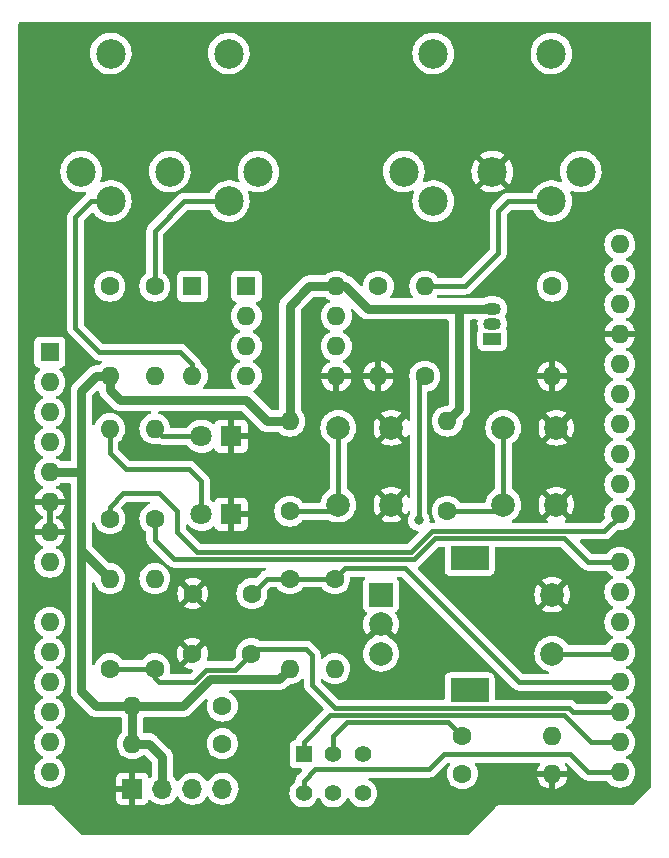
<source format=gbr>
%TF.GenerationSoftware,KiCad,Pcbnew,(6.0.7)*%
%TF.CreationDate,2023-06-18T21:31:42-04:00*%
%TF.ProjectId,MIDI_Arduino_shield,4d494449-5f41-4726-9475-696e6f5f7368,rev?*%
%TF.SameCoordinates,Original*%
%TF.FileFunction,Copper,L2,Bot*%
%TF.FilePolarity,Positive*%
%FSLAX46Y46*%
G04 Gerber Fmt 4.6, Leading zero omitted, Abs format (unit mm)*
G04 Created by KiCad (PCBNEW (6.0.7)) date 2023-06-18 21:31:42*
%MOMM*%
%LPD*%
G01*
G04 APERTURE LIST*
%TA.AperFunction,ComponentPad*%
%ADD10C,1.600000*%
%TD*%
%TA.AperFunction,ComponentPad*%
%ADD11O,1.600000X1.600000*%
%TD*%
%TA.AperFunction,ComponentPad*%
%ADD12R,1.800000X1.800000*%
%TD*%
%TA.AperFunction,ComponentPad*%
%ADD13C,1.800000*%
%TD*%
%TA.AperFunction,ComponentPad*%
%ADD14R,2.000000X2.000000*%
%TD*%
%TA.AperFunction,ComponentPad*%
%ADD15C,2.000000*%
%TD*%
%TA.AperFunction,ComponentPad*%
%ADD16R,3.200000X2.000000*%
%TD*%
%TA.AperFunction,ComponentPad*%
%ADD17C,2.500000*%
%TD*%
%TA.AperFunction,ComponentPad*%
%ADD18R,1.600000X1.600000*%
%TD*%
%TA.AperFunction,ComponentPad*%
%ADD19R,1.700000X1.700000*%
%TD*%
%TA.AperFunction,ComponentPad*%
%ADD20O,1.700000X1.700000*%
%TD*%
%TA.AperFunction,ComponentPad*%
%ADD21R,1.400000X1.400000*%
%TD*%
%TA.AperFunction,ComponentPad*%
%ADD22C,1.400000*%
%TD*%
%TA.AperFunction,ComponentPad*%
%ADD23R,1.500000X1.050000*%
%TD*%
%TA.AperFunction,ComponentPad*%
%ADD24O,1.500000X1.050000*%
%TD*%
%TA.AperFunction,ViaPad*%
%ADD25C,0.800000*%
%TD*%
%TA.AperFunction,Conductor*%
%ADD26C,0.400000*%
%TD*%
%TA.AperFunction,Conductor*%
%ADD27C,0.800000*%
%TD*%
G04 APERTURE END LIST*
D10*
%TO.P,R17,1*%
%TO.N,Net-(U2-Pad7)*%
X152908000Y-78740000D03*
D11*
%TO.P,R17,2*%
%TO.N,GND*%
X152908000Y-86360000D03*
%TD*%
D12*
%TO.P,D2,1,K*%
%TO.N,GND*%
X140467000Y-91440000D03*
D13*
%TO.P,D2,2,A*%
%TO.N,Net-(D2-Pad2)*%
X137927000Y-91440000D03*
%TD*%
D14*
%TO.P,SW1,A,A*%
%TO.N,Net-(R9-Pad2)*%
X153140000Y-104855000D03*
D15*
%TO.P,SW1,B,B*%
%TO.N,Net-(R10-Pad2)*%
X153140000Y-109855000D03*
%TO.P,SW1,C,C*%
%TO.N,GND*%
X153140000Y-107355000D03*
D16*
%TO.P,SW1,MP*%
%TO.N,N/C*%
X160640000Y-112955000D03*
X160640000Y-101755000D03*
D15*
%TO.P,SW1,S1,S1*%
%TO.N,D4*%
X167640000Y-109855000D03*
%TO.P,SW1,S2,S2*%
%TO.N,GND*%
X167640000Y-104855000D03*
%TD*%
D10*
%TO.P,R7,1*%
%TO.N,D3*%
X145415000Y-103505000D03*
D11*
%TO.P,R7,2*%
%TO.N,+5V*%
X145415000Y-111125000D03*
%TD*%
D10*
%TO.P,R16,1*%
%TO.N,D8*%
X130175000Y-98425000D03*
D11*
%TO.P,R16,2*%
%TO.N,Net-(D3-Pad2)*%
X130175000Y-90805000D03*
%TD*%
D10*
%TO.P,R5,1*%
%TO.N,Net-(J3-Pad5)*%
X133985000Y-78740000D03*
D11*
%TO.P,R5,2*%
%TO.N,Net-(D1-Pad1)*%
X133985000Y-86360000D03*
%TD*%
D15*
%TO.P,SW3,1,1*%
%TO.N,D6*%
X149515000Y-97230000D03*
X149515000Y-90730000D03*
%TO.P,SW3,2,2*%
%TO.N,GND*%
X154015000Y-90730000D03*
X154015000Y-97230000D03*
%TD*%
D17*
%TO.P,J3,1*%
%TO.N,unconnected-(J3-Pad1)*%
X127755000Y-69040000D03*
%TO.P,J3,2*%
%TO.N,unconnected-(J3-Pad2)*%
X135255000Y-69040000D03*
%TO.P,J3,3*%
%TO.N,unconnected-(J3-Pad3)*%
X142755000Y-69040000D03*
%TO.P,J3,4*%
%TO.N,Net-(D1-Pad2)*%
X130255000Y-71540000D03*
%TO.P,J3,5*%
%TO.N,Net-(J3-Pad5)*%
X140255000Y-71540000D03*
%TO.P,J3,6*%
%TO.N,N/C*%
X130255000Y-59040000D03*
X140255000Y-59040000D03*
%TD*%
D10*
%TO.P,C1,1*%
%TO.N,D3*%
X142200000Y-104775000D03*
%TO.P,C1,2*%
%TO.N,GND*%
X137200000Y-104775000D03*
%TD*%
%TO.P,R15,1*%
%TO.N,D7*%
X133985000Y-98425000D03*
D11*
%TO.P,R15,2*%
%TO.N,Net-(D2-Pad2)*%
X133985000Y-90805000D03*
%TD*%
D10*
%TO.P,R9,1*%
%TO.N,D2*%
X133985000Y-111125000D03*
D11*
%TO.P,R9,2*%
%TO.N,Net-(R9-Pad2)*%
X133985000Y-103505000D03*
%TD*%
D15*
%TO.P,SW2,1,1*%
%TO.N,D5*%
X163485000Y-97230000D03*
X163485000Y-90730000D03*
%TO.P,SW2,2,2*%
%TO.N,GND*%
X167985000Y-97230000D03*
X167985000Y-90730000D03*
%TD*%
D10*
%TO.P,R3,1*%
%TO.N,Net-(Q1-Pad1)*%
X160020000Y-120015000D03*
D11*
%TO.P,R3,2*%
%TO.N,GND*%
X167640000Y-120015000D03*
%TD*%
D10*
%TO.P,R13,1*%
%TO.N,SDA*%
X139700000Y-114300000D03*
D11*
%TO.P,R13,2*%
%TO.N,+5V*%
X132080000Y-114300000D03*
%TD*%
D10*
%TO.P,R11,1*%
%TO.N,D6*%
X145415000Y-97790000D03*
D11*
%TO.P,R11,2*%
%TO.N,+5V*%
X145415000Y-90170000D03*
%TD*%
D10*
%TO.P,C2,1*%
%TO.N,D2*%
X142160000Y-109855000D03*
%TO.P,C2,2*%
%TO.N,GND*%
X137160000Y-109855000D03*
%TD*%
%TO.P,R1,1*%
%TO.N,Net-(J2-Pad4)*%
X167640000Y-78740000D03*
D11*
%TO.P,R1,2*%
%TO.N,GND*%
X167640000Y-86360000D03*
%TD*%
D10*
%TO.P,R14,1*%
%TO.N,SCL*%
X139700000Y-117475000D03*
D11*
%TO.P,R14,2*%
%TO.N,+5V*%
X132080000Y-117475000D03*
%TD*%
D10*
%TO.P,R6,1*%
%TO.N,Net-(R6-Pad1)*%
X130175000Y-78740000D03*
D11*
%TO.P,R6,2*%
%TO.N,+5V*%
X130175000Y-86360000D03*
%TD*%
D12*
%TO.P,D3,1,K*%
%TO.N,GND*%
X140462000Y-98044000D03*
D13*
%TO.P,D3,2,A*%
%TO.N,Net-(D3-Pad2)*%
X137922000Y-98044000D03*
%TD*%
D17*
%TO.P,J2,1*%
%TO.N,unconnected-(J2-Pad1)*%
X155060000Y-69040000D03*
%TO.P,J2,2*%
%TO.N,GND*%
X162560000Y-69040000D03*
%TO.P,J2,3*%
%TO.N,unconnected-(J2-Pad3)*%
X170060000Y-69040000D03*
%TO.P,J2,4*%
%TO.N,Net-(J2-Pad4)*%
X157560000Y-71540000D03*
%TO.P,J2,5*%
%TO.N,Net-(J2-Pad5)*%
X167560000Y-71540000D03*
%TO.P,J2,6*%
%TO.N,N/C*%
X167560000Y-59040000D03*
X157560000Y-59040000D03*
%TD*%
D18*
%TO.P,U2,1,NC*%
%TO.N,unconnected-(U2-Pad1)*%
X141732000Y-78740000D03*
D11*
%TO.P,U2,2,C1*%
%TO.N,Net-(D1-Pad1)*%
X141732000Y-81280000D03*
%TO.P,U2,3,C2*%
%TO.N,Net-(D1-Pad2)*%
X141732000Y-83820000D03*
%TO.P,U2,4,NC*%
%TO.N,unconnected-(U2-Pad4)*%
X141732000Y-86360000D03*
%TO.P,U2,5,GND*%
%TO.N,GND*%
X149352000Y-86360000D03*
%TO.P,U2,6,VO2*%
%TO.N,Net-(R6-Pad1)*%
X149352000Y-83820000D03*
%TO.P,U2,7,VO1*%
%TO.N,Net-(U2-Pad7)*%
X149352000Y-81280000D03*
%TO.P,U2,8,VCC*%
%TO.N,+5V*%
X149352000Y-78740000D03*
%TD*%
D18*
%TO.P,D1,1,K*%
%TO.N,Net-(D1-Pad1)*%
X137160000Y-78740000D03*
D11*
%TO.P,D1,2,A*%
%TO.N,Net-(D1-Pad2)*%
X137160000Y-86360000D03*
%TD*%
D10*
%TO.P,R10,1*%
%TO.N,D3*%
X149225000Y-103505000D03*
D11*
%TO.P,R10,2*%
%TO.N,Net-(R10-Pad2)*%
X149225000Y-111125000D03*
%TD*%
D10*
%TO.P,R12,1*%
%TO.N,D5*%
X158750000Y-97790000D03*
D11*
%TO.P,R12,2*%
%TO.N,+5V*%
X158750000Y-90170000D03*
%TD*%
D10*
%TO.P,R4,1*%
%TO.N,Net-(Q1-Pad1)*%
X156845000Y-86360000D03*
D11*
%TO.P,R4,2*%
%TO.N,Net-(J2-Pad5)*%
X156845000Y-78740000D03*
%TD*%
D10*
%TO.P,R2,1*%
%TO.N,Net-(R2-Pad1)*%
X160020000Y-116840000D03*
D11*
%TO.P,R2,2*%
%TO.N,Net-(Q1-Pad2)*%
X167640000Y-116840000D03*
%TD*%
D19*
%TO.P,J4,1,Pin_1*%
%TO.N,GND*%
X132090000Y-121285000D03*
D20*
%TO.P,J4,2,Pin_2*%
%TO.N,+5V*%
X134630000Y-121285000D03*
%TO.P,J4,3,Pin_3*%
%TO.N,SDA*%
X137170000Y-121285000D03*
%TO.P,J4,4,Pin_4*%
%TO.N,SCL*%
X139710000Y-121285000D03*
%TD*%
D10*
%TO.P,R8,1*%
%TO.N,D2*%
X130175000Y-111125000D03*
D11*
%TO.P,R8,2*%
%TO.N,+5V*%
X130175000Y-103505000D03*
%TD*%
D21*
%TO.P,SW4,1,A*%
%TO.N,TX*%
X146598000Y-118364000D03*
D22*
%TO.P,SW4,2,B*%
%TO.N,Net-(R2-Pad1)*%
X149098000Y-118364000D03*
%TO.P,SW4,3,C*%
%TO.N,unconnected-(SW4-Pad3)*%
X151598000Y-118364000D03*
%TO.P,SW4,4,A*%
%TO.N,RX*%
X146598000Y-121664000D03*
%TO.P,SW4,5,B*%
%TO.N,Net-(R6-Pad1)*%
X149098000Y-121664000D03*
%TO.P,SW4,6,C*%
%TO.N,unconnected-(SW4-Pad6)*%
X151598000Y-121664000D03*
%TD*%
D23*
%TO.P,Q1,1,E*%
%TO.N,Net-(Q1-Pad1)*%
X162560000Y-83185000D03*
D24*
%TO.P,Q1,2,B*%
%TO.N,Net-(Q1-Pad2)*%
X162560000Y-81915000D03*
%TO.P,Q1,3,C*%
%TO.N,+5V*%
X162560000Y-80645000D03*
%TD*%
D11*
%TO.P,A1,32,SCL/A5*%
%TO.N,unconnected-(A1-Pad32)*%
X173355000Y-75188000D03*
%TO.P,A1,31,SDA/A4*%
%TO.N,unconnected-(A1-Pad31)*%
X173355000Y-77728000D03*
%TO.P,A1,30,AREF*%
%TO.N,unconnected-(A1-Pad30)*%
X173355000Y-80268000D03*
%TO.P,A1,29,GND*%
%TO.N,GND*%
X173355000Y-82808000D03*
%TO.P,A1,28,D13*%
%TO.N,unconnected-(A1-Pad28)*%
X173355000Y-85348000D03*
%TO.P,A1,27,D12*%
%TO.N,unconnected-(A1-Pad27)*%
X173355000Y-87888000D03*
%TO.P,A1,26,D11*%
%TO.N,unconnected-(A1-Pad26)*%
X173355000Y-90428000D03*
%TO.P,A1,25,D10*%
%TO.N,unconnected-(A1-Pad25)*%
X173355000Y-92968000D03*
%TO.P,A1,24,D9*%
%TO.N,unconnected-(A1-Pad24)*%
X173355000Y-95508000D03*
%TO.P,A1,23,D8*%
%TO.N,D8*%
X173355000Y-98048000D03*
%TO.P,A1,22,D7*%
%TO.N,D7*%
X173355000Y-102108000D03*
%TO.P,A1,21,D6*%
%TO.N,D6*%
X173355000Y-104648000D03*
%TO.P,A1,20,D5*%
%TO.N,D5*%
X173355000Y-107188000D03*
%TO.P,A1,19,D4*%
%TO.N,D4*%
X173355000Y-109728000D03*
%TO.P,A1,18,D3*%
%TO.N,D3*%
X173355000Y-112268000D03*
%TO.P,A1,17,D2*%
%TO.N,D2*%
X173355000Y-114808000D03*
%TO.P,A1,16,D1/TX*%
%TO.N,TX*%
X173355000Y-117348000D03*
%TO.P,A1,15,D0/RX*%
%TO.N,RX*%
X173355000Y-119888000D03*
%TO.P,A1,14,SCL/A5*%
%TO.N,SCL*%
X125095000Y-119888000D03*
%TO.P,A1,13,SDA/A4*%
%TO.N,SDA*%
X125095000Y-117348000D03*
%TO.P,A1,12,A3*%
%TO.N,unconnected-(A1-Pad12)*%
X125095000Y-114808000D03*
%TO.P,A1,11,A2*%
%TO.N,unconnected-(A1-Pad11)*%
X125095000Y-112268000D03*
%TO.P,A1,10,A1*%
%TO.N,unconnected-(A1-Pad10)*%
X125095000Y-109728000D03*
%TO.P,A1,9,A0*%
%TO.N,unconnected-(A1-Pad9)*%
X125095000Y-107188000D03*
%TO.P,A1,8,VIN*%
%TO.N,unconnected-(A1-Pad8)*%
X125095000Y-102108000D03*
%TO.P,A1,7,GND*%
%TO.N,GND*%
X125095000Y-99568000D03*
%TO.P,A1,6,GND*%
X125095000Y-97028000D03*
%TO.P,A1,5,+5V*%
%TO.N,+5V*%
X125095000Y-94488000D03*
%TO.P,A1,4,3V3*%
%TO.N,unconnected-(A1-Pad4)*%
X125095000Y-91948000D03*
%TO.P,A1,3,~{RESET}*%
%TO.N,unconnected-(A1-Pad3)*%
X125095000Y-89408000D03*
%TO.P,A1,2,IOREF*%
%TO.N,unconnected-(A1-Pad2)*%
X125095000Y-86868000D03*
D18*
%TO.P,A1,1,NC*%
%TO.N,unconnected-(A1-Pad1)*%
X125095000Y-84328000D03*
%TD*%
D25*
%TO.N,Net-(Q1-Pad1)*%
X156337000Y-98552000D03*
%TD*%
D26*
%TO.N,Net-(D2-Pad2)*%
X134620000Y-91440000D02*
X133985000Y-90805000D01*
X137927000Y-91440000D02*
X134620000Y-91440000D01*
%TO.N,Net-(J2-Pad5)*%
X163068000Y-72390000D02*
X163068000Y-75946000D01*
X163918000Y-71540000D02*
X163068000Y-72390000D01*
X167560000Y-71540000D02*
X163918000Y-71540000D01*
X160274000Y-78740000D02*
X163068000Y-75946000D01*
X156845000Y-78740000D02*
X160274000Y-78740000D01*
%TO.N,Net-(J3-Pad5)*%
X136486000Y-71540000D02*
X140255000Y-71540000D01*
X133985000Y-74041000D02*
X136486000Y-71540000D01*
X133985000Y-78740000D02*
X133985000Y-74041000D01*
%TO.N,Net-(D1-Pad2)*%
X137160000Y-85344000D02*
X137160000Y-86360000D01*
X136144000Y-84328000D02*
X137160000Y-85344000D01*
X129286000Y-84328000D02*
X136144000Y-84328000D01*
X127254000Y-82296000D02*
X129286000Y-84328000D01*
X127254000Y-72898000D02*
X127254000Y-82296000D01*
X128612000Y-71540000D02*
X127254000Y-72898000D01*
X130255000Y-71540000D02*
X128612000Y-71540000D01*
D27*
%TO.N,+5V*%
X145415000Y-80391000D02*
X145415000Y-90170000D01*
X147066000Y-78740000D02*
X145415000Y-80391000D01*
X149352000Y-78740000D02*
X147066000Y-78740000D01*
X152019000Y-80645000D02*
X151765000Y-80391000D01*
X159639000Y-80645000D02*
X152019000Y-80645000D01*
X150114000Y-78740000D02*
X151765000Y-80391000D01*
X149860000Y-78740000D02*
X150114000Y-78740000D01*
X149352000Y-78740000D02*
X149860000Y-78740000D01*
D26*
%TO.N,Net-(Q1-Pad1)*%
X156337000Y-86868000D02*
X156845000Y-86360000D01*
X156337000Y-98552000D02*
X156337000Y-86868000D01*
D27*
%TO.N,+5V*%
X133477000Y-117475000D02*
X134630000Y-118628000D01*
X131064000Y-88392000D02*
X130175000Y-87503000D01*
X162560000Y-80645000D02*
X159639000Y-80645000D01*
X127762000Y-101092000D02*
X127762000Y-113030000D01*
X159766000Y-89154000D02*
X159766000Y-80772000D01*
X130175000Y-87503000D02*
X130175000Y-86360000D01*
X136398000Y-114300000D02*
X138684000Y-112014000D01*
X132080000Y-114300000D02*
X136398000Y-114300000D01*
X138684000Y-112014000D02*
X144526000Y-112014000D01*
X143510000Y-90170000D02*
X141732000Y-88392000D01*
X127762000Y-87630000D02*
X127762000Y-94488000D01*
X127762000Y-101092000D02*
X130175000Y-103505000D01*
X132080000Y-117475000D02*
X132080000Y-114300000D01*
X134630000Y-118628000D02*
X134630000Y-121285000D01*
X144526000Y-112014000D02*
X145415000Y-111125000D01*
X129032000Y-114300000D02*
X132080000Y-114300000D01*
X145415000Y-90170000D02*
X143510000Y-90170000D01*
X127762000Y-94488000D02*
X127762000Y-101092000D01*
X125095000Y-94488000D02*
X127762000Y-94488000D01*
X127762000Y-113030000D02*
X129032000Y-114300000D01*
X130175000Y-86360000D02*
X129032000Y-86360000D01*
X132080000Y-117475000D02*
X133477000Y-117475000D01*
X141732000Y-88392000D02*
X131064000Y-88392000D01*
X158750000Y-90170000D02*
X159766000Y-89154000D01*
X159766000Y-80772000D02*
X159639000Y-80645000D01*
X129032000Y-86360000D02*
X127762000Y-87630000D01*
D26*
%TO.N,D3*%
X149225000Y-103505000D02*
X145415000Y-103505000D01*
X155194000Y-102616000D02*
X150114000Y-102616000D01*
X143470000Y-103505000D02*
X142200000Y-104775000D01*
X173355000Y-112268000D02*
X164846000Y-112268000D01*
X145415000Y-103505000D02*
X143470000Y-103505000D01*
X150114000Y-102616000D02*
X149225000Y-103505000D01*
X164846000Y-112268000D02*
X155194000Y-102616000D01*
%TO.N,D2*%
X142160000Y-109808000D02*
X142494000Y-109474000D01*
X169072000Y-114462000D02*
X169418000Y-114808000D01*
X149260000Y-114462000D02*
X169072000Y-114462000D01*
X169418000Y-114808000D02*
X173355000Y-114808000D01*
X142160000Y-109855000D02*
X140801000Y-111214000D01*
X138352629Y-111214000D02*
X137298630Y-112268000D01*
X142494000Y-109474000D02*
X146812000Y-109474000D01*
X140801000Y-111214000D02*
X138352629Y-111214000D01*
X134366000Y-112268000D02*
X133985000Y-111887000D01*
X137298630Y-112268000D02*
X134366000Y-112268000D01*
X133985000Y-111887000D02*
X133985000Y-111125000D01*
X130175000Y-111125000D02*
X133985000Y-111125000D01*
X146812000Y-109474000D02*
X147320000Y-109982000D01*
X147320000Y-109982000D02*
X147320000Y-112522000D01*
X142160000Y-109855000D02*
X142160000Y-109808000D01*
X147320000Y-112522000D02*
X149260000Y-114462000D01*
%TO.N,D4*%
X173228000Y-109855000D02*
X173355000Y-109728000D01*
X167640000Y-109855000D02*
X173228000Y-109855000D01*
%TO.N,D5*%
X163485000Y-90730000D02*
X163485000Y-97230000D01*
X162925000Y-97790000D02*
X163485000Y-97230000D01*
X158750000Y-97790000D02*
X162925000Y-97790000D01*
%TO.N,D6*%
X149515000Y-90730000D02*
X149515000Y-97230000D01*
X145415000Y-97790000D02*
X148955000Y-97790000D01*
X148955000Y-97790000D02*
X149515000Y-97230000D01*
%TO.N,RX*%
X170688000Y-119888000D02*
X173355000Y-119888000D01*
X158496000Y-118364000D02*
X169164000Y-118364000D01*
X147574000Y-119634000D02*
X157226000Y-119634000D01*
X146598000Y-120610000D02*
X147574000Y-119634000D01*
X146598000Y-121664000D02*
X146598000Y-120610000D01*
X157226000Y-119634000D02*
X158496000Y-118364000D01*
X169164000Y-118364000D02*
X170688000Y-119888000D01*
%TO.N,TX*%
X148844000Y-115062000D02*
X168656000Y-115062000D01*
X168656000Y-115062000D02*
X170942000Y-117348000D01*
X170942000Y-117348000D02*
X173355000Y-117348000D01*
X146598000Y-118364000D02*
X146598000Y-117308000D01*
X146598000Y-117308000D02*
X148844000Y-115062000D01*
%TO.N,Net-(R2-Pad1)*%
X149098000Y-116840000D02*
X149098000Y-118364000D01*
X160020000Y-116840000D02*
X158842000Y-115662000D01*
X150276000Y-115662000D02*
X149098000Y-116840000D01*
X158842000Y-115662000D02*
X150276000Y-115662000D01*
%TO.N,Net-(D3-Pad2)*%
X137922000Y-95250000D02*
X137922000Y-98044000D01*
X130175000Y-90805000D02*
X130175000Y-92837000D01*
X136906000Y-94234000D02*
X137922000Y-95250000D01*
X130175000Y-92837000D02*
X131572000Y-94234000D01*
X131572000Y-94234000D02*
X136906000Y-94234000D01*
%TO.N,D7*%
X173355000Y-102108000D02*
X170688000Y-102108000D01*
X155956000Y-101854000D02*
X157480000Y-100330000D01*
X170688000Y-102108000D02*
X168656000Y-100076000D01*
X168656000Y-100076000D02*
X157734000Y-100076000D01*
X133985000Y-98425000D02*
X133985000Y-100203000D01*
X133985000Y-100203000D02*
X135636000Y-101854000D01*
X135636000Y-101854000D02*
X155956000Y-101854000D01*
X157734000Y-100076000D02*
X157480000Y-100330000D01*
%TO.N,D8*%
X172050000Y-99476000D02*
X157485472Y-99476000D01*
X173355000Y-98171000D02*
X172050000Y-99476000D01*
X131318000Y-96266000D02*
X130175000Y-97409000D01*
X137576000Y-101254000D02*
X135890000Y-99568000D01*
X157485472Y-99476000D02*
X155707472Y-101254000D01*
X135890000Y-99568000D02*
X135890000Y-97790000D01*
X130175000Y-97409000D02*
X130175000Y-98425000D01*
X173355000Y-98048000D02*
X173355000Y-98171000D01*
X135890000Y-97790000D02*
X134366000Y-96266000D01*
X155707472Y-101254000D02*
X137576000Y-101254000D01*
X134366000Y-96266000D02*
X131318000Y-96266000D01*
%TD*%
%TA.AperFunction,Conductor*%
%TO.N,GND*%
G36*
X175963621Y-56408502D02*
G01*
X176010114Y-56462158D01*
X176021500Y-56514500D01*
X176021500Y-121022183D01*
X176001498Y-121090304D01*
X175984595Y-121111278D01*
X174451278Y-122644595D01*
X174388966Y-122678621D01*
X174362183Y-122681500D01*
X163266073Y-122681500D01*
X163253944Y-122680145D01*
X163253905Y-122680627D01*
X163244954Y-122679907D01*
X163236200Y-122677926D01*
X163182491Y-122681258D01*
X163174689Y-122681500D01*
X163158487Y-122681500D01*
X163149571Y-122682777D01*
X163148122Y-122682984D01*
X163138072Y-122684013D01*
X163099781Y-122686389D01*
X163099780Y-122686389D01*
X163090822Y-122686945D01*
X163082381Y-122689993D01*
X163079467Y-122690596D01*
X163062548Y-122694815D01*
X163059702Y-122695647D01*
X163050813Y-122696920D01*
X163007691Y-122716526D01*
X162998336Y-122720334D01*
X162953819Y-122736405D01*
X162946571Y-122741700D01*
X162943964Y-122743086D01*
X162928877Y-122751901D01*
X162926386Y-122753494D01*
X162918218Y-122757208D01*
X162882345Y-122788118D01*
X162874445Y-122794390D01*
X162863447Y-122802425D01*
X162852472Y-122813400D01*
X162845624Y-122819758D01*
X162814676Y-122846424D01*
X162814672Y-122846429D01*
X162807873Y-122852287D01*
X162802991Y-122859819D01*
X162797538Y-122866070D01*
X162787946Y-122877926D01*
X160481278Y-125184595D01*
X160418966Y-125218620D01*
X160392183Y-125221500D01*
X127897818Y-125221500D01*
X127829697Y-125201498D01*
X127808723Y-125184595D01*
X125504823Y-122880696D01*
X125497200Y-122871156D01*
X125496832Y-122871470D01*
X125491014Y-122864634D01*
X125486224Y-122857042D01*
X125445875Y-122821407D01*
X125440188Y-122816061D01*
X125428745Y-122804618D01*
X125420370Y-122798341D01*
X125412541Y-122791967D01*
X125377049Y-122760622D01*
X125368926Y-122756808D01*
X125366438Y-122755174D01*
X125351477Y-122746186D01*
X125348892Y-122744771D01*
X125341705Y-122739384D01*
X125297357Y-122722759D01*
X125288040Y-122718832D01*
X125283951Y-122716912D01*
X125245200Y-122698719D01*
X125236331Y-122697338D01*
X125233498Y-122696472D01*
X125216611Y-122692042D01*
X125213726Y-122691408D01*
X125205316Y-122688255D01*
X125176158Y-122686088D01*
X125158094Y-122684746D01*
X125148048Y-122683592D01*
X125139425Y-122682249D01*
X125139422Y-122682249D01*
X125134614Y-122681500D01*
X125119094Y-122681500D01*
X125109757Y-122681154D01*
X125075669Y-122678621D01*
X125060059Y-122677461D01*
X125051280Y-122679335D01*
X125043022Y-122679898D01*
X125027839Y-122681500D01*
X122554500Y-122681500D01*
X122486379Y-122661498D01*
X122439886Y-122607842D01*
X122428500Y-122555500D01*
X122428500Y-122179669D01*
X130732001Y-122179669D01*
X130732371Y-122186490D01*
X130737895Y-122237352D01*
X130741521Y-122252604D01*
X130786676Y-122373054D01*
X130795214Y-122388649D01*
X130871715Y-122490724D01*
X130884276Y-122503285D01*
X130986351Y-122579786D01*
X131001946Y-122588324D01*
X131122394Y-122633478D01*
X131137649Y-122637105D01*
X131188514Y-122642631D01*
X131195328Y-122643000D01*
X131817885Y-122643000D01*
X131833124Y-122638525D01*
X131834329Y-122637135D01*
X131836000Y-122629452D01*
X131836000Y-121557115D01*
X131831525Y-121541876D01*
X131830135Y-121540671D01*
X131822452Y-121539000D01*
X130750116Y-121539000D01*
X130734877Y-121543475D01*
X130733672Y-121544865D01*
X130732001Y-121552548D01*
X130732001Y-122179669D01*
X122428500Y-122179669D01*
X122428500Y-119888000D01*
X123781502Y-119888000D01*
X123801457Y-120116087D01*
X123802881Y-120121400D01*
X123802881Y-120121402D01*
X123856222Y-120320470D01*
X123860716Y-120337243D01*
X123863039Y-120342224D01*
X123863039Y-120342225D01*
X123955151Y-120539762D01*
X123955154Y-120539767D01*
X123957477Y-120544749D01*
X124088802Y-120732300D01*
X124250700Y-120894198D01*
X124255208Y-120897355D01*
X124255211Y-120897357D01*
X124333389Y-120952098D01*
X124438251Y-121025523D01*
X124443233Y-121027846D01*
X124443238Y-121027849D01*
X124577175Y-121090304D01*
X124645757Y-121122284D01*
X124651065Y-121123706D01*
X124651067Y-121123707D01*
X124861598Y-121180119D01*
X124861600Y-121180119D01*
X124866913Y-121181543D01*
X125095000Y-121201498D01*
X125323087Y-121181543D01*
X125328400Y-121180119D01*
X125328402Y-121180119D01*
X125538933Y-121123707D01*
X125538935Y-121123706D01*
X125544243Y-121122284D01*
X125612825Y-121090304D01*
X125746762Y-121027849D01*
X125746767Y-121027846D01*
X125751749Y-121025523D01*
X125769798Y-121012885D01*
X130732000Y-121012885D01*
X130736475Y-121028124D01*
X130737865Y-121029329D01*
X130745548Y-121031000D01*
X131817885Y-121031000D01*
X131833124Y-121026525D01*
X131834329Y-121025135D01*
X131836000Y-121017452D01*
X131836000Y-119945116D01*
X131831525Y-119929877D01*
X131830135Y-119928672D01*
X131822452Y-119927001D01*
X131195331Y-119927001D01*
X131188510Y-119927371D01*
X131137648Y-119932895D01*
X131122396Y-119936521D01*
X131001946Y-119981676D01*
X130986351Y-119990214D01*
X130884276Y-120066715D01*
X130871715Y-120079276D01*
X130795214Y-120181351D01*
X130786676Y-120196946D01*
X130741522Y-120317394D01*
X130737895Y-120332649D01*
X130732369Y-120383514D01*
X130732000Y-120390328D01*
X130732000Y-121012885D01*
X125769798Y-121012885D01*
X125856611Y-120952098D01*
X125934789Y-120897357D01*
X125934792Y-120897355D01*
X125939300Y-120894198D01*
X126101198Y-120732300D01*
X126232523Y-120544749D01*
X126234846Y-120539767D01*
X126234849Y-120539762D01*
X126326961Y-120342225D01*
X126326961Y-120342224D01*
X126329284Y-120337243D01*
X126333779Y-120320470D01*
X126387119Y-120121402D01*
X126387119Y-120121400D01*
X126388543Y-120116087D01*
X126408498Y-119888000D01*
X126388543Y-119659913D01*
X126329284Y-119438757D01*
X126326433Y-119432642D01*
X126234849Y-119236238D01*
X126234846Y-119236233D01*
X126232523Y-119231251D01*
X126146724Y-119108717D01*
X126104357Y-119048211D01*
X126104355Y-119048208D01*
X126101198Y-119043700D01*
X125939300Y-118881802D01*
X125934792Y-118878645D01*
X125934789Y-118878643D01*
X125792355Y-118778910D01*
X125751749Y-118750477D01*
X125746767Y-118748154D01*
X125746762Y-118748151D01*
X125712543Y-118732195D01*
X125659258Y-118685278D01*
X125639797Y-118617001D01*
X125660339Y-118549041D01*
X125712543Y-118503805D01*
X125746762Y-118487849D01*
X125746767Y-118487846D01*
X125751749Y-118485523D01*
X125897453Y-118383500D01*
X125934789Y-118357357D01*
X125934792Y-118357355D01*
X125939300Y-118354198D01*
X126101198Y-118192300D01*
X126232523Y-118004749D01*
X126234846Y-117999767D01*
X126234849Y-117999762D01*
X126326961Y-117802225D01*
X126326961Y-117802224D01*
X126329284Y-117797243D01*
X126337336Y-117767195D01*
X126387119Y-117581402D01*
X126387119Y-117581400D01*
X126388543Y-117576087D01*
X126408498Y-117348000D01*
X126388543Y-117119913D01*
X126381753Y-117094573D01*
X126330707Y-116904067D01*
X126330706Y-116904065D01*
X126329284Y-116898757D01*
X126325279Y-116890168D01*
X126234849Y-116696238D01*
X126234846Y-116696233D01*
X126232523Y-116691251D01*
X126155160Y-116580766D01*
X126104357Y-116508211D01*
X126104355Y-116508208D01*
X126101198Y-116503700D01*
X125939300Y-116341802D01*
X125934792Y-116338645D01*
X125934789Y-116338643D01*
X125798252Y-116243039D01*
X125751749Y-116210477D01*
X125746767Y-116208154D01*
X125746762Y-116208151D01*
X125712543Y-116192195D01*
X125659258Y-116145278D01*
X125639797Y-116077001D01*
X125660339Y-116009041D01*
X125712543Y-115963805D01*
X125746762Y-115947849D01*
X125746767Y-115947846D01*
X125751749Y-115945523D01*
X125911303Y-115833802D01*
X125934789Y-115817357D01*
X125934792Y-115817355D01*
X125939300Y-115814198D01*
X126101198Y-115652300D01*
X126232523Y-115464749D01*
X126234846Y-115459767D01*
X126234849Y-115459762D01*
X126326961Y-115262225D01*
X126326961Y-115262224D01*
X126329284Y-115257243D01*
X126341340Y-115212252D01*
X126387119Y-115041402D01*
X126387119Y-115041400D01*
X126388543Y-115036087D01*
X126408498Y-114808000D01*
X126388543Y-114579913D01*
X126373188Y-114522607D01*
X126330707Y-114364067D01*
X126330706Y-114364065D01*
X126329284Y-114358757D01*
X126326961Y-114353775D01*
X126234849Y-114156238D01*
X126234846Y-114156233D01*
X126232523Y-114151251D01*
X126101198Y-113963700D01*
X125939300Y-113801802D01*
X125934792Y-113798645D01*
X125934789Y-113798643D01*
X125787658Y-113695621D01*
X125751749Y-113670477D01*
X125746767Y-113668154D01*
X125746762Y-113668151D01*
X125712543Y-113652195D01*
X125659258Y-113605278D01*
X125639797Y-113537001D01*
X125660339Y-113469041D01*
X125712543Y-113423805D01*
X125746762Y-113407849D01*
X125746767Y-113407846D01*
X125751749Y-113405523D01*
X125856611Y-113332098D01*
X125934789Y-113277357D01*
X125934792Y-113277355D01*
X125939300Y-113274198D01*
X126101198Y-113112300D01*
X126105446Y-113106234D01*
X126188430Y-112987720D01*
X126232523Y-112924749D01*
X126234846Y-112919767D01*
X126234849Y-112919762D01*
X126326961Y-112722225D01*
X126326961Y-112722224D01*
X126329284Y-112717243D01*
X126337191Y-112687736D01*
X126387119Y-112501402D01*
X126387119Y-112501400D01*
X126388543Y-112496087D01*
X126408498Y-112268000D01*
X126388543Y-112039913D01*
X126387119Y-112034598D01*
X126330707Y-111824067D01*
X126330706Y-111824065D01*
X126329284Y-111818757D01*
X126277775Y-111708295D01*
X126234849Y-111616238D01*
X126234846Y-111616233D01*
X126232523Y-111611251D01*
X126147789Y-111490239D01*
X126104357Y-111428211D01*
X126104355Y-111428208D01*
X126101198Y-111423700D01*
X125939300Y-111261802D01*
X125934792Y-111258645D01*
X125934789Y-111258643D01*
X125777528Y-111148528D01*
X125751749Y-111130477D01*
X125746767Y-111128154D01*
X125746762Y-111128151D01*
X125712543Y-111112195D01*
X125659258Y-111065278D01*
X125639797Y-110997001D01*
X125660339Y-110929041D01*
X125712543Y-110883805D01*
X125746762Y-110867849D01*
X125746767Y-110867846D01*
X125751749Y-110865523D01*
X125856611Y-110792098D01*
X125934789Y-110737357D01*
X125934792Y-110737355D01*
X125939300Y-110734198D01*
X126101198Y-110572300D01*
X126119486Y-110546183D01*
X126199548Y-110431842D01*
X126232523Y-110384749D01*
X126234846Y-110379767D01*
X126234849Y-110379762D01*
X126326961Y-110182225D01*
X126326961Y-110182224D01*
X126329284Y-110177243D01*
X126344944Y-110118802D01*
X126387119Y-109961402D01*
X126387119Y-109961400D01*
X126388543Y-109956087D01*
X126408498Y-109728000D01*
X126388543Y-109499913D01*
X126387119Y-109494598D01*
X126330707Y-109284067D01*
X126330706Y-109284065D01*
X126329284Y-109278757D01*
X126267612Y-109146500D01*
X126234849Y-109076238D01*
X126234846Y-109076233D01*
X126232523Y-109071251D01*
X126140093Y-108939248D01*
X126104357Y-108888211D01*
X126104355Y-108888208D01*
X126101198Y-108883700D01*
X125939300Y-108721802D01*
X125934792Y-108718645D01*
X125934789Y-108718643D01*
X125835431Y-108649072D01*
X125751749Y-108590477D01*
X125746767Y-108588154D01*
X125746762Y-108588151D01*
X125712543Y-108572195D01*
X125659258Y-108525278D01*
X125639797Y-108457001D01*
X125660339Y-108389041D01*
X125712543Y-108343805D01*
X125746762Y-108327849D01*
X125746767Y-108327846D01*
X125751749Y-108325523D01*
X125856611Y-108252098D01*
X125934789Y-108197357D01*
X125934792Y-108197355D01*
X125939300Y-108194198D01*
X126101198Y-108032300D01*
X126232523Y-107844749D01*
X126234846Y-107839767D01*
X126234849Y-107839762D01*
X126326961Y-107642225D01*
X126326961Y-107642224D01*
X126329284Y-107637243D01*
X126388543Y-107416087D01*
X126408498Y-107188000D01*
X126388543Y-106959913D01*
X126329284Y-106738757D01*
X126294444Y-106664042D01*
X126234849Y-106536238D01*
X126234846Y-106536233D01*
X126232523Y-106531251D01*
X126145704Y-106407261D01*
X126104357Y-106348211D01*
X126104355Y-106348208D01*
X126101198Y-106343700D01*
X125939300Y-106181802D01*
X125934792Y-106178645D01*
X125934789Y-106178643D01*
X125856611Y-106123902D01*
X125751749Y-106050477D01*
X125746767Y-106048154D01*
X125746762Y-106048151D01*
X125549225Y-105956039D01*
X125549224Y-105956039D01*
X125544243Y-105953716D01*
X125538935Y-105952294D01*
X125538933Y-105952293D01*
X125328402Y-105895881D01*
X125328400Y-105895881D01*
X125323087Y-105894457D01*
X125095000Y-105874502D01*
X124866913Y-105894457D01*
X124861600Y-105895881D01*
X124861598Y-105895881D01*
X124651067Y-105952293D01*
X124651065Y-105952294D01*
X124645757Y-105953716D01*
X124640776Y-105956039D01*
X124640775Y-105956039D01*
X124443238Y-106048151D01*
X124443233Y-106048154D01*
X124438251Y-106050477D01*
X124333389Y-106123902D01*
X124255211Y-106178643D01*
X124255208Y-106178645D01*
X124250700Y-106181802D01*
X124088802Y-106343700D01*
X124085645Y-106348208D01*
X124085643Y-106348211D01*
X124044296Y-106407261D01*
X123957477Y-106531251D01*
X123955154Y-106536233D01*
X123955151Y-106536238D01*
X123895556Y-106664042D01*
X123860716Y-106738757D01*
X123801457Y-106959913D01*
X123781502Y-107188000D01*
X123801457Y-107416087D01*
X123860716Y-107637243D01*
X123863039Y-107642224D01*
X123863039Y-107642225D01*
X123955151Y-107839762D01*
X123955154Y-107839767D01*
X123957477Y-107844749D01*
X124088802Y-108032300D01*
X124250700Y-108194198D01*
X124255208Y-108197355D01*
X124255211Y-108197357D01*
X124333389Y-108252098D01*
X124438251Y-108325523D01*
X124443233Y-108327846D01*
X124443238Y-108327849D01*
X124477457Y-108343805D01*
X124530742Y-108390722D01*
X124550203Y-108458999D01*
X124529661Y-108526959D01*
X124477457Y-108572195D01*
X124443238Y-108588151D01*
X124443233Y-108588154D01*
X124438251Y-108590477D01*
X124354569Y-108649072D01*
X124255211Y-108718643D01*
X124255208Y-108718645D01*
X124250700Y-108721802D01*
X124088802Y-108883700D01*
X124085645Y-108888208D01*
X124085643Y-108888211D01*
X124049907Y-108939248D01*
X123957477Y-109071251D01*
X123955154Y-109076233D01*
X123955151Y-109076238D01*
X123922388Y-109146500D01*
X123860716Y-109278757D01*
X123859294Y-109284065D01*
X123859293Y-109284067D01*
X123802881Y-109494598D01*
X123801457Y-109499913D01*
X123781502Y-109728000D01*
X123801457Y-109956087D01*
X123802881Y-109961400D01*
X123802881Y-109961402D01*
X123845057Y-110118802D01*
X123860716Y-110177243D01*
X123863039Y-110182224D01*
X123863039Y-110182225D01*
X123955151Y-110379762D01*
X123955154Y-110379767D01*
X123957477Y-110384749D01*
X123990452Y-110431842D01*
X124070515Y-110546183D01*
X124088802Y-110572300D01*
X124250700Y-110734198D01*
X124255208Y-110737355D01*
X124255211Y-110737357D01*
X124333389Y-110792098D01*
X124438251Y-110865523D01*
X124443233Y-110867846D01*
X124443238Y-110867849D01*
X124477457Y-110883805D01*
X124530742Y-110930722D01*
X124550203Y-110998999D01*
X124529661Y-111066959D01*
X124477457Y-111112195D01*
X124443238Y-111128151D01*
X124443233Y-111128154D01*
X124438251Y-111130477D01*
X124412472Y-111148528D01*
X124255211Y-111258643D01*
X124255208Y-111258645D01*
X124250700Y-111261802D01*
X124088802Y-111423700D01*
X124085645Y-111428208D01*
X124085643Y-111428211D01*
X124042211Y-111490239D01*
X123957477Y-111611251D01*
X123955154Y-111616233D01*
X123955151Y-111616238D01*
X123912225Y-111708295D01*
X123860716Y-111818757D01*
X123859294Y-111824065D01*
X123859293Y-111824067D01*
X123802881Y-112034598D01*
X123801457Y-112039913D01*
X123781502Y-112268000D01*
X123801457Y-112496087D01*
X123802881Y-112501400D01*
X123802881Y-112501402D01*
X123852810Y-112687736D01*
X123860716Y-112717243D01*
X123863039Y-112722224D01*
X123863039Y-112722225D01*
X123955151Y-112919762D01*
X123955154Y-112919767D01*
X123957477Y-112924749D01*
X124001570Y-112987720D01*
X124084555Y-113106234D01*
X124088802Y-113112300D01*
X124250700Y-113274198D01*
X124255208Y-113277355D01*
X124255211Y-113277357D01*
X124333389Y-113332098D01*
X124438251Y-113405523D01*
X124443233Y-113407846D01*
X124443238Y-113407849D01*
X124477457Y-113423805D01*
X124530742Y-113470722D01*
X124550203Y-113538999D01*
X124529661Y-113606959D01*
X124477457Y-113652195D01*
X124443238Y-113668151D01*
X124443233Y-113668154D01*
X124438251Y-113670477D01*
X124402342Y-113695621D01*
X124255211Y-113798643D01*
X124255208Y-113798645D01*
X124250700Y-113801802D01*
X124088802Y-113963700D01*
X123957477Y-114151251D01*
X123955154Y-114156233D01*
X123955151Y-114156238D01*
X123863039Y-114353775D01*
X123860716Y-114358757D01*
X123859294Y-114364065D01*
X123859293Y-114364067D01*
X123816812Y-114522607D01*
X123801457Y-114579913D01*
X123781502Y-114808000D01*
X123801457Y-115036087D01*
X123802881Y-115041400D01*
X123802881Y-115041402D01*
X123848661Y-115212252D01*
X123860716Y-115257243D01*
X123863039Y-115262224D01*
X123863039Y-115262225D01*
X123955151Y-115459762D01*
X123955154Y-115459767D01*
X123957477Y-115464749D01*
X124088802Y-115652300D01*
X124250700Y-115814198D01*
X124255208Y-115817355D01*
X124255211Y-115817357D01*
X124278697Y-115833802D01*
X124438251Y-115945523D01*
X124443233Y-115947846D01*
X124443238Y-115947849D01*
X124477457Y-115963805D01*
X124530742Y-116010722D01*
X124550203Y-116078999D01*
X124529661Y-116146959D01*
X124477457Y-116192195D01*
X124443238Y-116208151D01*
X124443233Y-116208154D01*
X124438251Y-116210477D01*
X124391748Y-116243039D01*
X124255211Y-116338643D01*
X124255208Y-116338645D01*
X124250700Y-116341802D01*
X124088802Y-116503700D01*
X124085645Y-116508208D01*
X124085643Y-116508211D01*
X124034840Y-116580766D01*
X123957477Y-116691251D01*
X123955154Y-116696233D01*
X123955151Y-116696238D01*
X123864721Y-116890168D01*
X123860716Y-116898757D01*
X123859294Y-116904065D01*
X123859293Y-116904067D01*
X123808247Y-117094573D01*
X123801457Y-117119913D01*
X123781502Y-117348000D01*
X123801457Y-117576087D01*
X123802881Y-117581400D01*
X123802881Y-117581402D01*
X123852665Y-117767195D01*
X123860716Y-117797243D01*
X123863039Y-117802224D01*
X123863039Y-117802225D01*
X123955151Y-117999762D01*
X123955154Y-117999767D01*
X123957477Y-118004749D01*
X124088802Y-118192300D01*
X124250700Y-118354198D01*
X124255208Y-118357355D01*
X124255211Y-118357357D01*
X124292547Y-118383500D01*
X124438251Y-118485523D01*
X124443233Y-118487846D01*
X124443238Y-118487849D01*
X124477457Y-118503805D01*
X124530742Y-118550722D01*
X124550203Y-118618999D01*
X124529661Y-118686959D01*
X124477457Y-118732195D01*
X124443238Y-118748151D01*
X124443233Y-118748154D01*
X124438251Y-118750477D01*
X124397645Y-118778910D01*
X124255211Y-118878643D01*
X124255208Y-118878645D01*
X124250700Y-118881802D01*
X124088802Y-119043700D01*
X124085645Y-119048208D01*
X124085643Y-119048211D01*
X124043276Y-119108717D01*
X123957477Y-119231251D01*
X123955154Y-119236233D01*
X123955151Y-119236238D01*
X123863567Y-119432642D01*
X123860716Y-119438757D01*
X123801457Y-119659913D01*
X123781502Y-119888000D01*
X122428500Y-119888000D01*
X122428500Y-102108000D01*
X123781502Y-102108000D01*
X123801457Y-102336087D01*
X123802881Y-102341400D01*
X123802881Y-102341402D01*
X123857938Y-102546874D01*
X123860716Y-102557243D01*
X123863039Y-102562224D01*
X123863039Y-102562225D01*
X123955151Y-102759762D01*
X123955154Y-102759767D01*
X123957477Y-102764749D01*
X123995942Y-102819682D01*
X124072893Y-102929579D01*
X124088802Y-102952300D01*
X124250700Y-103114198D01*
X124255208Y-103117355D01*
X124255211Y-103117357D01*
X124264187Y-103123642D01*
X124438251Y-103245523D01*
X124443233Y-103247846D01*
X124443238Y-103247849D01*
X124640743Y-103339946D01*
X124645757Y-103342284D01*
X124651065Y-103343706D01*
X124651067Y-103343707D01*
X124861598Y-103400119D01*
X124861600Y-103400119D01*
X124866913Y-103401543D01*
X125095000Y-103421498D01*
X125323087Y-103401543D01*
X125328400Y-103400119D01*
X125328402Y-103400119D01*
X125538933Y-103343707D01*
X125538935Y-103343706D01*
X125544243Y-103342284D01*
X125549257Y-103339946D01*
X125746762Y-103247849D01*
X125746767Y-103247846D01*
X125751749Y-103245523D01*
X125925813Y-103123642D01*
X125934789Y-103117357D01*
X125934792Y-103117355D01*
X125939300Y-103114198D01*
X126101198Y-102952300D01*
X126117108Y-102929579D01*
X126194058Y-102819682D01*
X126232523Y-102764749D01*
X126234846Y-102759767D01*
X126234849Y-102759762D01*
X126326961Y-102562225D01*
X126326961Y-102562224D01*
X126329284Y-102557243D01*
X126332063Y-102546874D01*
X126387119Y-102341402D01*
X126387119Y-102341400D01*
X126388543Y-102336087D01*
X126408498Y-102108000D01*
X126388543Y-101879913D01*
X126329284Y-101658757D01*
X126326961Y-101653775D01*
X126234849Y-101456238D01*
X126234846Y-101456233D01*
X126232523Y-101451251D01*
X126101198Y-101263700D01*
X125939300Y-101101802D01*
X125934792Y-101098645D01*
X125934789Y-101098643D01*
X125809026Y-101010583D01*
X125751749Y-100970477D01*
X125746767Y-100968154D01*
X125746762Y-100968151D01*
X125711951Y-100951919D01*
X125658666Y-100905002D01*
X125639205Y-100836725D01*
X125659747Y-100768765D01*
X125711951Y-100723529D01*
X125746511Y-100707414D01*
X125756007Y-100701931D01*
X125934467Y-100576972D01*
X125942875Y-100569916D01*
X126096916Y-100415875D01*
X126103972Y-100407467D01*
X126228931Y-100229007D01*
X126234414Y-100219511D01*
X126326490Y-100022053D01*
X126330236Y-100011761D01*
X126376394Y-99839497D01*
X126376058Y-99825401D01*
X126368116Y-99822000D01*
X123827033Y-99822000D01*
X123813502Y-99825973D01*
X123812273Y-99834522D01*
X123859764Y-100011761D01*
X123863510Y-100022053D01*
X123955586Y-100219511D01*
X123961069Y-100229007D01*
X124086028Y-100407467D01*
X124093084Y-100415875D01*
X124247125Y-100569916D01*
X124255533Y-100576972D01*
X124433993Y-100701931D01*
X124443489Y-100707414D01*
X124478049Y-100723529D01*
X124531334Y-100770446D01*
X124550795Y-100838723D01*
X124530253Y-100906683D01*
X124478049Y-100951919D01*
X124443238Y-100968151D01*
X124443233Y-100968154D01*
X124438251Y-100970477D01*
X124380974Y-101010583D01*
X124255211Y-101098643D01*
X124255208Y-101098645D01*
X124250700Y-101101802D01*
X124088802Y-101263700D01*
X123957477Y-101451251D01*
X123955154Y-101456233D01*
X123955151Y-101456238D01*
X123863039Y-101653775D01*
X123860716Y-101658757D01*
X123801457Y-101879913D01*
X123781502Y-102108000D01*
X122428500Y-102108000D01*
X122428500Y-97294522D01*
X123812273Y-97294522D01*
X123859764Y-97471761D01*
X123863510Y-97482053D01*
X123955586Y-97679511D01*
X123961069Y-97689007D01*
X124086028Y-97867467D01*
X124093084Y-97875875D01*
X124247125Y-98029916D01*
X124255533Y-98036972D01*
X124433993Y-98161931D01*
X124443489Y-98167414D01*
X124478641Y-98183805D01*
X124531926Y-98230722D01*
X124551387Y-98298999D01*
X124530845Y-98366959D01*
X124478641Y-98412195D01*
X124443489Y-98428586D01*
X124433993Y-98434069D01*
X124255533Y-98559028D01*
X124247125Y-98566084D01*
X124093084Y-98720125D01*
X124086028Y-98728533D01*
X123961069Y-98906993D01*
X123955586Y-98916489D01*
X123863510Y-99113947D01*
X123859764Y-99124239D01*
X123813606Y-99296503D01*
X123813942Y-99310599D01*
X123821884Y-99314000D01*
X124822885Y-99314000D01*
X124838124Y-99309525D01*
X124839329Y-99308135D01*
X124841000Y-99300452D01*
X124841000Y-99295885D01*
X125349000Y-99295885D01*
X125353475Y-99311124D01*
X125354865Y-99312329D01*
X125362548Y-99314000D01*
X126362967Y-99314000D01*
X126376498Y-99310027D01*
X126377727Y-99301478D01*
X126330236Y-99124239D01*
X126326490Y-99113947D01*
X126234414Y-98916489D01*
X126228931Y-98906993D01*
X126103972Y-98728533D01*
X126096916Y-98720125D01*
X125942875Y-98566084D01*
X125934467Y-98559028D01*
X125756007Y-98434069D01*
X125746511Y-98428586D01*
X125711359Y-98412195D01*
X125658074Y-98365278D01*
X125638613Y-98297001D01*
X125659155Y-98229041D01*
X125711359Y-98183805D01*
X125746511Y-98167414D01*
X125756007Y-98161931D01*
X125934467Y-98036972D01*
X125942875Y-98029916D01*
X126096916Y-97875875D01*
X126103972Y-97867467D01*
X126228931Y-97689007D01*
X126234414Y-97679511D01*
X126326490Y-97482053D01*
X126330236Y-97471761D01*
X126376394Y-97299497D01*
X126376058Y-97285401D01*
X126368116Y-97282000D01*
X125367115Y-97282000D01*
X125351876Y-97286475D01*
X125350671Y-97287865D01*
X125349000Y-97295548D01*
X125349000Y-99295885D01*
X124841000Y-99295885D01*
X124841000Y-97300115D01*
X124836525Y-97284876D01*
X124835135Y-97283671D01*
X124827452Y-97282000D01*
X123827033Y-97282000D01*
X123813502Y-97285973D01*
X123812273Y-97294522D01*
X122428500Y-97294522D01*
X122428500Y-94488000D01*
X123781502Y-94488000D01*
X123801457Y-94716087D01*
X123802881Y-94721400D01*
X123802881Y-94721402D01*
X123857825Y-94926452D01*
X123860716Y-94937243D01*
X123863039Y-94942224D01*
X123863039Y-94942225D01*
X123955151Y-95139762D01*
X123955154Y-95139767D01*
X123957477Y-95144749D01*
X124005021Y-95212648D01*
X124048399Y-95274598D01*
X124088802Y-95332300D01*
X124250700Y-95494198D01*
X124255208Y-95497355D01*
X124255211Y-95497357D01*
X124333389Y-95552098D01*
X124438251Y-95625523D01*
X124443233Y-95627846D01*
X124443238Y-95627849D01*
X124478049Y-95644081D01*
X124531334Y-95690998D01*
X124550795Y-95759275D01*
X124530253Y-95827235D01*
X124478049Y-95872471D01*
X124443489Y-95888586D01*
X124433993Y-95894069D01*
X124255533Y-96019028D01*
X124247125Y-96026084D01*
X124093084Y-96180125D01*
X124086028Y-96188533D01*
X123961069Y-96366993D01*
X123955586Y-96376489D01*
X123863510Y-96573947D01*
X123859764Y-96584239D01*
X123813606Y-96756503D01*
X123813942Y-96770599D01*
X123821884Y-96774000D01*
X126362967Y-96774000D01*
X126376498Y-96770027D01*
X126377727Y-96761478D01*
X126330236Y-96584239D01*
X126326490Y-96573947D01*
X126234414Y-96376489D01*
X126228931Y-96366993D01*
X126103972Y-96188533D01*
X126096916Y-96180125D01*
X125942875Y-96026084D01*
X125934467Y-96019028D01*
X125756007Y-95894069D01*
X125746511Y-95888586D01*
X125711951Y-95872471D01*
X125658666Y-95825554D01*
X125639205Y-95757277D01*
X125659747Y-95689317D01*
X125711951Y-95644081D01*
X125746762Y-95627849D01*
X125746767Y-95627846D01*
X125751749Y-95625523D01*
X125856611Y-95552098D01*
X125934789Y-95497357D01*
X125934792Y-95497355D01*
X125939300Y-95494198D01*
X126000093Y-95433405D01*
X126062405Y-95399379D01*
X126089188Y-95396500D01*
X126727500Y-95396500D01*
X126795621Y-95416502D01*
X126842114Y-95470158D01*
X126853500Y-95522500D01*
X126853500Y-101010583D01*
X126851949Y-101030292D01*
X126849748Y-101044190D01*
X126850093Y-101050777D01*
X126850093Y-101050782D01*
X126853327Y-101112480D01*
X126853500Y-101119074D01*
X126853500Y-112948583D01*
X126851949Y-112968292D01*
X126849748Y-112982190D01*
X126850093Y-112988777D01*
X126850093Y-112988782D01*
X126853327Y-113050480D01*
X126853500Y-113057074D01*
X126853500Y-113077610D01*
X126853844Y-113080882D01*
X126853844Y-113080884D01*
X126855647Y-113098042D01*
X126856164Y-113104616D01*
X126859197Y-113162477D01*
X126859743Y-113172903D01*
X126861453Y-113179284D01*
X126861453Y-113179286D01*
X126863383Y-113186491D01*
X126866985Y-113205925D01*
X126867766Y-113213354D01*
X126867768Y-113213363D01*
X126868458Y-113219928D01*
X126889600Y-113284997D01*
X126891467Y-113291299D01*
X126909171Y-113357370D01*
X126915559Y-113369907D01*
X126923125Y-113388173D01*
X126927473Y-113401556D01*
X126930776Y-113407278D01*
X126930777Y-113407279D01*
X126961667Y-113460782D01*
X126964814Y-113466577D01*
X126995871Y-113527530D01*
X127000024Y-113532658D01*
X127000025Y-113532660D01*
X127004727Y-113538466D01*
X127015927Y-113554763D01*
X127019657Y-113561224D01*
X127019660Y-113561228D01*
X127022960Y-113566944D01*
X127027377Y-113571850D01*
X127027381Y-113571855D01*
X127068722Y-113617769D01*
X127073006Y-113622784D01*
X127085928Y-113638741D01*
X127100443Y-113653256D01*
X127104984Y-113658041D01*
X127150747Y-113708866D01*
X127156086Y-113712745D01*
X127156087Y-113712746D01*
X127162135Y-113717140D01*
X127177168Y-113729981D01*
X128332019Y-114884832D01*
X128344860Y-114899865D01*
X128353134Y-114911253D01*
X128358043Y-114915673D01*
X128403959Y-114957016D01*
X128408744Y-114961557D01*
X128423259Y-114976072D01*
X128425823Y-114978148D01*
X128439216Y-114988994D01*
X128444231Y-114993278D01*
X128490145Y-115034619D01*
X128490150Y-115034623D01*
X128495056Y-115039040D01*
X128500772Y-115042340D01*
X128500776Y-115042343D01*
X128507237Y-115046073D01*
X128523533Y-115057273D01*
X128534470Y-115066129D01*
X128595421Y-115097185D01*
X128601215Y-115100331D01*
X128660444Y-115134527D01*
X128666726Y-115136568D01*
X128666728Y-115136569D01*
X128673826Y-115138875D01*
X128692092Y-115146440D01*
X128704630Y-115152829D01*
X128711006Y-115154538D01*
X128711010Y-115154539D01*
X128770685Y-115170529D01*
X128777010Y-115172402D01*
X128842072Y-115193542D01*
X128848640Y-115194232D01*
X128848644Y-115194233D01*
X128856061Y-115195012D01*
X128875508Y-115198616D01*
X128889096Y-115202257D01*
X128895695Y-115202603D01*
X128895696Y-115202603D01*
X128957385Y-115205836D01*
X128963960Y-115206353D01*
X128978222Y-115207852D01*
X128984390Y-115208500D01*
X129004925Y-115208500D01*
X129011519Y-115208673D01*
X129073217Y-115211907D01*
X129073222Y-115211907D01*
X129079809Y-115212252D01*
X129093707Y-115210051D01*
X129113416Y-115208500D01*
X131045500Y-115208500D01*
X131113621Y-115228502D01*
X131160114Y-115282158D01*
X131171500Y-115334500D01*
X131171500Y-116480812D01*
X131151498Y-116548933D01*
X131134595Y-116569907D01*
X131073802Y-116630700D01*
X131070645Y-116635208D01*
X131070643Y-116635211D01*
X131034560Y-116686743D01*
X130942477Y-116818251D01*
X130940154Y-116823233D01*
X130940151Y-116823238D01*
X130875369Y-116962165D01*
X130845716Y-117025757D01*
X130844294Y-117031065D01*
X130844293Y-117031067D01*
X130796285Y-117210233D01*
X130786457Y-117246913D01*
X130766502Y-117475000D01*
X130786457Y-117703087D01*
X130787881Y-117708400D01*
X130787881Y-117708402D01*
X130834794Y-117883480D01*
X130845716Y-117924243D01*
X130848039Y-117929224D01*
X130848039Y-117929225D01*
X130940151Y-118126762D01*
X130940154Y-118126767D01*
X130942477Y-118131749D01*
X130986313Y-118194353D01*
X131051951Y-118288093D01*
X131073802Y-118319300D01*
X131235700Y-118481198D01*
X131240208Y-118484355D01*
X131240211Y-118484357D01*
X131267986Y-118503805D01*
X131423251Y-118612523D01*
X131428233Y-118614846D01*
X131428238Y-118614849D01*
X131625775Y-118706961D01*
X131630757Y-118709284D01*
X131636065Y-118710706D01*
X131636067Y-118710707D01*
X131846598Y-118767119D01*
X131846600Y-118767119D01*
X131851913Y-118768543D01*
X132080000Y-118788498D01*
X132308087Y-118768543D01*
X132313400Y-118767119D01*
X132313402Y-118767119D01*
X132523933Y-118710707D01*
X132523935Y-118710706D01*
X132529243Y-118709284D01*
X132534225Y-118706961D01*
X132731762Y-118614849D01*
X132731767Y-118614846D01*
X132736749Y-118612523D01*
X132892014Y-118503805D01*
X132919789Y-118484357D01*
X132919792Y-118484355D01*
X132924300Y-118481198D01*
X132972248Y-118433250D01*
X133034561Y-118399225D01*
X133105377Y-118404291D01*
X133150438Y-118433251D01*
X133684595Y-118967408D01*
X133718621Y-119029720D01*
X133721500Y-119056503D01*
X133721500Y-120218737D01*
X133701498Y-120286858D01*
X133686593Y-120305789D01*
X133643898Y-120350466D01*
X133582374Y-120385895D01*
X133511461Y-120382438D01*
X133453675Y-120341191D01*
X133434823Y-120307644D01*
X133393324Y-120196946D01*
X133384786Y-120181351D01*
X133308285Y-120079276D01*
X133295724Y-120066715D01*
X133193649Y-119990214D01*
X133178054Y-119981676D01*
X133057606Y-119936522D01*
X133042351Y-119932895D01*
X132991486Y-119927369D01*
X132984672Y-119927000D01*
X132362115Y-119927000D01*
X132346876Y-119931475D01*
X132345671Y-119932865D01*
X132344000Y-119940548D01*
X132344000Y-122624884D01*
X132348475Y-122640123D01*
X132349865Y-122641328D01*
X132357548Y-122642999D01*
X132984669Y-122642999D01*
X132991490Y-122642629D01*
X133042352Y-122637105D01*
X133057604Y-122633479D01*
X133178054Y-122588324D01*
X133193649Y-122579786D01*
X133295724Y-122503285D01*
X133308285Y-122490724D01*
X133384786Y-122388649D01*
X133393324Y-122373054D01*
X133434225Y-122263952D01*
X133476867Y-122207188D01*
X133543428Y-122182488D01*
X133612777Y-122197696D01*
X133647444Y-122225684D01*
X133672865Y-122255031D01*
X133672869Y-122255035D01*
X133676250Y-122258938D01*
X133848126Y-122401632D01*
X134041000Y-122514338D01*
X134249692Y-122594030D01*
X134254760Y-122595061D01*
X134254763Y-122595062D01*
X134362017Y-122616883D01*
X134468597Y-122638567D01*
X134473772Y-122638757D01*
X134473774Y-122638757D01*
X134686673Y-122646564D01*
X134686677Y-122646564D01*
X134691837Y-122646753D01*
X134696957Y-122646097D01*
X134696959Y-122646097D01*
X134908288Y-122619025D01*
X134908289Y-122619025D01*
X134913416Y-122618368D01*
X134986439Y-122596460D01*
X135122429Y-122555661D01*
X135122434Y-122555659D01*
X135127384Y-122554174D01*
X135327994Y-122455896D01*
X135509860Y-122326173D01*
X135668096Y-122168489D01*
X135798453Y-121987077D01*
X135799776Y-121988028D01*
X135846645Y-121944857D01*
X135916580Y-121932625D01*
X135982026Y-121960144D01*
X136009875Y-121991994D01*
X136069987Y-122090088D01*
X136216250Y-122258938D01*
X136388126Y-122401632D01*
X136581000Y-122514338D01*
X136789692Y-122594030D01*
X136794760Y-122595061D01*
X136794763Y-122595062D01*
X136902017Y-122616883D01*
X137008597Y-122638567D01*
X137013772Y-122638757D01*
X137013774Y-122638757D01*
X137226673Y-122646564D01*
X137226677Y-122646564D01*
X137231837Y-122646753D01*
X137236957Y-122646097D01*
X137236959Y-122646097D01*
X137448288Y-122619025D01*
X137448289Y-122619025D01*
X137453416Y-122618368D01*
X137526439Y-122596460D01*
X137662429Y-122555661D01*
X137662434Y-122555659D01*
X137667384Y-122554174D01*
X137867994Y-122455896D01*
X138049860Y-122326173D01*
X138208096Y-122168489D01*
X138338453Y-121987077D01*
X138339776Y-121988028D01*
X138386645Y-121944857D01*
X138456580Y-121932625D01*
X138522026Y-121960144D01*
X138549875Y-121991994D01*
X138609987Y-122090088D01*
X138756250Y-122258938D01*
X138928126Y-122401632D01*
X139121000Y-122514338D01*
X139329692Y-122594030D01*
X139334760Y-122595061D01*
X139334763Y-122595062D01*
X139442017Y-122616883D01*
X139548597Y-122638567D01*
X139553772Y-122638757D01*
X139553774Y-122638757D01*
X139766673Y-122646564D01*
X139766677Y-122646564D01*
X139771837Y-122646753D01*
X139776957Y-122646097D01*
X139776959Y-122646097D01*
X139988288Y-122619025D01*
X139988289Y-122619025D01*
X139993416Y-122618368D01*
X140066439Y-122596460D01*
X140202429Y-122555661D01*
X140202434Y-122555659D01*
X140207384Y-122554174D01*
X140407994Y-122455896D01*
X140589860Y-122326173D01*
X140748096Y-122168489D01*
X140878453Y-121987077D01*
X140899320Y-121944857D01*
X140975136Y-121791453D01*
X140975137Y-121791451D01*
X140977430Y-121786811D01*
X141042370Y-121573069D01*
X141071529Y-121351590D01*
X141072188Y-121324614D01*
X141073074Y-121288365D01*
X141073074Y-121288361D01*
X141073156Y-121285000D01*
X141054852Y-121062361D01*
X141000431Y-120845702D01*
X140911354Y-120640840D01*
X140827588Y-120511357D01*
X140792822Y-120457617D01*
X140792820Y-120457614D01*
X140790014Y-120453277D01*
X140639670Y-120288051D01*
X140635619Y-120284852D01*
X140635615Y-120284848D01*
X140468414Y-120152800D01*
X140468410Y-120152798D01*
X140464359Y-120149598D01*
X140433276Y-120132439D01*
X140336970Y-120079276D01*
X140268789Y-120041638D01*
X140263920Y-120039914D01*
X140263916Y-120039912D01*
X140063087Y-119968795D01*
X140063083Y-119968794D01*
X140058212Y-119967069D01*
X140053119Y-119966162D01*
X140053116Y-119966161D01*
X139843373Y-119928800D01*
X139843367Y-119928799D01*
X139838284Y-119927894D01*
X139764452Y-119926992D01*
X139620081Y-119925228D01*
X139620079Y-119925228D01*
X139614911Y-119925165D01*
X139394091Y-119958955D01*
X139181756Y-120028357D01*
X139151443Y-120044137D01*
X139005474Y-120120124D01*
X138983607Y-120131507D01*
X138979474Y-120134610D01*
X138979471Y-120134612D01*
X138811210Y-120260946D01*
X138804965Y-120265635D01*
X138789783Y-120281522D01*
X138654729Y-120422848D01*
X138650629Y-120427138D01*
X138543201Y-120584621D01*
X138488293Y-120629621D01*
X138417768Y-120637792D01*
X138354021Y-120606538D01*
X138333324Y-120582054D01*
X138252822Y-120457617D01*
X138252820Y-120457614D01*
X138250014Y-120453277D01*
X138099670Y-120288051D01*
X138095619Y-120284852D01*
X138095615Y-120284848D01*
X137928414Y-120152800D01*
X137928410Y-120152798D01*
X137924359Y-120149598D01*
X137893276Y-120132439D01*
X137796970Y-120079276D01*
X137728789Y-120041638D01*
X137723920Y-120039914D01*
X137723916Y-120039912D01*
X137523087Y-119968795D01*
X137523083Y-119968794D01*
X137518212Y-119967069D01*
X137513119Y-119966162D01*
X137513116Y-119966161D01*
X137303373Y-119928800D01*
X137303367Y-119928799D01*
X137298284Y-119927894D01*
X137224452Y-119926992D01*
X137080081Y-119925228D01*
X137080079Y-119925228D01*
X137074911Y-119925165D01*
X136854091Y-119958955D01*
X136641756Y-120028357D01*
X136611443Y-120044137D01*
X136465474Y-120120124D01*
X136443607Y-120131507D01*
X136439474Y-120134610D01*
X136439471Y-120134612D01*
X136271210Y-120260946D01*
X136264965Y-120265635D01*
X136249783Y-120281522D01*
X136114729Y-120422848D01*
X136110629Y-120427138D01*
X136003201Y-120584621D01*
X135948293Y-120629621D01*
X135877768Y-120637792D01*
X135814021Y-120606538D01*
X135793324Y-120582054D01*
X135712822Y-120457617D01*
X135712820Y-120457614D01*
X135710014Y-120453277D01*
X135691117Y-120432509D01*
X135571307Y-120300839D01*
X135540255Y-120236993D01*
X135538500Y-120216039D01*
X135538500Y-118709416D01*
X135540051Y-118689704D01*
X135541220Y-118682324D01*
X135542252Y-118675809D01*
X135538673Y-118607519D01*
X135538500Y-118600925D01*
X135538500Y-118580390D01*
X135536353Y-118559960D01*
X135535836Y-118553385D01*
X135532603Y-118491696D01*
X135532603Y-118491695D01*
X135532257Y-118485096D01*
X135528616Y-118471508D01*
X135525012Y-118452061D01*
X135524233Y-118444644D01*
X135524232Y-118444640D01*
X135523542Y-118438072D01*
X135502402Y-118373009D01*
X135500529Y-118366685D01*
X135484539Y-118307010D01*
X135484538Y-118307006D01*
X135482829Y-118300630D01*
X135476440Y-118288092D01*
X135468875Y-118269826D01*
X135466569Y-118262728D01*
X135466568Y-118262726D01*
X135464527Y-118256444D01*
X135430331Y-118197215D01*
X135427185Y-118191421D01*
X135425334Y-118187789D01*
X135396129Y-118130470D01*
X135387273Y-118119533D01*
X135376073Y-118103237D01*
X135372343Y-118096776D01*
X135372340Y-118096772D01*
X135369040Y-118091056D01*
X135364623Y-118086150D01*
X135364619Y-118086145D01*
X135323278Y-118040231D01*
X135318994Y-118035216D01*
X135308148Y-118021823D01*
X135306072Y-118019259D01*
X135291557Y-118004744D01*
X135287016Y-117999959D01*
X135253727Y-117962988D01*
X135241253Y-117949134D01*
X135234336Y-117944108D01*
X135229865Y-117940860D01*
X135214832Y-117928019D01*
X134761813Y-117475000D01*
X138386502Y-117475000D01*
X138406457Y-117703087D01*
X138407881Y-117708400D01*
X138407881Y-117708402D01*
X138454794Y-117883480D01*
X138465716Y-117924243D01*
X138468039Y-117929224D01*
X138468039Y-117929225D01*
X138560151Y-118126762D01*
X138560154Y-118126767D01*
X138562477Y-118131749D01*
X138606313Y-118194353D01*
X138671951Y-118288093D01*
X138693802Y-118319300D01*
X138855700Y-118481198D01*
X138860208Y-118484355D01*
X138860211Y-118484357D01*
X138887986Y-118503805D01*
X139043251Y-118612523D01*
X139048233Y-118614846D01*
X139048238Y-118614849D01*
X139245775Y-118706961D01*
X139250757Y-118709284D01*
X139256065Y-118710706D01*
X139256067Y-118710707D01*
X139466598Y-118767119D01*
X139466600Y-118767119D01*
X139471913Y-118768543D01*
X139700000Y-118788498D01*
X139928087Y-118768543D01*
X139933400Y-118767119D01*
X139933402Y-118767119D01*
X140143933Y-118710707D01*
X140143935Y-118710706D01*
X140149243Y-118709284D01*
X140154225Y-118706961D01*
X140351762Y-118614849D01*
X140351767Y-118614846D01*
X140356749Y-118612523D01*
X140512014Y-118503805D01*
X140539789Y-118484357D01*
X140539792Y-118484355D01*
X140544300Y-118481198D01*
X140706198Y-118319300D01*
X140728050Y-118288093D01*
X140793687Y-118194353D01*
X140837523Y-118131749D01*
X140839846Y-118126767D01*
X140839849Y-118126762D01*
X140931961Y-117929225D01*
X140931961Y-117929224D01*
X140934284Y-117924243D01*
X140945207Y-117883480D01*
X140992119Y-117708402D01*
X140992119Y-117708400D01*
X140993543Y-117703087D01*
X141013498Y-117475000D01*
X140993543Y-117246913D01*
X140983715Y-117210233D01*
X140935707Y-117031067D01*
X140935706Y-117031065D01*
X140934284Y-117025757D01*
X140904631Y-116962165D01*
X140839849Y-116823238D01*
X140839846Y-116823233D01*
X140837523Y-116818251D01*
X140745440Y-116686743D01*
X140709357Y-116635211D01*
X140709355Y-116635208D01*
X140706198Y-116630700D01*
X140544300Y-116468802D01*
X140539792Y-116465645D01*
X140539789Y-116465643D01*
X140440424Y-116396067D01*
X140356749Y-116337477D01*
X140351767Y-116335154D01*
X140351762Y-116335151D01*
X140154225Y-116243039D01*
X140154224Y-116243039D01*
X140149243Y-116240716D01*
X140143935Y-116239294D01*
X140143933Y-116239293D01*
X139933402Y-116182881D01*
X139933400Y-116182881D01*
X139928087Y-116181457D01*
X139700000Y-116161502D01*
X139471913Y-116181457D01*
X139466600Y-116182881D01*
X139466598Y-116182881D01*
X139256067Y-116239293D01*
X139256065Y-116239294D01*
X139250757Y-116240716D01*
X139245776Y-116243039D01*
X139245775Y-116243039D01*
X139048238Y-116335151D01*
X139048233Y-116335154D01*
X139043251Y-116337477D01*
X138959576Y-116396067D01*
X138860211Y-116465643D01*
X138860208Y-116465645D01*
X138855700Y-116468802D01*
X138693802Y-116630700D01*
X138690645Y-116635208D01*
X138690643Y-116635211D01*
X138654560Y-116686743D01*
X138562477Y-116818251D01*
X138560154Y-116823233D01*
X138560151Y-116823238D01*
X138495369Y-116962165D01*
X138465716Y-117025757D01*
X138464294Y-117031065D01*
X138464293Y-117031067D01*
X138416285Y-117210233D01*
X138406457Y-117246913D01*
X138386502Y-117475000D01*
X134761813Y-117475000D01*
X134176981Y-116890168D01*
X134164140Y-116875135D01*
X134159746Y-116869087D01*
X134159745Y-116869086D01*
X134155866Y-116863747D01*
X134105041Y-116817984D01*
X134100256Y-116813443D01*
X134085741Y-116798928D01*
X134074217Y-116789596D01*
X134069784Y-116786006D01*
X134064769Y-116781722D01*
X134018855Y-116740381D01*
X134018850Y-116740377D01*
X134013944Y-116735960D01*
X134008228Y-116732660D01*
X134008224Y-116732657D01*
X134001763Y-116728927D01*
X133985466Y-116717727D01*
X133979660Y-116713025D01*
X133979658Y-116713024D01*
X133974530Y-116708871D01*
X133913577Y-116677814D01*
X133907782Y-116674667D01*
X133854279Y-116643777D01*
X133854278Y-116643776D01*
X133848556Y-116640473D01*
X133842274Y-116638432D01*
X133842272Y-116638431D01*
X133835174Y-116636125D01*
X133816907Y-116628559D01*
X133804370Y-116622171D01*
X133794395Y-116619498D01*
X133746251Y-116606598D01*
X133738299Y-116604467D01*
X133731997Y-116602600D01*
X133666928Y-116581458D01*
X133660363Y-116580768D01*
X133660354Y-116580766D01*
X133652925Y-116579985D01*
X133633491Y-116576383D01*
X133626286Y-116574453D01*
X133626284Y-116574453D01*
X133619903Y-116572743D01*
X133613312Y-116572398D01*
X133613308Y-116572397D01*
X133551616Y-116569164D01*
X133545042Y-116568647D01*
X133527884Y-116566844D01*
X133527882Y-116566844D01*
X133524610Y-116566500D01*
X133504074Y-116566500D01*
X133497480Y-116566327D01*
X133435782Y-116563093D01*
X133435777Y-116563093D01*
X133429190Y-116562748D01*
X133415292Y-116564949D01*
X133395583Y-116566500D01*
X133114500Y-116566500D01*
X133046379Y-116546498D01*
X132999886Y-116492842D01*
X132988500Y-116440500D01*
X132988500Y-115334500D01*
X133008502Y-115266379D01*
X133062158Y-115219886D01*
X133114500Y-115208500D01*
X136316583Y-115208500D01*
X136336292Y-115210051D01*
X136350190Y-115212252D01*
X136356777Y-115211907D01*
X136356782Y-115211907D01*
X136418480Y-115208673D01*
X136425074Y-115208500D01*
X136445610Y-115208500D01*
X136448882Y-115208156D01*
X136448884Y-115208156D01*
X136466042Y-115206353D01*
X136472616Y-115205836D01*
X136534308Y-115202603D01*
X136534312Y-115202602D01*
X136540903Y-115202257D01*
X136547284Y-115200547D01*
X136547286Y-115200547D01*
X136554491Y-115198617D01*
X136573925Y-115195015D01*
X136581354Y-115194234D01*
X136581363Y-115194232D01*
X136587928Y-115193542D01*
X136652997Y-115172400D01*
X136659299Y-115170533D01*
X136700852Y-115159399D01*
X136718996Y-115154537D01*
X136718997Y-115154537D01*
X136725370Y-115152829D01*
X136737908Y-115146440D01*
X136756174Y-115138875D01*
X136763272Y-115136569D01*
X136763274Y-115136568D01*
X136769556Y-115134527D01*
X136828785Y-115100331D01*
X136834579Y-115097185D01*
X136895530Y-115066129D01*
X136906467Y-115057273D01*
X136922763Y-115046073D01*
X136929224Y-115042343D01*
X136929228Y-115042340D01*
X136934944Y-115039040D01*
X136939850Y-115034623D01*
X136939855Y-115034619D01*
X136985769Y-114993278D01*
X136990784Y-114988994D01*
X137004177Y-114978148D01*
X137006741Y-114976072D01*
X137021256Y-114961557D01*
X137026041Y-114957016D01*
X137071957Y-114915673D01*
X137076866Y-114911253D01*
X137085140Y-114899865D01*
X137097981Y-114884832D01*
X138255573Y-113727240D01*
X138317885Y-113693214D01*
X138388700Y-113698279D01*
X138445536Y-113740826D01*
X138470347Y-113807346D01*
X138464334Y-113850387D01*
X138465716Y-113850757D01*
X138431505Y-113978435D01*
X138406457Y-114071913D01*
X138386502Y-114300000D01*
X138406457Y-114528087D01*
X138407881Y-114533400D01*
X138407881Y-114533402D01*
X138437274Y-114643095D01*
X138465716Y-114749243D01*
X138468039Y-114754224D01*
X138468039Y-114754225D01*
X138560151Y-114951762D01*
X138560154Y-114951767D01*
X138562477Y-114956749D01*
X138588055Y-114993278D01*
X138688389Y-115136569D01*
X138693802Y-115144300D01*
X138855700Y-115306198D01*
X138860208Y-115309355D01*
X138860211Y-115309357D01*
X138896119Y-115334500D01*
X139043251Y-115437523D01*
X139048233Y-115439846D01*
X139048238Y-115439849D01*
X139213307Y-115516821D01*
X139250757Y-115534284D01*
X139256065Y-115535706D01*
X139256067Y-115535707D01*
X139466598Y-115592119D01*
X139466600Y-115592119D01*
X139471913Y-115593543D01*
X139700000Y-115613498D01*
X139928087Y-115593543D01*
X139933400Y-115592119D01*
X139933402Y-115592119D01*
X140143933Y-115535707D01*
X140143935Y-115535706D01*
X140149243Y-115534284D01*
X140186693Y-115516821D01*
X140351762Y-115439849D01*
X140351767Y-115439846D01*
X140356749Y-115437523D01*
X140503881Y-115334500D01*
X140539789Y-115309357D01*
X140539792Y-115309355D01*
X140544300Y-115306198D01*
X140706198Y-115144300D01*
X140711612Y-115136569D01*
X140811945Y-114993278D01*
X140837523Y-114956749D01*
X140839846Y-114951767D01*
X140839849Y-114951762D01*
X140931961Y-114754225D01*
X140931961Y-114754224D01*
X140934284Y-114749243D01*
X140962727Y-114643095D01*
X140992119Y-114533402D01*
X140992119Y-114533400D01*
X140993543Y-114528087D01*
X141013498Y-114300000D01*
X140993543Y-114071913D01*
X140986538Y-114045771D01*
X140935707Y-113856067D01*
X140935706Y-113856065D01*
X140934284Y-113850757D01*
X140928635Y-113838643D01*
X140839849Y-113648238D01*
X140839846Y-113648233D01*
X140837523Y-113643251D01*
X140716717Y-113470722D01*
X140709357Y-113460211D01*
X140709355Y-113460208D01*
X140706198Y-113455700D01*
X140544300Y-113293802D01*
X140539792Y-113290645D01*
X140539789Y-113290643D01*
X140361254Y-113165631D01*
X140361250Y-113165629D01*
X140356749Y-113162477D01*
X140351768Y-113160155D01*
X140347375Y-113157618D01*
X140298383Y-113106234D01*
X140284948Y-113036521D01*
X140311336Y-112970610D01*
X140369169Y-112929429D01*
X140410377Y-112922500D01*
X144444583Y-112922500D01*
X144464292Y-112924051D01*
X144478190Y-112926252D01*
X144484777Y-112925907D01*
X144484782Y-112925907D01*
X144546480Y-112922673D01*
X144553074Y-112922500D01*
X144573610Y-112922500D01*
X144576882Y-112922156D01*
X144576884Y-112922156D01*
X144594042Y-112920353D01*
X144600616Y-112919836D01*
X144662308Y-112916603D01*
X144662312Y-112916602D01*
X144668903Y-112916257D01*
X144675284Y-112914547D01*
X144675286Y-112914547D01*
X144682491Y-112912617D01*
X144701925Y-112909015D01*
X144709354Y-112908234D01*
X144709363Y-112908232D01*
X144715928Y-112907542D01*
X144780997Y-112886400D01*
X144787299Y-112884533D01*
X144853370Y-112866829D01*
X144865908Y-112860440D01*
X144884174Y-112852875D01*
X144891272Y-112850569D01*
X144891274Y-112850568D01*
X144897556Y-112848527D01*
X144956785Y-112814331D01*
X144962579Y-112811185D01*
X145023530Y-112780129D01*
X145034467Y-112771273D01*
X145050763Y-112760073D01*
X145057224Y-112756343D01*
X145057228Y-112756340D01*
X145062944Y-112753040D01*
X145067850Y-112748623D01*
X145067855Y-112748619D01*
X145113769Y-112707278D01*
X145118784Y-112702994D01*
X145132177Y-112692148D01*
X145134741Y-112690072D01*
X145149256Y-112675557D01*
X145154041Y-112671016D01*
X145199957Y-112629673D01*
X145204866Y-112625253D01*
X145213140Y-112613865D01*
X145225981Y-112598832D01*
X145351136Y-112473677D01*
X145413448Y-112439651D01*
X145429246Y-112437252D01*
X145507904Y-112430370D01*
X145637606Y-112419023D01*
X145637611Y-112419022D01*
X145643087Y-112418543D01*
X145648400Y-112417119D01*
X145648402Y-112417119D01*
X145858933Y-112360707D01*
X145858935Y-112360706D01*
X145864243Y-112359284D01*
X145869225Y-112356961D01*
X146066762Y-112264849D01*
X146066769Y-112264845D01*
X146071749Y-112262523D01*
X146194831Y-112176340D01*
X146254789Y-112134357D01*
X146254792Y-112134355D01*
X146259300Y-112131198D01*
X146396405Y-111994093D01*
X146458717Y-111960067D01*
X146529532Y-111965132D01*
X146586368Y-112007679D01*
X146611179Y-112074199D01*
X146611500Y-112083188D01*
X146611500Y-112493088D01*
X146611208Y-112501658D01*
X146607275Y-112559352D01*
X146617845Y-112619913D01*
X146618261Y-112622299D01*
X146619223Y-112628821D01*
X146626898Y-112692242D01*
X146629581Y-112699343D01*
X146630222Y-112701952D01*
X146634685Y-112718262D01*
X146635450Y-112720798D01*
X146636757Y-112728284D01*
X146652889Y-112765032D01*
X146662442Y-112786795D01*
X146664935Y-112792904D01*
X146681604Y-112837017D01*
X146687513Y-112852656D01*
X146691817Y-112858919D01*
X146693054Y-112861285D01*
X146701299Y-112876097D01*
X146702632Y-112878351D01*
X146705685Y-112885305D01*
X146739544Y-112929429D01*
X146744579Y-112935991D01*
X146748459Y-112941332D01*
X146780339Y-112987720D01*
X146780344Y-112987725D01*
X146784643Y-112993981D01*
X146790313Y-112999032D01*
X146790314Y-112999034D01*
X146831170Y-113035435D01*
X146836446Y-113040416D01*
X148260934Y-114464905D01*
X148294960Y-114527217D01*
X148289895Y-114598033D01*
X148260934Y-114643095D01*
X146117472Y-116786558D01*
X146111206Y-116792412D01*
X146073340Y-116825444D01*
X146073337Y-116825447D01*
X146067615Y-116830439D01*
X146047312Y-116859327D01*
X146030872Y-116882719D01*
X146026939Y-116888014D01*
X145987524Y-116938282D01*
X145984401Y-116945198D01*
X145983017Y-116947484D01*
X145974643Y-116962165D01*
X145973378Y-116964525D01*
X145969010Y-116970739D01*
X145966250Y-116977818D01*
X145966249Y-116977820D01*
X145945798Y-117030275D01*
X145943247Y-117036344D01*
X145921122Y-117085345D01*
X145874859Y-117139199D01*
X145819893Y-117158756D01*
X145795540Y-117161401D01*
X145795536Y-117161402D01*
X145787684Y-117162255D01*
X145651295Y-117213385D01*
X145534739Y-117300739D01*
X145447385Y-117417295D01*
X145396255Y-117553684D01*
X145389500Y-117615866D01*
X145389500Y-119112134D01*
X145396255Y-119174316D01*
X145447385Y-119310705D01*
X145534739Y-119427261D01*
X145651295Y-119514615D01*
X145787684Y-119565745D01*
X145849866Y-119572500D01*
X146329340Y-119572500D01*
X146397461Y-119592502D01*
X146443954Y-119646158D01*
X146454058Y-119716432D01*
X146424564Y-119781012D01*
X146418435Y-119787595D01*
X146117480Y-120088550D01*
X146111215Y-120094404D01*
X146067615Y-120132439D01*
X146053305Y-120152800D01*
X146030872Y-120184719D01*
X146026939Y-120190014D01*
X145987524Y-120240282D01*
X145984401Y-120247198D01*
X145983017Y-120249484D01*
X145974643Y-120264165D01*
X145973378Y-120266525D01*
X145969010Y-120272739D01*
X145966250Y-120279818D01*
X145966249Y-120279820D01*
X145945798Y-120332275D01*
X145943247Y-120338344D01*
X145916955Y-120396573D01*
X145915571Y-120404040D01*
X145914770Y-120406595D01*
X145910141Y-120422848D01*
X145909478Y-120425428D01*
X145906718Y-120432509D01*
X145905727Y-120440040D01*
X145905726Y-120440042D01*
X145898379Y-120495852D01*
X145897348Y-120502359D01*
X145885704Y-120565186D01*
X145886141Y-120572766D01*
X145886141Y-120572767D01*
X145888435Y-120612545D01*
X145872388Y-120681704D01*
X145834915Y-120723012D01*
X145818224Y-120734699D01*
X145668699Y-120884224D01*
X145547411Y-121057442D01*
X145545090Y-121062420D01*
X145545088Y-121062423D01*
X145462195Y-121240188D01*
X145458044Y-121249090D01*
X145456622Y-121254398D01*
X145456621Y-121254400D01*
X145441985Y-121309022D01*
X145403314Y-121453345D01*
X145384884Y-121664000D01*
X145403314Y-121874655D01*
X145404738Y-121879968D01*
X145404738Y-121879970D01*
X145446152Y-122034527D01*
X145458044Y-122078910D01*
X145460366Y-122083891D01*
X145460367Y-122083892D01*
X145544331Y-122263952D01*
X145547411Y-122270558D01*
X145668699Y-122443776D01*
X145818224Y-122593301D01*
X145991442Y-122714589D01*
X145996420Y-122716910D01*
X145996423Y-122716912D01*
X146178108Y-122801633D01*
X146183090Y-122803956D01*
X146188398Y-122805378D01*
X146188400Y-122805379D01*
X146382030Y-122857262D01*
X146382032Y-122857262D01*
X146387345Y-122858686D01*
X146598000Y-122877116D01*
X146808655Y-122858686D01*
X146813968Y-122857262D01*
X146813970Y-122857262D01*
X147007600Y-122805379D01*
X147007602Y-122805378D01*
X147012910Y-122803956D01*
X147017892Y-122801633D01*
X147199577Y-122716912D01*
X147199580Y-122716910D01*
X147204558Y-122714589D01*
X147377776Y-122593301D01*
X147527301Y-122443776D01*
X147648589Y-122270558D01*
X147651670Y-122263952D01*
X147733805Y-122087812D01*
X147780722Y-122034527D01*
X147849000Y-122015066D01*
X147916960Y-122035608D01*
X147962195Y-122087812D01*
X148044331Y-122263952D01*
X148047411Y-122270558D01*
X148168699Y-122443776D01*
X148318224Y-122593301D01*
X148491442Y-122714589D01*
X148496420Y-122716910D01*
X148496423Y-122716912D01*
X148678108Y-122801633D01*
X148683090Y-122803956D01*
X148688398Y-122805378D01*
X148688400Y-122805379D01*
X148882030Y-122857262D01*
X148882032Y-122857262D01*
X148887345Y-122858686D01*
X149098000Y-122877116D01*
X149308655Y-122858686D01*
X149313968Y-122857262D01*
X149313970Y-122857262D01*
X149507600Y-122805379D01*
X149507602Y-122805378D01*
X149512910Y-122803956D01*
X149517892Y-122801633D01*
X149699577Y-122716912D01*
X149699580Y-122716910D01*
X149704558Y-122714589D01*
X149877776Y-122593301D01*
X150027301Y-122443776D01*
X150148589Y-122270558D01*
X150151670Y-122263952D01*
X150233805Y-122087812D01*
X150280722Y-122034527D01*
X150349000Y-122015066D01*
X150416960Y-122035608D01*
X150462195Y-122087812D01*
X150544331Y-122263952D01*
X150547411Y-122270558D01*
X150668699Y-122443776D01*
X150818224Y-122593301D01*
X150991442Y-122714589D01*
X150996420Y-122716910D01*
X150996423Y-122716912D01*
X151178108Y-122801633D01*
X151183090Y-122803956D01*
X151188398Y-122805378D01*
X151188400Y-122805379D01*
X151382030Y-122857262D01*
X151382032Y-122857262D01*
X151387345Y-122858686D01*
X151598000Y-122877116D01*
X151808655Y-122858686D01*
X151813968Y-122857262D01*
X151813970Y-122857262D01*
X152007600Y-122805379D01*
X152007602Y-122805378D01*
X152012910Y-122803956D01*
X152017892Y-122801633D01*
X152199577Y-122716912D01*
X152199580Y-122716910D01*
X152204558Y-122714589D01*
X152377776Y-122593301D01*
X152527301Y-122443776D01*
X152648589Y-122270558D01*
X152651670Y-122263952D01*
X152735633Y-122083892D01*
X152735634Y-122083891D01*
X152737956Y-122078910D01*
X152749849Y-122034527D01*
X152791262Y-121879970D01*
X152791262Y-121879968D01*
X152792686Y-121874655D01*
X152811116Y-121664000D01*
X152792686Y-121453345D01*
X152754015Y-121309022D01*
X152739379Y-121254400D01*
X152739378Y-121254398D01*
X152737956Y-121249090D01*
X152733805Y-121240188D01*
X152650912Y-121062423D01*
X152650910Y-121062420D01*
X152648589Y-121057442D01*
X152527301Y-120884224D01*
X152377776Y-120734699D01*
X152204558Y-120613411D01*
X152199580Y-120611090D01*
X152199577Y-120611088D01*
X152151466Y-120588654D01*
X152138687Y-120582695D01*
X152085402Y-120535778D01*
X152065941Y-120467501D01*
X152086483Y-120399541D01*
X152140505Y-120353475D01*
X152191937Y-120342500D01*
X157197088Y-120342500D01*
X157205658Y-120342792D01*
X157255776Y-120346209D01*
X157255780Y-120346209D01*
X157263352Y-120346725D01*
X157270829Y-120345420D01*
X157270830Y-120345420D01*
X157317682Y-120337243D01*
X157326303Y-120335738D01*
X157332821Y-120334777D01*
X157396242Y-120327102D01*
X157403343Y-120324419D01*
X157405952Y-120323778D01*
X157422262Y-120319315D01*
X157424798Y-120318550D01*
X157432284Y-120317243D01*
X157490800Y-120291556D01*
X157496904Y-120289065D01*
X157516867Y-120281522D01*
X157539491Y-120272973D01*
X157549548Y-120269173D01*
X157549549Y-120269172D01*
X157556656Y-120266487D01*
X157562919Y-120262183D01*
X157565285Y-120260946D01*
X157580097Y-120252701D01*
X157582351Y-120251368D01*
X157589305Y-120248315D01*
X157640002Y-120209413D01*
X157645332Y-120205541D01*
X157691720Y-120173661D01*
X157691725Y-120173656D01*
X157697981Y-120169357D01*
X157717811Y-120147101D01*
X157739435Y-120122830D01*
X157744416Y-120117554D01*
X158748755Y-119113216D01*
X158811067Y-119079190D01*
X158881883Y-119084255D01*
X158938718Y-119126802D01*
X158963529Y-119193322D01*
X158948438Y-119262696D01*
X158941064Y-119274580D01*
X158882477Y-119358251D01*
X158880154Y-119363233D01*
X158880151Y-119363238D01*
X158812075Y-119509229D01*
X158785716Y-119565757D01*
X158784294Y-119571065D01*
X158784293Y-119571067D01*
X158764172Y-119646158D01*
X158726457Y-119786913D01*
X158706502Y-120015000D01*
X158726457Y-120243087D01*
X158727881Y-120248400D01*
X158727881Y-120248402D01*
X158783941Y-120457617D01*
X158785716Y-120464243D01*
X158788039Y-120469224D01*
X158788039Y-120469225D01*
X158880151Y-120666762D01*
X158880154Y-120666767D01*
X158882477Y-120671749D01*
X158955902Y-120776611D01*
X159004281Y-120845702D01*
X159013802Y-120859300D01*
X159175700Y-121021198D01*
X159180208Y-121024355D01*
X159180211Y-121024357D01*
X159234487Y-121062361D01*
X159363251Y-121152523D01*
X159368233Y-121154846D01*
X159368238Y-121154849D01*
X159531840Y-121231137D01*
X159570757Y-121249284D01*
X159576065Y-121250706D01*
X159576067Y-121250707D01*
X159786598Y-121307119D01*
X159786600Y-121307119D01*
X159791913Y-121308543D01*
X160020000Y-121328498D01*
X160248087Y-121308543D01*
X160253400Y-121307119D01*
X160253402Y-121307119D01*
X160463933Y-121250707D01*
X160463935Y-121250706D01*
X160469243Y-121249284D01*
X160508160Y-121231137D01*
X160671762Y-121154849D01*
X160671767Y-121154846D01*
X160676749Y-121152523D01*
X160805513Y-121062361D01*
X160859789Y-121024357D01*
X160859792Y-121024355D01*
X160864300Y-121021198D01*
X161026198Y-120859300D01*
X161035720Y-120845702D01*
X161084098Y-120776611D01*
X161157523Y-120671749D01*
X161159846Y-120666767D01*
X161159849Y-120666762D01*
X161251961Y-120469225D01*
X161251961Y-120469224D01*
X161254284Y-120464243D01*
X161256060Y-120457617D01*
X161303245Y-120281522D01*
X166357273Y-120281522D01*
X166404764Y-120458761D01*
X166408510Y-120469053D01*
X166500586Y-120666511D01*
X166506069Y-120676007D01*
X166631028Y-120854467D01*
X166638084Y-120862875D01*
X166792125Y-121016916D01*
X166800533Y-121023972D01*
X166978993Y-121148931D01*
X166988489Y-121154414D01*
X167185947Y-121246490D01*
X167196239Y-121250236D01*
X167368503Y-121296394D01*
X167382599Y-121296058D01*
X167386000Y-121288116D01*
X167386000Y-121282967D01*
X167894000Y-121282967D01*
X167897973Y-121296498D01*
X167906522Y-121297727D01*
X168083761Y-121250236D01*
X168094053Y-121246490D01*
X168291511Y-121154414D01*
X168301007Y-121148931D01*
X168479467Y-121023972D01*
X168487875Y-121016916D01*
X168641916Y-120862875D01*
X168648972Y-120854467D01*
X168773931Y-120676007D01*
X168779414Y-120666511D01*
X168871490Y-120469053D01*
X168875236Y-120458761D01*
X168921394Y-120286497D01*
X168921058Y-120272401D01*
X168913116Y-120269000D01*
X167912115Y-120269000D01*
X167896876Y-120273475D01*
X167895671Y-120274865D01*
X167894000Y-120282548D01*
X167894000Y-121282967D01*
X167386000Y-121282967D01*
X167386000Y-120287115D01*
X167381525Y-120271876D01*
X167380135Y-120270671D01*
X167372452Y-120269000D01*
X166372033Y-120269000D01*
X166358502Y-120272973D01*
X166357273Y-120281522D01*
X161303245Y-120281522D01*
X161312119Y-120248402D01*
X161312119Y-120248400D01*
X161313543Y-120243087D01*
X161333498Y-120015000D01*
X161313543Y-119786913D01*
X161275828Y-119646158D01*
X161255707Y-119571067D01*
X161255706Y-119571065D01*
X161254284Y-119565757D01*
X161227925Y-119509229D01*
X161159849Y-119363238D01*
X161159846Y-119363233D01*
X161157523Y-119358251D01*
X161154367Y-119353744D01*
X161154366Y-119353742D01*
X161096269Y-119270771D01*
X161073581Y-119203497D01*
X161090866Y-119134636D01*
X161142636Y-119086052D01*
X161199482Y-119072500D01*
X166461129Y-119072500D01*
X166529250Y-119092502D01*
X166575743Y-119146158D01*
X166585847Y-119216432D01*
X166564342Y-119270771D01*
X166506069Y-119353993D01*
X166500586Y-119363489D01*
X166408510Y-119560947D01*
X166404764Y-119571239D01*
X166358606Y-119743503D01*
X166358942Y-119757599D01*
X166366884Y-119761000D01*
X168907967Y-119761000D01*
X168921498Y-119757027D01*
X168922727Y-119748478D01*
X168875236Y-119571239D01*
X168871490Y-119560947D01*
X168779414Y-119363489D01*
X168773931Y-119353994D01*
X168716898Y-119272542D01*
X168694210Y-119205268D01*
X168711495Y-119136407D01*
X168763265Y-119087823D01*
X168833083Y-119074940D01*
X168898782Y-119101849D01*
X168909206Y-119111176D01*
X170166557Y-120368528D01*
X170172411Y-120374793D01*
X170210439Y-120418385D01*
X170262729Y-120455136D01*
X170267971Y-120459028D01*
X170318282Y-120498476D01*
X170325201Y-120501600D01*
X170327493Y-120502988D01*
X170342165Y-120511357D01*
X170344525Y-120512622D01*
X170350739Y-120516990D01*
X170357818Y-120519750D01*
X170357820Y-120519751D01*
X170410275Y-120540202D01*
X170416344Y-120542753D01*
X170474573Y-120569045D01*
X170482046Y-120570430D01*
X170484612Y-120571234D01*
X170500835Y-120575855D01*
X170503427Y-120576520D01*
X170510509Y-120579282D01*
X170518044Y-120580274D01*
X170573861Y-120587622D01*
X170580377Y-120588654D01*
X170618770Y-120595770D01*
X170643186Y-120600295D01*
X170650766Y-120599858D01*
X170650767Y-120599858D01*
X170705380Y-120596709D01*
X170712633Y-120596500D01*
X172188122Y-120596500D01*
X172256243Y-120616502D01*
X172291335Y-120650229D01*
X172342299Y-120723013D01*
X172348802Y-120732300D01*
X172510700Y-120894198D01*
X172515208Y-120897355D01*
X172515211Y-120897357D01*
X172593389Y-120952098D01*
X172698251Y-121025523D01*
X172703233Y-121027846D01*
X172703238Y-121027849D01*
X172837175Y-121090304D01*
X172905757Y-121122284D01*
X172911065Y-121123706D01*
X172911067Y-121123707D01*
X173121598Y-121180119D01*
X173121600Y-121180119D01*
X173126913Y-121181543D01*
X173355000Y-121201498D01*
X173583087Y-121181543D01*
X173588400Y-121180119D01*
X173588402Y-121180119D01*
X173798933Y-121123707D01*
X173798935Y-121123706D01*
X173804243Y-121122284D01*
X173872825Y-121090304D01*
X174006762Y-121027849D01*
X174006767Y-121027846D01*
X174011749Y-121025523D01*
X174116611Y-120952098D01*
X174194789Y-120897357D01*
X174194792Y-120897355D01*
X174199300Y-120894198D01*
X174361198Y-120732300D01*
X174492523Y-120544749D01*
X174494846Y-120539767D01*
X174494849Y-120539762D01*
X174586961Y-120342225D01*
X174586961Y-120342224D01*
X174589284Y-120337243D01*
X174593779Y-120320470D01*
X174647119Y-120121402D01*
X174647119Y-120121400D01*
X174648543Y-120116087D01*
X174668498Y-119888000D01*
X174648543Y-119659913D01*
X174589284Y-119438757D01*
X174586433Y-119432642D01*
X174494849Y-119236238D01*
X174494846Y-119236233D01*
X174492523Y-119231251D01*
X174406724Y-119108717D01*
X174364357Y-119048211D01*
X174364355Y-119048208D01*
X174361198Y-119043700D01*
X174199300Y-118881802D01*
X174194792Y-118878645D01*
X174194789Y-118878643D01*
X174052355Y-118778910D01*
X174011749Y-118750477D01*
X174006767Y-118748154D01*
X174006762Y-118748151D01*
X173972543Y-118732195D01*
X173919258Y-118685278D01*
X173899797Y-118617001D01*
X173920339Y-118549041D01*
X173972543Y-118503805D01*
X174006762Y-118487849D01*
X174006767Y-118487846D01*
X174011749Y-118485523D01*
X174157453Y-118383500D01*
X174194789Y-118357357D01*
X174194792Y-118357355D01*
X174199300Y-118354198D01*
X174361198Y-118192300D01*
X174492523Y-118004749D01*
X174494846Y-117999767D01*
X174494849Y-117999762D01*
X174586961Y-117802225D01*
X174586961Y-117802224D01*
X174589284Y-117797243D01*
X174597336Y-117767195D01*
X174647119Y-117581402D01*
X174647119Y-117581400D01*
X174648543Y-117576087D01*
X174668498Y-117348000D01*
X174648543Y-117119913D01*
X174641753Y-117094573D01*
X174590707Y-116904067D01*
X174590706Y-116904065D01*
X174589284Y-116898757D01*
X174585279Y-116890168D01*
X174494849Y-116696238D01*
X174494846Y-116696233D01*
X174492523Y-116691251D01*
X174415160Y-116580766D01*
X174364357Y-116508211D01*
X174364355Y-116508208D01*
X174361198Y-116503700D01*
X174199300Y-116341802D01*
X174194792Y-116338645D01*
X174194789Y-116338643D01*
X174058252Y-116243039D01*
X174011749Y-116210477D01*
X174006767Y-116208154D01*
X174006762Y-116208151D01*
X173972543Y-116192195D01*
X173919258Y-116145278D01*
X173899797Y-116077001D01*
X173920339Y-116009041D01*
X173972543Y-115963805D01*
X174006762Y-115947849D01*
X174006767Y-115947846D01*
X174011749Y-115945523D01*
X174171303Y-115833802D01*
X174194789Y-115817357D01*
X174194792Y-115817355D01*
X174199300Y-115814198D01*
X174361198Y-115652300D01*
X174492523Y-115464749D01*
X174494846Y-115459767D01*
X174494849Y-115459762D01*
X174586961Y-115262225D01*
X174586961Y-115262224D01*
X174589284Y-115257243D01*
X174601340Y-115212252D01*
X174647119Y-115041402D01*
X174647119Y-115041400D01*
X174648543Y-115036087D01*
X174668498Y-114808000D01*
X174648543Y-114579913D01*
X174633188Y-114522607D01*
X174590707Y-114364067D01*
X174590706Y-114364065D01*
X174589284Y-114358757D01*
X174586961Y-114353775D01*
X174494849Y-114156238D01*
X174494846Y-114156233D01*
X174492523Y-114151251D01*
X174361198Y-113963700D01*
X174199300Y-113801802D01*
X174194792Y-113798645D01*
X174194789Y-113798643D01*
X174047658Y-113695621D01*
X174011749Y-113670477D01*
X174006767Y-113668154D01*
X174006762Y-113668151D01*
X173972543Y-113652195D01*
X173919258Y-113605278D01*
X173899797Y-113537001D01*
X173920339Y-113469041D01*
X173972543Y-113423805D01*
X174006762Y-113407849D01*
X174006767Y-113407846D01*
X174011749Y-113405523D01*
X174116611Y-113332098D01*
X174194789Y-113277357D01*
X174194792Y-113277355D01*
X174199300Y-113274198D01*
X174361198Y-113112300D01*
X174365446Y-113106234D01*
X174448430Y-112987720D01*
X174492523Y-112924749D01*
X174494846Y-112919767D01*
X174494849Y-112919762D01*
X174586961Y-112722225D01*
X174586961Y-112722224D01*
X174589284Y-112717243D01*
X174597191Y-112687736D01*
X174647119Y-112501402D01*
X174647119Y-112501400D01*
X174648543Y-112496087D01*
X174668498Y-112268000D01*
X174648543Y-112039913D01*
X174647119Y-112034598D01*
X174590707Y-111824067D01*
X174590706Y-111824065D01*
X174589284Y-111818757D01*
X174537775Y-111708295D01*
X174494849Y-111616238D01*
X174494846Y-111616233D01*
X174492523Y-111611251D01*
X174407789Y-111490239D01*
X174364357Y-111428211D01*
X174364355Y-111428208D01*
X174361198Y-111423700D01*
X174199300Y-111261802D01*
X174194792Y-111258645D01*
X174194789Y-111258643D01*
X174037528Y-111148528D01*
X174011749Y-111130477D01*
X174006767Y-111128154D01*
X174006762Y-111128151D01*
X173972543Y-111112195D01*
X173919258Y-111065278D01*
X173899797Y-110997001D01*
X173920339Y-110929041D01*
X173972543Y-110883805D01*
X174006762Y-110867849D01*
X174006767Y-110867846D01*
X174011749Y-110865523D01*
X174116611Y-110792098D01*
X174194789Y-110737357D01*
X174194792Y-110737355D01*
X174199300Y-110734198D01*
X174361198Y-110572300D01*
X174379486Y-110546183D01*
X174459548Y-110431842D01*
X174492523Y-110384749D01*
X174494846Y-110379767D01*
X174494849Y-110379762D01*
X174586961Y-110182225D01*
X174586961Y-110182224D01*
X174589284Y-110177243D01*
X174604944Y-110118802D01*
X174647119Y-109961402D01*
X174647119Y-109961400D01*
X174648543Y-109956087D01*
X174668498Y-109728000D01*
X174648543Y-109499913D01*
X174647119Y-109494598D01*
X174590707Y-109284067D01*
X174590706Y-109284065D01*
X174589284Y-109278757D01*
X174527612Y-109146500D01*
X174494849Y-109076238D01*
X174494846Y-109076233D01*
X174492523Y-109071251D01*
X174400093Y-108939248D01*
X174364357Y-108888211D01*
X174364355Y-108888208D01*
X174361198Y-108883700D01*
X174199300Y-108721802D01*
X174194792Y-108718645D01*
X174194789Y-108718643D01*
X174095431Y-108649072D01*
X174011749Y-108590477D01*
X174006767Y-108588154D01*
X174006762Y-108588151D01*
X173972543Y-108572195D01*
X173919258Y-108525278D01*
X173899797Y-108457001D01*
X173920339Y-108389041D01*
X173972543Y-108343805D01*
X174006762Y-108327849D01*
X174006767Y-108327846D01*
X174011749Y-108325523D01*
X174116611Y-108252098D01*
X174194789Y-108197357D01*
X174194792Y-108197355D01*
X174199300Y-108194198D01*
X174361198Y-108032300D01*
X174492523Y-107844749D01*
X174494846Y-107839767D01*
X174494849Y-107839762D01*
X174586961Y-107642225D01*
X174586961Y-107642224D01*
X174589284Y-107637243D01*
X174648543Y-107416087D01*
X174668498Y-107188000D01*
X174648543Y-106959913D01*
X174589284Y-106738757D01*
X174554444Y-106664042D01*
X174494849Y-106536238D01*
X174494846Y-106536233D01*
X174492523Y-106531251D01*
X174405704Y-106407261D01*
X174364357Y-106348211D01*
X174364355Y-106348208D01*
X174361198Y-106343700D01*
X174199300Y-106181802D01*
X174194792Y-106178645D01*
X174194789Y-106178643D01*
X174116611Y-106123902D01*
X174011749Y-106050477D01*
X174006767Y-106048154D01*
X174006762Y-106048151D01*
X173972543Y-106032195D01*
X173919258Y-105985278D01*
X173899797Y-105917001D01*
X173920339Y-105849041D01*
X173972543Y-105803805D01*
X174006762Y-105787849D01*
X174006767Y-105787846D01*
X174011749Y-105785523D01*
X174116611Y-105712098D01*
X174194789Y-105657357D01*
X174194792Y-105657355D01*
X174199300Y-105654198D01*
X174361198Y-105492300D01*
X174364762Y-105487211D01*
X174476934Y-105327012D01*
X174492523Y-105304749D01*
X174494846Y-105299767D01*
X174494849Y-105299762D01*
X174586961Y-105102225D01*
X174586961Y-105102224D01*
X174589284Y-105097243D01*
X174648543Y-104876087D01*
X174668498Y-104648000D01*
X174648543Y-104419913D01*
X174647119Y-104414598D01*
X174590707Y-104204067D01*
X174590706Y-104204065D01*
X174589284Y-104198757D01*
X174586961Y-104193775D01*
X174494849Y-103996238D01*
X174494846Y-103996233D01*
X174492523Y-103991251D01*
X174382925Y-103834729D01*
X174364357Y-103808211D01*
X174364355Y-103808208D01*
X174361198Y-103803700D01*
X174199300Y-103641802D01*
X174194792Y-103638645D01*
X174194789Y-103638643D01*
X174058252Y-103543039D01*
X174011749Y-103510477D01*
X174006767Y-103508154D01*
X174006762Y-103508151D01*
X173972543Y-103492195D01*
X173919258Y-103445278D01*
X173899797Y-103377001D01*
X173920339Y-103309041D01*
X173972543Y-103263805D01*
X174006762Y-103247849D01*
X174006767Y-103247846D01*
X174011749Y-103245523D01*
X174185813Y-103123642D01*
X174194789Y-103117357D01*
X174194792Y-103117355D01*
X174199300Y-103114198D01*
X174361198Y-102952300D01*
X174377108Y-102929579D01*
X174454058Y-102819682D01*
X174492523Y-102764749D01*
X174494846Y-102759767D01*
X174494849Y-102759762D01*
X174586961Y-102562225D01*
X174586961Y-102562224D01*
X174589284Y-102557243D01*
X174592063Y-102546874D01*
X174647119Y-102341402D01*
X174647119Y-102341400D01*
X174648543Y-102336087D01*
X174668498Y-102108000D01*
X174648543Y-101879913D01*
X174589284Y-101658757D01*
X174586961Y-101653775D01*
X174494849Y-101456238D01*
X174494846Y-101456233D01*
X174492523Y-101451251D01*
X174361198Y-101263700D01*
X174199300Y-101101802D01*
X174194792Y-101098645D01*
X174194789Y-101098643D01*
X174069026Y-101010583D01*
X174011749Y-100970477D01*
X174006767Y-100968154D01*
X174006762Y-100968151D01*
X173809225Y-100876039D01*
X173809224Y-100876039D01*
X173804243Y-100873716D01*
X173798935Y-100872294D01*
X173798933Y-100872293D01*
X173588402Y-100815881D01*
X173588400Y-100815881D01*
X173583087Y-100814457D01*
X173355000Y-100794502D01*
X173126913Y-100814457D01*
X173121600Y-100815881D01*
X173121598Y-100815881D01*
X172911067Y-100872293D01*
X172911065Y-100872294D01*
X172905757Y-100873716D01*
X172900776Y-100876039D01*
X172900775Y-100876039D01*
X172703238Y-100968151D01*
X172703233Y-100968154D01*
X172698251Y-100970477D01*
X172640974Y-101010583D01*
X172515211Y-101098643D01*
X172515208Y-101098645D01*
X172510700Y-101101802D01*
X172348802Y-101263700D01*
X172345645Y-101268208D01*
X172345643Y-101268211D01*
X172291335Y-101345771D01*
X172235878Y-101390099D01*
X172188122Y-101399500D01*
X171033660Y-101399500D01*
X170965539Y-101379498D01*
X170944565Y-101362595D01*
X169981565Y-100399595D01*
X169947539Y-100337283D01*
X169952604Y-100266468D01*
X169995151Y-100209632D01*
X170061671Y-100184821D01*
X170070660Y-100184500D01*
X172021088Y-100184500D01*
X172029658Y-100184792D01*
X172079776Y-100188209D01*
X172079780Y-100188209D01*
X172087352Y-100188725D01*
X172094829Y-100187420D01*
X172094830Y-100187420D01*
X172122115Y-100182658D01*
X172150303Y-100177738D01*
X172156821Y-100176777D01*
X172220242Y-100169102D01*
X172227343Y-100166419D01*
X172229952Y-100165778D01*
X172246262Y-100161315D01*
X172248798Y-100160550D01*
X172256284Y-100159243D01*
X172314800Y-100133556D01*
X172320904Y-100131065D01*
X172373548Y-100111173D01*
X172373549Y-100111172D01*
X172380656Y-100108487D01*
X172386919Y-100104183D01*
X172389285Y-100102946D01*
X172404097Y-100094701D01*
X172406351Y-100093368D01*
X172413305Y-100090315D01*
X172464002Y-100051413D01*
X172469332Y-100047541D01*
X172515720Y-100015661D01*
X172515725Y-100015656D01*
X172521981Y-100011357D01*
X172543387Y-99987332D01*
X172563435Y-99964830D01*
X172568416Y-99959554D01*
X173140092Y-99387878D01*
X173202404Y-99353852D01*
X173240168Y-99351452D01*
X173349524Y-99361019D01*
X173349525Y-99361019D01*
X173355000Y-99361498D01*
X173583087Y-99341543D01*
X173588400Y-99340119D01*
X173588402Y-99340119D01*
X173798933Y-99283707D01*
X173798935Y-99283706D01*
X173804243Y-99282284D01*
X173820872Y-99274530D01*
X174006762Y-99187849D01*
X174006767Y-99187846D01*
X174011749Y-99185523D01*
X174129577Y-99103019D01*
X174194789Y-99057357D01*
X174194792Y-99057355D01*
X174199300Y-99054198D01*
X174361198Y-98892300D01*
X174369363Y-98880640D01*
X174426278Y-98799357D01*
X174492523Y-98704749D01*
X174494846Y-98699767D01*
X174494849Y-98699762D01*
X174586961Y-98502225D01*
X174586961Y-98502224D01*
X174589284Y-98497243D01*
X174601050Y-98453334D01*
X174647119Y-98281402D01*
X174647119Y-98281400D01*
X174648543Y-98276087D01*
X174668498Y-98048000D01*
X174648543Y-97819913D01*
X174647119Y-97814598D01*
X174590707Y-97604067D01*
X174590706Y-97604065D01*
X174589284Y-97598757D01*
X174584517Y-97588533D01*
X174494849Y-97396238D01*
X174494846Y-97396233D01*
X174492523Y-97391251D01*
X174378821Y-97228868D01*
X174364357Y-97208211D01*
X174364355Y-97208208D01*
X174361198Y-97203700D01*
X174199300Y-97041802D01*
X174194792Y-97038645D01*
X174194789Y-97038643D01*
X174068495Y-96950211D01*
X174011749Y-96910477D01*
X174006767Y-96908154D01*
X174006762Y-96908151D01*
X173972543Y-96892195D01*
X173919258Y-96845278D01*
X173899797Y-96777001D01*
X173920339Y-96709041D01*
X173972543Y-96663805D01*
X174006762Y-96647849D01*
X174006767Y-96647846D01*
X174011749Y-96645523D01*
X174151259Y-96547837D01*
X174194789Y-96517357D01*
X174194792Y-96517355D01*
X174199300Y-96514198D01*
X174361198Y-96352300D01*
X174492523Y-96164749D01*
X174494846Y-96159767D01*
X174494849Y-96159762D01*
X174586961Y-95962225D01*
X174586961Y-95962224D01*
X174589284Y-95957243D01*
X174605974Y-95894958D01*
X174647119Y-95741402D01*
X174647119Y-95741400D01*
X174648543Y-95736087D01*
X174668498Y-95508000D01*
X174648543Y-95279913D01*
X174647119Y-95274598D01*
X174590707Y-95064067D01*
X174590706Y-95064065D01*
X174589284Y-95058757D01*
X174579026Y-95036759D01*
X174494849Y-94856238D01*
X174494846Y-94856233D01*
X174492523Y-94851251D01*
X174408731Y-94731584D01*
X174364357Y-94668211D01*
X174364355Y-94668208D01*
X174361198Y-94663700D01*
X174199300Y-94501802D01*
X174194792Y-94498645D01*
X174194789Y-94498643D01*
X174116611Y-94443902D01*
X174011749Y-94370477D01*
X174006767Y-94368154D01*
X174006762Y-94368151D01*
X173972543Y-94352195D01*
X173919258Y-94305278D01*
X173899797Y-94237001D01*
X173920339Y-94169041D01*
X173972543Y-94123805D01*
X174006762Y-94107849D01*
X174006767Y-94107846D01*
X174011749Y-94105523D01*
X174116611Y-94032098D01*
X174194789Y-93977357D01*
X174194792Y-93977355D01*
X174199300Y-93974198D01*
X174361198Y-93812300D01*
X174404517Y-93750435D01*
X174465782Y-93662939D01*
X174492523Y-93624749D01*
X174494846Y-93619767D01*
X174494849Y-93619762D01*
X174586961Y-93422225D01*
X174586961Y-93422224D01*
X174589284Y-93417243D01*
X174633130Y-93253611D01*
X174647119Y-93201402D01*
X174647119Y-93201400D01*
X174648543Y-93196087D01*
X174668498Y-92968000D01*
X174648543Y-92739913D01*
X174611144Y-92600340D01*
X174590707Y-92524067D01*
X174590706Y-92524065D01*
X174589284Y-92518757D01*
X174586961Y-92513775D01*
X174494849Y-92316238D01*
X174494846Y-92316233D01*
X174492523Y-92311251D01*
X174419098Y-92206389D01*
X174364357Y-92128211D01*
X174364355Y-92128208D01*
X174361198Y-92123700D01*
X174199300Y-91961802D01*
X174194792Y-91958645D01*
X174194789Y-91958643D01*
X174066287Y-91868665D01*
X174011749Y-91830477D01*
X174006767Y-91828154D01*
X174006762Y-91828151D01*
X173972543Y-91812195D01*
X173919258Y-91765278D01*
X173899797Y-91697001D01*
X173920339Y-91629041D01*
X173972543Y-91583805D01*
X174006762Y-91567849D01*
X174006767Y-91567846D01*
X174011749Y-91565523D01*
X174159953Y-91461749D01*
X174194789Y-91437357D01*
X174194792Y-91437355D01*
X174199300Y-91434198D01*
X174361198Y-91272300D01*
X174370354Y-91259225D01*
X174423640Y-91183124D01*
X174492523Y-91084749D01*
X174494846Y-91079767D01*
X174494849Y-91079762D01*
X174586961Y-90882225D01*
X174586961Y-90882224D01*
X174589284Y-90877243D01*
X174602743Y-90827016D01*
X174647119Y-90661402D01*
X174647119Y-90661400D01*
X174648543Y-90656087D01*
X174668498Y-90428000D01*
X174648543Y-90199913D01*
X174636073Y-90153373D01*
X174590707Y-89984067D01*
X174590706Y-89984065D01*
X174589284Y-89978757D01*
X174586961Y-89973775D01*
X174494849Y-89776238D01*
X174494846Y-89776233D01*
X174492523Y-89771251D01*
X174404575Y-89645649D01*
X174364357Y-89588211D01*
X174364355Y-89588208D01*
X174361198Y-89583700D01*
X174199300Y-89421802D01*
X174194792Y-89418645D01*
X174194789Y-89418643D01*
X174068086Y-89329925D01*
X174011749Y-89290477D01*
X174006767Y-89288154D01*
X174006762Y-89288151D01*
X173972543Y-89272195D01*
X173919258Y-89225278D01*
X173899797Y-89157001D01*
X173920339Y-89089041D01*
X173972543Y-89043805D01*
X174006762Y-89027849D01*
X174006767Y-89027846D01*
X174011749Y-89025523D01*
X174142039Y-88934293D01*
X174194789Y-88897357D01*
X174194792Y-88897355D01*
X174199300Y-88894198D01*
X174361198Y-88732300D01*
X174492523Y-88544749D01*
X174494846Y-88539767D01*
X174494849Y-88539762D01*
X174586961Y-88342225D01*
X174586961Y-88342224D01*
X174589284Y-88337243D01*
X174628701Y-88190140D01*
X174647119Y-88121402D01*
X174647119Y-88121400D01*
X174648543Y-88116087D01*
X174668498Y-87888000D01*
X174648543Y-87659913D01*
X174639983Y-87627967D01*
X174590707Y-87444067D01*
X174590706Y-87444065D01*
X174589284Y-87438757D01*
X174586961Y-87433775D01*
X174494849Y-87236238D01*
X174494846Y-87236233D01*
X174492523Y-87231251D01*
X174404287Y-87105237D01*
X174364357Y-87048211D01*
X174364355Y-87048208D01*
X174361198Y-87043700D01*
X174199300Y-86881802D01*
X174194792Y-86878645D01*
X174194789Y-86878643D01*
X174088092Y-86803933D01*
X174011749Y-86750477D01*
X174006767Y-86748154D01*
X174006762Y-86748151D01*
X173972543Y-86732195D01*
X173919258Y-86685278D01*
X173899797Y-86617001D01*
X173920339Y-86549041D01*
X173972543Y-86503805D01*
X174006762Y-86487849D01*
X174006767Y-86487846D01*
X174011749Y-86485523D01*
X174191014Y-86360000D01*
X174194789Y-86357357D01*
X174194792Y-86357355D01*
X174199300Y-86354198D01*
X174361198Y-86192300D01*
X174399645Y-86137393D01*
X174424408Y-86102027D01*
X174492523Y-86004749D01*
X174494846Y-85999767D01*
X174494849Y-85999762D01*
X174586961Y-85802225D01*
X174586961Y-85802224D01*
X174589284Y-85797243D01*
X174591903Y-85787471D01*
X174647119Y-85581402D01*
X174647119Y-85581400D01*
X174648543Y-85576087D01*
X174668498Y-85348000D01*
X174648543Y-85119913D01*
X174641073Y-85092033D01*
X174590707Y-84904067D01*
X174590706Y-84904065D01*
X174589284Y-84898757D01*
X174586961Y-84893775D01*
X174494849Y-84696238D01*
X174494846Y-84696233D01*
X174492523Y-84691251D01*
X174361198Y-84503700D01*
X174199300Y-84341802D01*
X174194792Y-84338645D01*
X174194789Y-84338643D01*
X174088092Y-84263933D01*
X174011749Y-84210477D01*
X174006767Y-84208154D01*
X174006762Y-84208151D01*
X173971951Y-84191919D01*
X173918666Y-84145002D01*
X173899205Y-84076725D01*
X173919747Y-84008765D01*
X173971951Y-83963529D01*
X174006511Y-83947414D01*
X174016007Y-83941931D01*
X174194467Y-83816972D01*
X174202875Y-83809916D01*
X174356916Y-83655875D01*
X174363972Y-83647467D01*
X174488931Y-83469007D01*
X174494414Y-83459511D01*
X174586490Y-83262053D01*
X174590236Y-83251761D01*
X174636394Y-83079497D01*
X174636058Y-83065401D01*
X174628116Y-83062000D01*
X172087033Y-83062000D01*
X172073502Y-83065973D01*
X172072273Y-83074522D01*
X172119764Y-83251761D01*
X172123510Y-83262053D01*
X172215586Y-83459511D01*
X172221069Y-83469007D01*
X172346028Y-83647467D01*
X172353084Y-83655875D01*
X172507125Y-83809916D01*
X172515533Y-83816972D01*
X172693993Y-83941931D01*
X172703489Y-83947414D01*
X172738049Y-83963529D01*
X172791334Y-84010446D01*
X172810795Y-84078723D01*
X172790253Y-84146683D01*
X172738049Y-84191919D01*
X172703238Y-84208151D01*
X172703233Y-84208154D01*
X172698251Y-84210477D01*
X172621908Y-84263933D01*
X172515211Y-84338643D01*
X172515208Y-84338645D01*
X172510700Y-84341802D01*
X172348802Y-84503700D01*
X172217477Y-84691251D01*
X172215154Y-84696233D01*
X172215151Y-84696238D01*
X172123039Y-84893775D01*
X172120716Y-84898757D01*
X172119294Y-84904065D01*
X172119293Y-84904067D01*
X172068927Y-85092033D01*
X172061457Y-85119913D01*
X172041502Y-85348000D01*
X172061457Y-85576087D01*
X172062881Y-85581400D01*
X172062881Y-85581402D01*
X172118098Y-85787471D01*
X172120716Y-85797243D01*
X172123039Y-85802224D01*
X172123039Y-85802225D01*
X172215151Y-85999762D01*
X172215154Y-85999767D01*
X172217477Y-86004749D01*
X172285592Y-86102027D01*
X172310356Y-86137393D01*
X172348802Y-86192300D01*
X172510700Y-86354198D01*
X172515208Y-86357355D01*
X172515211Y-86357357D01*
X172518986Y-86360000D01*
X172698251Y-86485523D01*
X172703233Y-86487846D01*
X172703238Y-86487849D01*
X172737457Y-86503805D01*
X172790742Y-86550722D01*
X172810203Y-86618999D01*
X172789661Y-86686959D01*
X172737457Y-86732195D01*
X172703238Y-86748151D01*
X172703233Y-86748154D01*
X172698251Y-86750477D01*
X172621908Y-86803933D01*
X172515211Y-86878643D01*
X172515208Y-86878645D01*
X172510700Y-86881802D01*
X172348802Y-87043700D01*
X172345645Y-87048208D01*
X172345643Y-87048211D01*
X172305713Y-87105237D01*
X172217477Y-87231251D01*
X172215154Y-87236233D01*
X172215151Y-87236238D01*
X172123039Y-87433775D01*
X172120716Y-87438757D01*
X172119294Y-87444065D01*
X172119293Y-87444067D01*
X172070017Y-87627967D01*
X172061457Y-87659913D01*
X172041502Y-87888000D01*
X172061457Y-88116087D01*
X172062881Y-88121400D01*
X172062881Y-88121402D01*
X172081300Y-88190140D01*
X172120716Y-88337243D01*
X172123039Y-88342224D01*
X172123039Y-88342225D01*
X172215151Y-88539762D01*
X172215154Y-88539767D01*
X172217477Y-88544749D01*
X172348802Y-88732300D01*
X172510700Y-88894198D01*
X172515208Y-88897355D01*
X172515211Y-88897357D01*
X172567961Y-88934293D01*
X172698251Y-89025523D01*
X172703233Y-89027846D01*
X172703238Y-89027849D01*
X172737457Y-89043805D01*
X172790742Y-89090722D01*
X172810203Y-89158999D01*
X172789661Y-89226959D01*
X172737457Y-89272195D01*
X172703238Y-89288151D01*
X172703233Y-89288154D01*
X172698251Y-89290477D01*
X172641914Y-89329925D01*
X172515211Y-89418643D01*
X172515208Y-89418645D01*
X172510700Y-89421802D01*
X172348802Y-89583700D01*
X172345645Y-89588208D01*
X172345643Y-89588211D01*
X172305425Y-89645649D01*
X172217477Y-89771251D01*
X172215154Y-89776233D01*
X172215151Y-89776238D01*
X172123039Y-89973775D01*
X172120716Y-89978757D01*
X172119294Y-89984065D01*
X172119293Y-89984067D01*
X172073927Y-90153373D01*
X172061457Y-90199913D01*
X172041502Y-90428000D01*
X172061457Y-90656087D01*
X172062881Y-90661400D01*
X172062881Y-90661402D01*
X172107258Y-90827016D01*
X172120716Y-90877243D01*
X172123039Y-90882224D01*
X172123039Y-90882225D01*
X172215151Y-91079762D01*
X172215154Y-91079767D01*
X172217477Y-91084749D01*
X172286360Y-91183124D01*
X172339647Y-91259225D01*
X172348802Y-91272300D01*
X172510700Y-91434198D01*
X172515208Y-91437355D01*
X172515211Y-91437357D01*
X172550047Y-91461749D01*
X172698251Y-91565523D01*
X172703233Y-91567846D01*
X172703238Y-91567849D01*
X172737457Y-91583805D01*
X172790742Y-91630722D01*
X172810203Y-91698999D01*
X172789661Y-91766959D01*
X172737457Y-91812195D01*
X172703238Y-91828151D01*
X172703233Y-91828154D01*
X172698251Y-91830477D01*
X172643713Y-91868665D01*
X172515211Y-91958643D01*
X172515208Y-91958645D01*
X172510700Y-91961802D01*
X172348802Y-92123700D01*
X172345645Y-92128208D01*
X172345643Y-92128211D01*
X172290902Y-92206389D01*
X172217477Y-92311251D01*
X172215154Y-92316233D01*
X172215151Y-92316238D01*
X172123039Y-92513775D01*
X172120716Y-92518757D01*
X172119294Y-92524065D01*
X172119293Y-92524067D01*
X172098856Y-92600340D01*
X172061457Y-92739913D01*
X172041502Y-92968000D01*
X172061457Y-93196087D01*
X172062881Y-93201400D01*
X172062881Y-93201402D01*
X172076871Y-93253611D01*
X172120716Y-93417243D01*
X172123039Y-93422224D01*
X172123039Y-93422225D01*
X172215151Y-93619762D01*
X172215154Y-93619767D01*
X172217477Y-93624749D01*
X172244218Y-93662939D01*
X172305484Y-93750435D01*
X172348802Y-93812300D01*
X172510700Y-93974198D01*
X172515208Y-93977355D01*
X172515211Y-93977357D01*
X172593389Y-94032098D01*
X172698251Y-94105523D01*
X172703233Y-94107846D01*
X172703238Y-94107849D01*
X172737457Y-94123805D01*
X172790742Y-94170722D01*
X172810203Y-94238999D01*
X172789661Y-94306959D01*
X172737457Y-94352195D01*
X172703238Y-94368151D01*
X172703233Y-94368154D01*
X172698251Y-94370477D01*
X172593389Y-94443902D01*
X172515211Y-94498643D01*
X172515208Y-94498645D01*
X172510700Y-94501802D01*
X172348802Y-94663700D01*
X172345645Y-94668208D01*
X172345643Y-94668211D01*
X172301269Y-94731584D01*
X172217477Y-94851251D01*
X172215154Y-94856233D01*
X172215151Y-94856238D01*
X172130974Y-95036759D01*
X172120716Y-95058757D01*
X172119294Y-95064065D01*
X172119293Y-95064067D01*
X172062881Y-95274598D01*
X172061457Y-95279913D01*
X172041502Y-95508000D01*
X172061457Y-95736087D01*
X172062881Y-95741400D01*
X172062881Y-95741402D01*
X172104027Y-95894958D01*
X172120716Y-95957243D01*
X172123039Y-95962224D01*
X172123039Y-95962225D01*
X172215151Y-96159762D01*
X172215154Y-96159767D01*
X172217477Y-96164749D01*
X172348802Y-96352300D01*
X172510700Y-96514198D01*
X172515208Y-96517355D01*
X172515211Y-96517357D01*
X172558741Y-96547837D01*
X172698251Y-96645523D01*
X172703233Y-96647846D01*
X172703238Y-96647849D01*
X172737457Y-96663805D01*
X172790742Y-96710722D01*
X172810203Y-96778999D01*
X172789661Y-96846959D01*
X172737457Y-96892195D01*
X172703238Y-96908151D01*
X172703233Y-96908154D01*
X172698251Y-96910477D01*
X172641505Y-96950211D01*
X172515211Y-97038643D01*
X172515208Y-97038645D01*
X172510700Y-97041802D01*
X172348802Y-97203700D01*
X172345645Y-97208208D01*
X172345643Y-97208211D01*
X172331179Y-97228868D01*
X172217477Y-97391251D01*
X172215154Y-97396233D01*
X172215151Y-97396238D01*
X172125483Y-97588533D01*
X172120716Y-97598757D01*
X172119294Y-97604065D01*
X172119293Y-97604067D01*
X172062881Y-97814598D01*
X172061457Y-97819913D01*
X172041502Y-98048000D01*
X172061457Y-98276087D01*
X172062881Y-98281400D01*
X172062881Y-98281402D01*
X172082038Y-98352898D01*
X172080348Y-98423875D01*
X172049426Y-98474604D01*
X171793435Y-98730595D01*
X171731123Y-98764621D01*
X171704340Y-98767500D01*
X168808922Y-98767500D01*
X168740801Y-98747498D01*
X168694308Y-98693842D01*
X168684204Y-98623568D01*
X168713698Y-98558988D01*
X168743087Y-98534068D01*
X168843445Y-98472568D01*
X168852907Y-98462110D01*
X168849124Y-98453334D01*
X167997812Y-97602022D01*
X167983868Y-97594408D01*
X167982035Y-97594539D01*
X167975420Y-97598790D01*
X167123920Y-98450290D01*
X167117160Y-98462670D01*
X167122887Y-98470320D01*
X167226913Y-98534068D01*
X167274544Y-98586715D01*
X167286151Y-98656757D01*
X167258048Y-98721954D01*
X167199157Y-98761608D01*
X167161078Y-98767500D01*
X164309881Y-98767500D01*
X164241760Y-98747498D01*
X164195267Y-98693842D01*
X164185163Y-98623568D01*
X164214657Y-98558988D01*
X164244046Y-98534067D01*
X164374416Y-98454176D01*
X164530382Y-98320968D01*
X164551213Y-98303177D01*
X164554969Y-98299969D01*
X164709176Y-98119416D01*
X164711755Y-98115208D01*
X164711759Y-98115202D01*
X164830654Y-97921183D01*
X164833240Y-97916963D01*
X164835229Y-97912163D01*
X164922211Y-97702167D01*
X164922212Y-97702165D01*
X164924105Y-97697594D01*
X164953818Y-97573831D01*
X164978380Y-97471524D01*
X164978381Y-97471518D01*
X164979535Y-97466711D01*
X164997777Y-97234930D01*
X166472725Y-97234930D01*
X166490572Y-97461699D01*
X166492115Y-97471446D01*
X166545217Y-97692627D01*
X166548266Y-97702012D01*
X166635313Y-97912163D01*
X166639795Y-97920958D01*
X166742432Y-98088445D01*
X166752890Y-98097907D01*
X166761666Y-98094124D01*
X167612978Y-97242812D01*
X167619356Y-97231132D01*
X168349408Y-97231132D01*
X168349539Y-97232965D01*
X168353790Y-97239580D01*
X169205290Y-98091080D01*
X169217670Y-98097840D01*
X169225320Y-98092113D01*
X169330205Y-97920958D01*
X169334687Y-97912163D01*
X169421734Y-97702012D01*
X169424783Y-97692627D01*
X169477885Y-97471446D01*
X169479428Y-97461699D01*
X169497275Y-97234930D01*
X169497275Y-97225070D01*
X169479428Y-96998301D01*
X169477885Y-96988554D01*
X169424783Y-96767373D01*
X169421734Y-96757988D01*
X169334687Y-96547837D01*
X169330205Y-96539042D01*
X169227568Y-96371555D01*
X169217110Y-96362093D01*
X169208334Y-96365876D01*
X168357022Y-97217188D01*
X168349408Y-97231132D01*
X167619356Y-97231132D01*
X167620592Y-97228868D01*
X167620461Y-97227035D01*
X167616210Y-97220420D01*
X166764710Y-96368920D01*
X166752330Y-96362160D01*
X166744680Y-96367887D01*
X166639795Y-96539042D01*
X166635313Y-96547837D01*
X166548266Y-96757988D01*
X166545217Y-96767373D01*
X166492115Y-96988554D01*
X166490572Y-96998301D01*
X166472725Y-97225070D01*
X166472725Y-97234930D01*
X164997777Y-97234930D01*
X164998165Y-97230000D01*
X164979535Y-96993289D01*
X164978054Y-96987117D01*
X164928483Y-96780643D01*
X164924105Y-96762406D01*
X164888320Y-96676012D01*
X164835135Y-96547611D01*
X164835133Y-96547607D01*
X164833240Y-96543037D01*
X164731179Y-96376489D01*
X164711759Y-96344798D01*
X164711755Y-96344792D01*
X164709176Y-96340584D01*
X164554969Y-96160031D01*
X164374416Y-96005824D01*
X164370203Y-96003242D01*
X164370193Y-96003235D01*
X164361471Y-95997890D01*
X167117093Y-95997890D01*
X167120876Y-96006666D01*
X167972188Y-96857978D01*
X167986132Y-96865592D01*
X167987965Y-96865461D01*
X167994580Y-96861210D01*
X168846080Y-96009710D01*
X168852840Y-95997330D01*
X168847113Y-95989680D01*
X168675958Y-95884795D01*
X168667163Y-95880313D01*
X168457012Y-95793266D01*
X168447627Y-95790217D01*
X168226446Y-95737115D01*
X168216699Y-95735572D01*
X167989930Y-95717725D01*
X167980070Y-95717725D01*
X167753301Y-95735572D01*
X167743554Y-95737115D01*
X167522373Y-95790217D01*
X167512988Y-95793266D01*
X167302837Y-95880313D01*
X167294042Y-95884795D01*
X167126555Y-95987432D01*
X167117093Y-95997890D01*
X164361471Y-95997890D01*
X164253665Y-95931826D01*
X164206034Y-95879179D01*
X164193500Y-95824394D01*
X164193500Y-92135606D01*
X164213502Y-92067485D01*
X164253665Y-92028174D01*
X164360557Y-91962670D01*
X167117160Y-91962670D01*
X167122887Y-91970320D01*
X167294042Y-92075205D01*
X167302837Y-92079687D01*
X167512988Y-92166734D01*
X167522373Y-92169783D01*
X167743554Y-92222885D01*
X167753301Y-92224428D01*
X167980070Y-92242275D01*
X167989930Y-92242275D01*
X168216699Y-92224428D01*
X168226446Y-92222885D01*
X168447627Y-92169783D01*
X168457012Y-92166734D01*
X168667163Y-92079687D01*
X168675958Y-92075205D01*
X168843445Y-91972568D01*
X168852907Y-91962110D01*
X168849124Y-91953334D01*
X167997812Y-91102022D01*
X167983868Y-91094408D01*
X167982035Y-91094539D01*
X167975420Y-91098790D01*
X167123920Y-91950290D01*
X167117160Y-91962670D01*
X164360557Y-91962670D01*
X164370193Y-91956765D01*
X164370203Y-91956758D01*
X164374416Y-91954176D01*
X164554969Y-91799969D01*
X164709176Y-91619416D01*
X164711755Y-91615208D01*
X164711759Y-91615202D01*
X164830654Y-91421183D01*
X164833240Y-91416963D01*
X164835229Y-91412163D01*
X164922211Y-91202167D01*
X164922212Y-91202165D01*
X164924105Y-91197594D01*
X164947050Y-91102022D01*
X164978380Y-90971524D01*
X164978381Y-90971518D01*
X164979535Y-90966711D01*
X164997777Y-90734930D01*
X166472725Y-90734930D01*
X166490572Y-90961699D01*
X166492115Y-90971446D01*
X166545217Y-91192627D01*
X166548266Y-91202012D01*
X166635313Y-91412163D01*
X166639795Y-91420958D01*
X166742432Y-91588445D01*
X166752890Y-91597907D01*
X166761666Y-91594124D01*
X167612978Y-90742812D01*
X167619356Y-90731132D01*
X168349408Y-90731132D01*
X168349539Y-90732965D01*
X168353790Y-90739580D01*
X169205290Y-91591080D01*
X169217670Y-91597840D01*
X169225320Y-91592113D01*
X169330205Y-91420958D01*
X169334687Y-91412163D01*
X169421734Y-91202012D01*
X169424783Y-91192627D01*
X169477885Y-90971446D01*
X169479428Y-90961699D01*
X169497275Y-90734930D01*
X169497275Y-90725070D01*
X169479428Y-90498301D01*
X169477885Y-90488554D01*
X169424783Y-90267373D01*
X169421734Y-90257988D01*
X169334687Y-90047837D01*
X169330205Y-90039042D01*
X169227568Y-89871555D01*
X169217110Y-89862093D01*
X169208334Y-89865876D01*
X168357022Y-90717188D01*
X168349408Y-90731132D01*
X167619356Y-90731132D01*
X167620592Y-90728868D01*
X167620461Y-90727035D01*
X167616210Y-90720420D01*
X166764710Y-89868920D01*
X166752330Y-89862160D01*
X166744680Y-89867887D01*
X166639795Y-90039042D01*
X166635313Y-90047837D01*
X166548266Y-90257988D01*
X166545217Y-90267373D01*
X166492115Y-90488554D01*
X166490572Y-90498301D01*
X166472725Y-90725070D01*
X166472725Y-90734930D01*
X164997777Y-90734930D01*
X164998165Y-90730000D01*
X164979535Y-90493289D01*
X164975811Y-90477774D01*
X164933598Y-90301946D01*
X164924105Y-90262406D01*
X164919919Y-90252300D01*
X164835135Y-90047611D01*
X164835133Y-90047607D01*
X164833240Y-90043037D01*
X164826477Y-90032001D01*
X164711759Y-89844798D01*
X164711755Y-89844792D01*
X164709176Y-89840584D01*
X164563631Y-89670173D01*
X164558177Y-89663787D01*
X164554969Y-89660031D01*
X164374416Y-89505824D01*
X164370208Y-89503245D01*
X164370202Y-89503241D01*
X164361470Y-89497890D01*
X167117093Y-89497890D01*
X167120876Y-89506666D01*
X167972188Y-90357978D01*
X167986132Y-90365592D01*
X167987965Y-90365461D01*
X167994580Y-90361210D01*
X168846080Y-89509710D01*
X168852840Y-89497330D01*
X168847113Y-89489680D01*
X168675958Y-89384795D01*
X168667163Y-89380313D01*
X168457012Y-89293266D01*
X168447627Y-89290217D01*
X168226446Y-89237115D01*
X168216699Y-89235572D01*
X167989930Y-89217725D01*
X167980070Y-89217725D01*
X167753301Y-89235572D01*
X167743554Y-89237115D01*
X167522373Y-89290217D01*
X167512988Y-89293266D01*
X167302837Y-89380313D01*
X167294042Y-89384795D01*
X167126555Y-89487432D01*
X167117093Y-89497890D01*
X164361470Y-89497890D01*
X164176183Y-89384346D01*
X164171963Y-89381760D01*
X164167393Y-89379867D01*
X164167389Y-89379865D01*
X163957167Y-89292789D01*
X163957165Y-89292788D01*
X163952594Y-89290895D01*
X163830155Y-89261500D01*
X163726524Y-89236620D01*
X163726518Y-89236619D01*
X163721711Y-89235465D01*
X163485000Y-89216835D01*
X163248289Y-89235465D01*
X163243482Y-89236619D01*
X163243476Y-89236620D01*
X163139845Y-89261500D01*
X163017406Y-89290895D01*
X163012835Y-89292788D01*
X163012833Y-89292789D01*
X162802611Y-89379865D01*
X162802607Y-89379867D01*
X162798037Y-89381760D01*
X162793817Y-89384346D01*
X162599798Y-89503241D01*
X162599792Y-89503245D01*
X162595584Y-89505824D01*
X162415031Y-89660031D01*
X162411823Y-89663787D01*
X162406369Y-89670173D01*
X162260824Y-89840584D01*
X162258245Y-89844792D01*
X162258241Y-89844798D01*
X162143523Y-90032001D01*
X162136760Y-90043037D01*
X162134867Y-90047607D01*
X162134865Y-90047611D01*
X162050081Y-90252300D01*
X162045895Y-90262406D01*
X162036402Y-90301946D01*
X161994190Y-90477774D01*
X161990465Y-90493289D01*
X161971835Y-90730000D01*
X161990465Y-90966711D01*
X161991619Y-90971518D01*
X161991620Y-90971524D01*
X162022950Y-91102022D01*
X162045895Y-91197594D01*
X162047788Y-91202165D01*
X162047789Y-91202167D01*
X162134772Y-91412163D01*
X162136760Y-91416963D01*
X162139346Y-91421183D01*
X162258241Y-91615202D01*
X162258245Y-91615208D01*
X162260824Y-91619416D01*
X162415031Y-91799969D01*
X162595584Y-91954176D01*
X162599797Y-91956758D01*
X162599807Y-91956765D01*
X162716335Y-92028174D01*
X162763966Y-92080821D01*
X162776500Y-92135606D01*
X162776500Y-95824394D01*
X162756498Y-95892515D01*
X162716335Y-95931826D01*
X162599807Y-96003235D01*
X162599797Y-96003242D01*
X162595584Y-96005824D01*
X162415031Y-96160031D01*
X162260824Y-96340584D01*
X162258245Y-96344792D01*
X162258241Y-96344798D01*
X162238821Y-96376489D01*
X162136760Y-96543037D01*
X162134867Y-96547607D01*
X162134865Y-96547611D01*
X162081680Y-96676012D01*
X162045895Y-96762406D01*
X161992693Y-96984012D01*
X161992476Y-96984914D01*
X161957124Y-97046483D01*
X161894097Y-97079166D01*
X161869957Y-97081500D01*
X159916878Y-97081500D01*
X159848757Y-97061498D01*
X159813665Y-97027771D01*
X159759357Y-96950211D01*
X159759355Y-96950208D01*
X159756198Y-96945700D01*
X159594300Y-96783802D01*
X159589792Y-96780645D01*
X159589789Y-96780643D01*
X159489931Y-96710722D01*
X159406749Y-96652477D01*
X159401767Y-96650154D01*
X159401762Y-96650151D01*
X159204225Y-96558039D01*
X159204224Y-96558039D01*
X159199243Y-96555716D01*
X159193935Y-96554294D01*
X159193933Y-96554293D01*
X158983402Y-96497881D01*
X158983400Y-96497881D01*
X158978087Y-96496457D01*
X158750000Y-96476502D01*
X158521913Y-96496457D01*
X158516600Y-96497881D01*
X158516598Y-96497881D01*
X158306067Y-96554293D01*
X158306065Y-96554294D01*
X158300757Y-96555716D01*
X158295776Y-96558039D01*
X158295775Y-96558039D01*
X158098238Y-96650151D01*
X158098233Y-96650154D01*
X158093251Y-96652477D01*
X158010069Y-96710722D01*
X157910211Y-96780643D01*
X157910208Y-96780645D01*
X157905700Y-96783802D01*
X157743802Y-96945700D01*
X157740645Y-96950208D01*
X157740643Y-96950211D01*
X157716344Y-96984914D01*
X157612477Y-97133251D01*
X157610154Y-97138233D01*
X157610151Y-97138238D01*
X157528675Y-97312966D01*
X157515716Y-97340757D01*
X157514294Y-97346065D01*
X157514293Y-97346067D01*
X157474993Y-97492736D01*
X157456457Y-97561913D01*
X157436502Y-97790000D01*
X157456457Y-98018087D01*
X157457881Y-98023400D01*
X157457881Y-98023402D01*
X157504374Y-98196913D01*
X157515716Y-98239243D01*
X157518039Y-98244224D01*
X157518039Y-98244225D01*
X157610151Y-98441762D01*
X157610154Y-98441767D01*
X157612477Y-98446749D01*
X157698239Y-98569229D01*
X157720927Y-98636503D01*
X157703642Y-98705363D01*
X157651873Y-98753948D01*
X157595026Y-98767500D01*
X157514399Y-98767500D01*
X157505830Y-98767208D01*
X157455697Y-98763790D01*
X157455693Y-98763790D01*
X157448120Y-98763274D01*
X157440644Y-98764579D01*
X157440641Y-98764579D01*
X157388610Y-98773660D01*
X157318064Y-98765667D01*
X157263039Y-98720804D01*
X157241004Y-98653314D01*
X157241637Y-98636366D01*
X157249814Y-98558565D01*
X157250504Y-98552000D01*
X157245869Y-98507900D01*
X157231232Y-98368635D01*
X157231232Y-98368633D01*
X157230542Y-98362072D01*
X157171527Y-98180444D01*
X157160839Y-98161931D01*
X157079342Y-98020775D01*
X157079341Y-98020774D01*
X157076040Y-98015056D01*
X157071621Y-98010148D01*
X157069564Y-98007317D01*
X157045705Y-97940449D01*
X157045500Y-97933256D01*
X157045500Y-87757618D01*
X157065502Y-87689497D01*
X157119158Y-87643004D01*
X157138886Y-87635912D01*
X157237382Y-87609520D01*
X157288933Y-87595707D01*
X157288935Y-87595706D01*
X157294243Y-87594284D01*
X157300235Y-87591490D01*
X157496762Y-87499849D01*
X157496767Y-87499846D01*
X157501749Y-87497523D01*
X157606611Y-87424098D01*
X157684789Y-87369357D01*
X157684792Y-87369355D01*
X157689300Y-87366198D01*
X157851198Y-87204300D01*
X157854757Y-87199218D01*
X157960493Y-87048211D01*
X157982523Y-87016749D01*
X157984846Y-87011767D01*
X157984849Y-87011762D01*
X158076961Y-86814225D01*
X158076962Y-86814223D01*
X158079284Y-86809243D01*
X158094185Y-86753634D01*
X158137119Y-86593402D01*
X158137119Y-86593400D01*
X158138543Y-86588087D01*
X158158498Y-86360000D01*
X158138543Y-86131913D01*
X158128244Y-86093478D01*
X158080707Y-85916067D01*
X158080706Y-85916065D01*
X158079284Y-85910757D01*
X158056456Y-85861802D01*
X157984849Y-85708238D01*
X157984846Y-85708233D01*
X157982523Y-85703251D01*
X157891480Y-85573229D01*
X157854357Y-85520211D01*
X157854355Y-85520208D01*
X157851198Y-85515700D01*
X157689300Y-85353802D01*
X157684792Y-85350645D01*
X157684789Y-85350643D01*
X157533932Y-85245012D01*
X157501749Y-85222477D01*
X157496767Y-85220154D01*
X157496762Y-85220151D01*
X157299225Y-85128039D01*
X157299224Y-85128039D01*
X157294243Y-85125716D01*
X157288935Y-85124294D01*
X157288933Y-85124293D01*
X157078402Y-85067881D01*
X157078400Y-85067881D01*
X157073087Y-85066457D01*
X156845000Y-85046502D01*
X156616913Y-85066457D01*
X156611600Y-85067881D01*
X156611598Y-85067881D01*
X156401067Y-85124293D01*
X156401065Y-85124294D01*
X156395757Y-85125716D01*
X156390776Y-85128039D01*
X156390775Y-85128039D01*
X156193238Y-85220151D01*
X156193233Y-85220154D01*
X156188251Y-85222477D01*
X156156068Y-85245012D01*
X156005211Y-85350643D01*
X156005208Y-85350645D01*
X156000700Y-85353802D01*
X155838802Y-85515700D01*
X155835645Y-85520208D01*
X155835643Y-85520211D01*
X155798520Y-85573229D01*
X155707477Y-85703251D01*
X155705154Y-85708233D01*
X155705151Y-85708238D01*
X155633544Y-85861802D01*
X155610716Y-85910757D01*
X155609294Y-85916065D01*
X155609293Y-85916067D01*
X155561756Y-86093478D01*
X155551457Y-86131913D01*
X155531502Y-86360000D01*
X155551457Y-86588087D01*
X155552881Y-86593400D01*
X155552881Y-86593402D01*
X155595816Y-86753634D01*
X155610716Y-86809243D01*
X155615557Y-86819625D01*
X155627150Y-86865611D01*
X155628291Y-86885391D01*
X155628500Y-86892647D01*
X155628500Y-90051294D01*
X155608498Y-90119415D01*
X155554842Y-90165908D01*
X155484568Y-90176012D01*
X155419988Y-90146518D01*
X155386091Y-90099512D01*
X155364687Y-90047837D01*
X155360205Y-90039042D01*
X155257568Y-89871555D01*
X155247110Y-89862093D01*
X155238334Y-89865876D01*
X154387022Y-90717188D01*
X154379408Y-90731132D01*
X154379539Y-90732965D01*
X154383790Y-90739580D01*
X155235290Y-91591080D01*
X155247670Y-91597840D01*
X155255320Y-91592113D01*
X155360205Y-91420958D01*
X155364687Y-91412163D01*
X155386091Y-91360488D01*
X155430639Y-91305207D01*
X155498002Y-91282786D01*
X155566794Y-91300344D01*
X155615172Y-91352306D01*
X155628500Y-91408706D01*
X155628500Y-96551294D01*
X155608498Y-96619415D01*
X155554842Y-96665908D01*
X155484568Y-96676012D01*
X155419988Y-96646518D01*
X155386091Y-96599512D01*
X155364687Y-96547837D01*
X155360205Y-96539042D01*
X155257568Y-96371555D01*
X155247110Y-96362093D01*
X155238334Y-96365876D01*
X154387022Y-97217188D01*
X154379408Y-97231132D01*
X154379539Y-97232965D01*
X154383790Y-97239580D01*
X155235290Y-98091080D01*
X155247670Y-98097840D01*
X155255320Y-98092113D01*
X155360205Y-97920958D01*
X155364687Y-97912163D01*
X155386091Y-97860488D01*
X155430639Y-97805207D01*
X155498002Y-97782786D01*
X155566794Y-97800344D01*
X155615172Y-97852306D01*
X155628500Y-97908706D01*
X155628500Y-97933256D01*
X155608498Y-98001377D01*
X155604436Y-98007317D01*
X155602379Y-98010148D01*
X155597960Y-98015056D01*
X155594659Y-98020774D01*
X155594658Y-98020775D01*
X155513162Y-98161931D01*
X155502473Y-98180444D01*
X155443458Y-98362072D01*
X155442768Y-98368633D01*
X155442768Y-98368635D01*
X155428131Y-98507900D01*
X155423496Y-98552000D01*
X155424186Y-98558565D01*
X155441509Y-98723380D01*
X155443458Y-98741928D01*
X155502473Y-98923556D01*
X155597960Y-99088944D01*
X155602378Y-99093851D01*
X155602379Y-99093852D01*
X155681798Y-99182056D01*
X155725747Y-99230866D01*
X155880248Y-99343118D01*
X155886276Y-99345802D01*
X155886278Y-99345803D01*
X156048681Y-99418109D01*
X156054712Y-99420794D01*
X156226875Y-99457389D01*
X156289347Y-99491116D01*
X156323669Y-99553266D01*
X156318941Y-99624105D01*
X156289772Y-99669730D01*
X155450907Y-100508595D01*
X155388595Y-100542621D01*
X155361812Y-100545500D01*
X137921660Y-100545500D01*
X137853539Y-100525498D01*
X137832565Y-100508595D01*
X136635405Y-99311435D01*
X136601379Y-99249123D01*
X136598500Y-99222340D01*
X136598500Y-99005358D01*
X136618502Y-98937237D01*
X136672158Y-98890744D01*
X136742432Y-98880640D01*
X136807012Y-98910134D01*
X136819738Y-98922861D01*
X136933147Y-99053784D01*
X137111349Y-99201730D01*
X137311322Y-99318584D01*
X137527694Y-99401209D01*
X137532760Y-99402240D01*
X137532761Y-99402240D01*
X137585846Y-99413040D01*
X137754656Y-99447385D01*
X137885324Y-99452176D01*
X137980949Y-99455683D01*
X137980953Y-99455683D01*
X137986113Y-99455872D01*
X137991233Y-99455216D01*
X137991235Y-99455216D01*
X138090668Y-99442478D01*
X138215847Y-99426442D01*
X138220795Y-99424957D01*
X138220802Y-99424956D01*
X138432747Y-99361369D01*
X138437690Y-99359886D01*
X138454906Y-99351452D01*
X138641049Y-99260262D01*
X138641052Y-99260260D01*
X138645684Y-99257991D01*
X138834243Y-99123494D01*
X138837898Y-99119852D01*
X138837906Y-99119845D01*
X138879697Y-99078199D01*
X138942068Y-99044282D01*
X139012875Y-99049470D01*
X139069637Y-99092116D01*
X139086619Y-99123218D01*
X139108677Y-99182056D01*
X139117214Y-99197649D01*
X139193715Y-99299724D01*
X139206276Y-99312285D01*
X139308351Y-99388786D01*
X139323946Y-99397324D01*
X139444394Y-99442478D01*
X139459649Y-99446105D01*
X139510514Y-99451631D01*
X139517328Y-99452000D01*
X140189885Y-99452000D01*
X140205124Y-99447525D01*
X140206329Y-99446135D01*
X140208000Y-99438452D01*
X140208000Y-99433884D01*
X140716000Y-99433884D01*
X140720475Y-99449123D01*
X140721865Y-99450328D01*
X140729548Y-99451999D01*
X141406669Y-99451999D01*
X141413490Y-99451629D01*
X141464352Y-99446105D01*
X141479604Y-99442479D01*
X141600054Y-99397324D01*
X141615649Y-99388786D01*
X141717724Y-99312285D01*
X141730285Y-99299724D01*
X141806786Y-99197649D01*
X141815324Y-99182054D01*
X141860478Y-99061606D01*
X141864105Y-99046351D01*
X141869631Y-98995486D01*
X141870000Y-98988672D01*
X141870000Y-98316115D01*
X141865525Y-98300876D01*
X141864135Y-98299671D01*
X141856452Y-98298000D01*
X140734115Y-98298000D01*
X140718876Y-98302475D01*
X140717671Y-98303865D01*
X140716000Y-98311548D01*
X140716000Y-99433884D01*
X140208000Y-99433884D01*
X140208000Y-97771885D01*
X140716000Y-97771885D01*
X140720475Y-97787124D01*
X140721865Y-97788329D01*
X140729548Y-97790000D01*
X141851884Y-97790000D01*
X144101502Y-97790000D01*
X144121457Y-98018087D01*
X144122881Y-98023400D01*
X144122881Y-98023402D01*
X144169374Y-98196913D01*
X144180716Y-98239243D01*
X144183039Y-98244224D01*
X144183039Y-98244225D01*
X144275151Y-98441762D01*
X144275154Y-98441767D01*
X144277477Y-98446749D01*
X144313714Y-98498500D01*
X144375483Y-98586715D01*
X144408802Y-98634300D01*
X144570700Y-98796198D01*
X144575208Y-98799355D01*
X144575211Y-98799357D01*
X144604358Y-98819766D01*
X144758251Y-98927523D01*
X144763233Y-98929846D01*
X144763238Y-98929849D01*
X144960775Y-99021961D01*
X144965757Y-99024284D01*
X144971065Y-99025706D01*
X144971067Y-99025707D01*
X145181598Y-99082119D01*
X145181600Y-99082119D01*
X145186913Y-99083543D01*
X145415000Y-99103498D01*
X145643087Y-99083543D01*
X145648400Y-99082119D01*
X145648402Y-99082119D01*
X145858933Y-99025707D01*
X145858935Y-99025706D01*
X145864243Y-99024284D01*
X145869225Y-99021961D01*
X146066762Y-98929849D01*
X146066767Y-98929846D01*
X146071749Y-98927523D01*
X146225642Y-98819766D01*
X146254789Y-98799357D01*
X146254792Y-98799355D01*
X146259300Y-98796198D01*
X146421198Y-98634300D01*
X146454517Y-98586716D01*
X146478665Y-98552229D01*
X146534122Y-98507901D01*
X146581878Y-98498500D01*
X148662379Y-98498500D01*
X148728214Y-98517068D01*
X148828037Y-98578240D01*
X148832607Y-98580133D01*
X148832609Y-98580134D01*
X149042833Y-98667211D01*
X149047406Y-98669105D01*
X149097940Y-98681237D01*
X149273476Y-98723380D01*
X149273482Y-98723381D01*
X149278289Y-98724535D01*
X149515000Y-98743165D01*
X149751711Y-98724535D01*
X149756518Y-98723381D01*
X149756524Y-98723380D01*
X149932060Y-98681237D01*
X149982594Y-98669105D01*
X149987167Y-98667211D01*
X150197389Y-98580135D01*
X150197393Y-98580133D01*
X150201963Y-98578240D01*
X150274045Y-98534068D01*
X150390556Y-98462670D01*
X153147160Y-98462670D01*
X153152887Y-98470320D01*
X153324042Y-98575205D01*
X153332837Y-98579687D01*
X153542988Y-98666734D01*
X153552373Y-98669783D01*
X153773554Y-98722885D01*
X153783301Y-98724428D01*
X154010070Y-98742275D01*
X154019930Y-98742275D01*
X154246699Y-98724428D01*
X154256446Y-98722885D01*
X154477627Y-98669783D01*
X154487012Y-98666734D01*
X154697163Y-98579687D01*
X154705958Y-98575205D01*
X154873445Y-98472568D01*
X154882907Y-98462110D01*
X154879124Y-98453334D01*
X154027812Y-97602022D01*
X154013868Y-97594408D01*
X154012035Y-97594539D01*
X154005420Y-97598790D01*
X153153920Y-98450290D01*
X153147160Y-98462670D01*
X150390556Y-98462670D01*
X150400202Y-98456759D01*
X150400208Y-98456755D01*
X150404416Y-98454176D01*
X150560382Y-98320968D01*
X150581213Y-98303177D01*
X150584969Y-98299969D01*
X150739176Y-98119416D01*
X150741755Y-98115208D01*
X150741759Y-98115202D01*
X150860654Y-97921183D01*
X150863240Y-97916963D01*
X150865229Y-97912163D01*
X150952211Y-97702167D01*
X150952212Y-97702165D01*
X150954105Y-97697594D01*
X150983818Y-97573831D01*
X151008380Y-97471524D01*
X151008381Y-97471518D01*
X151009535Y-97466711D01*
X151027777Y-97234930D01*
X152502725Y-97234930D01*
X152520572Y-97461699D01*
X152522115Y-97471446D01*
X152575217Y-97692627D01*
X152578266Y-97702012D01*
X152665313Y-97912163D01*
X152669795Y-97920958D01*
X152772432Y-98088445D01*
X152782890Y-98097907D01*
X152791666Y-98094124D01*
X153642978Y-97242812D01*
X153650592Y-97228868D01*
X153650461Y-97227035D01*
X153646210Y-97220420D01*
X152794710Y-96368920D01*
X152782330Y-96362160D01*
X152774680Y-96367887D01*
X152669795Y-96539042D01*
X152665313Y-96547837D01*
X152578266Y-96757988D01*
X152575217Y-96767373D01*
X152522115Y-96988554D01*
X152520572Y-96998301D01*
X152502725Y-97225070D01*
X152502725Y-97234930D01*
X151027777Y-97234930D01*
X151028165Y-97230000D01*
X151009535Y-96993289D01*
X151008054Y-96987117D01*
X150958483Y-96780643D01*
X150954105Y-96762406D01*
X150918320Y-96676012D01*
X150865135Y-96547611D01*
X150865133Y-96547607D01*
X150863240Y-96543037D01*
X150761179Y-96376489D01*
X150741759Y-96344798D01*
X150741755Y-96344792D01*
X150739176Y-96340584D01*
X150584969Y-96160031D01*
X150404416Y-96005824D01*
X150400203Y-96003242D01*
X150400193Y-96003235D01*
X150391471Y-95997890D01*
X153147093Y-95997890D01*
X153150876Y-96006666D01*
X154002188Y-96857978D01*
X154016132Y-96865592D01*
X154017965Y-96865461D01*
X154024580Y-96861210D01*
X154876080Y-96009710D01*
X154882840Y-95997330D01*
X154877113Y-95989680D01*
X154705958Y-95884795D01*
X154697163Y-95880313D01*
X154487012Y-95793266D01*
X154477627Y-95790217D01*
X154256446Y-95737115D01*
X154246699Y-95735572D01*
X154019930Y-95717725D01*
X154010070Y-95717725D01*
X153783301Y-95735572D01*
X153773554Y-95737115D01*
X153552373Y-95790217D01*
X153542988Y-95793266D01*
X153332837Y-95880313D01*
X153324042Y-95884795D01*
X153156555Y-95987432D01*
X153147093Y-95997890D01*
X150391471Y-95997890D01*
X150283665Y-95931826D01*
X150236034Y-95879179D01*
X150223500Y-95824394D01*
X150223500Y-92135606D01*
X150243502Y-92067485D01*
X150283665Y-92028174D01*
X150390557Y-91962670D01*
X153147160Y-91962670D01*
X153152887Y-91970320D01*
X153324042Y-92075205D01*
X153332837Y-92079687D01*
X153542988Y-92166734D01*
X153552373Y-92169783D01*
X153773554Y-92222885D01*
X153783301Y-92224428D01*
X154010070Y-92242275D01*
X154019930Y-92242275D01*
X154246699Y-92224428D01*
X154256446Y-92222885D01*
X154477627Y-92169783D01*
X154487012Y-92166734D01*
X154697163Y-92079687D01*
X154705958Y-92075205D01*
X154873445Y-91972568D01*
X154882907Y-91962110D01*
X154879124Y-91953334D01*
X154027812Y-91102022D01*
X154013868Y-91094408D01*
X154012035Y-91094539D01*
X154005420Y-91098790D01*
X153153920Y-91950290D01*
X153147160Y-91962670D01*
X150390557Y-91962670D01*
X150400193Y-91956765D01*
X150400203Y-91956758D01*
X150404416Y-91954176D01*
X150584969Y-91799969D01*
X150739176Y-91619416D01*
X150741755Y-91615208D01*
X150741759Y-91615202D01*
X150860654Y-91421183D01*
X150863240Y-91416963D01*
X150865229Y-91412163D01*
X150952211Y-91202167D01*
X150952212Y-91202165D01*
X150954105Y-91197594D01*
X150977050Y-91102022D01*
X151008380Y-90971524D01*
X151008381Y-90971518D01*
X151009535Y-90966711D01*
X151027777Y-90734930D01*
X152502725Y-90734930D01*
X152520572Y-90961699D01*
X152522115Y-90971446D01*
X152575217Y-91192627D01*
X152578266Y-91202012D01*
X152665313Y-91412163D01*
X152669795Y-91420958D01*
X152772432Y-91588445D01*
X152782890Y-91597907D01*
X152791666Y-91594124D01*
X153642978Y-90742812D01*
X153650592Y-90728868D01*
X153650461Y-90727035D01*
X153646210Y-90720420D01*
X152794710Y-89868920D01*
X152782330Y-89862160D01*
X152774680Y-89867887D01*
X152669795Y-90039042D01*
X152665313Y-90047837D01*
X152578266Y-90257988D01*
X152575217Y-90267373D01*
X152522115Y-90488554D01*
X152520572Y-90498301D01*
X152502725Y-90725070D01*
X152502725Y-90734930D01*
X151027777Y-90734930D01*
X151028165Y-90730000D01*
X151009535Y-90493289D01*
X151005811Y-90477774D01*
X150963598Y-90301946D01*
X150954105Y-90262406D01*
X150949919Y-90252300D01*
X150865135Y-90047611D01*
X150865133Y-90047607D01*
X150863240Y-90043037D01*
X150856477Y-90032001D01*
X150741759Y-89844798D01*
X150741755Y-89844792D01*
X150739176Y-89840584D01*
X150593631Y-89670173D01*
X150588177Y-89663787D01*
X150584969Y-89660031D01*
X150404416Y-89505824D01*
X150400208Y-89503245D01*
X150400202Y-89503241D01*
X150391470Y-89497890D01*
X153147093Y-89497890D01*
X153150876Y-89506666D01*
X154002188Y-90357978D01*
X154016132Y-90365592D01*
X154017965Y-90365461D01*
X154024580Y-90361210D01*
X154876080Y-89509710D01*
X154882840Y-89497330D01*
X154877113Y-89489680D01*
X154705958Y-89384795D01*
X154697163Y-89380313D01*
X154487012Y-89293266D01*
X154477627Y-89290217D01*
X154256446Y-89237115D01*
X154246699Y-89235572D01*
X154019930Y-89217725D01*
X154010070Y-89217725D01*
X153783301Y-89235572D01*
X153773554Y-89237115D01*
X153552373Y-89290217D01*
X153542988Y-89293266D01*
X153332837Y-89380313D01*
X153324042Y-89384795D01*
X153156555Y-89487432D01*
X153147093Y-89497890D01*
X150391470Y-89497890D01*
X150206183Y-89384346D01*
X150201963Y-89381760D01*
X150197393Y-89379867D01*
X150197389Y-89379865D01*
X149987167Y-89292789D01*
X149987165Y-89292788D01*
X149982594Y-89290895D01*
X149860155Y-89261500D01*
X149756524Y-89236620D01*
X149756518Y-89236619D01*
X149751711Y-89235465D01*
X149515000Y-89216835D01*
X149278289Y-89235465D01*
X149273482Y-89236619D01*
X149273476Y-89236620D01*
X149169845Y-89261500D01*
X149047406Y-89290895D01*
X149042835Y-89292788D01*
X149042833Y-89292789D01*
X148832611Y-89379865D01*
X148832607Y-89379867D01*
X148828037Y-89381760D01*
X148823817Y-89384346D01*
X148629798Y-89503241D01*
X148629792Y-89503245D01*
X148625584Y-89505824D01*
X148445031Y-89660031D01*
X148441823Y-89663787D01*
X148436369Y-89670173D01*
X148290824Y-89840584D01*
X148288245Y-89844792D01*
X148288241Y-89844798D01*
X148173523Y-90032001D01*
X148166760Y-90043037D01*
X148164867Y-90047607D01*
X148164865Y-90047611D01*
X148080081Y-90252300D01*
X148075895Y-90262406D01*
X148066402Y-90301946D01*
X148024190Y-90477774D01*
X148020465Y-90493289D01*
X148001835Y-90730000D01*
X148020465Y-90966711D01*
X148021619Y-90971518D01*
X148021620Y-90971524D01*
X148052950Y-91102022D01*
X148075895Y-91197594D01*
X148077788Y-91202165D01*
X148077789Y-91202167D01*
X148164772Y-91412163D01*
X148166760Y-91416963D01*
X148169346Y-91421183D01*
X148288241Y-91615202D01*
X148288245Y-91615208D01*
X148290824Y-91619416D01*
X148445031Y-91799969D01*
X148625584Y-91954176D01*
X148629797Y-91956758D01*
X148629807Y-91956765D01*
X148746335Y-92028174D01*
X148793966Y-92080821D01*
X148806500Y-92135606D01*
X148806500Y-95824394D01*
X148786498Y-95892515D01*
X148746335Y-95931826D01*
X148629807Y-96003235D01*
X148629797Y-96003242D01*
X148625584Y-96005824D01*
X148445031Y-96160031D01*
X148290824Y-96340584D01*
X148288245Y-96344792D01*
X148288241Y-96344798D01*
X148268821Y-96376489D01*
X148166760Y-96543037D01*
X148164867Y-96547607D01*
X148164865Y-96547611D01*
X148111680Y-96676012D01*
X148075895Y-96762406D01*
X148022693Y-96984012D01*
X148022476Y-96984914D01*
X147987124Y-97046483D01*
X147924097Y-97079166D01*
X147899957Y-97081500D01*
X146581878Y-97081500D01*
X146513757Y-97061498D01*
X146478665Y-97027771D01*
X146424357Y-96950211D01*
X146424355Y-96950208D01*
X146421198Y-96945700D01*
X146259300Y-96783802D01*
X146254792Y-96780645D01*
X146254789Y-96780643D01*
X146154931Y-96710722D01*
X146071749Y-96652477D01*
X146066767Y-96650154D01*
X146066762Y-96650151D01*
X145869225Y-96558039D01*
X145869224Y-96558039D01*
X145864243Y-96555716D01*
X145858935Y-96554294D01*
X145858933Y-96554293D01*
X145648402Y-96497881D01*
X145648400Y-96497881D01*
X145643087Y-96496457D01*
X145415000Y-96476502D01*
X145186913Y-96496457D01*
X145181600Y-96497881D01*
X145181598Y-96497881D01*
X144971067Y-96554293D01*
X144971065Y-96554294D01*
X144965757Y-96555716D01*
X144960776Y-96558039D01*
X144960775Y-96558039D01*
X144763238Y-96650151D01*
X144763233Y-96650154D01*
X144758251Y-96652477D01*
X144675069Y-96710722D01*
X144575211Y-96780643D01*
X144575208Y-96780645D01*
X144570700Y-96783802D01*
X144408802Y-96945700D01*
X144405645Y-96950208D01*
X144405643Y-96950211D01*
X144381344Y-96984914D01*
X144277477Y-97133251D01*
X144275154Y-97138233D01*
X144275151Y-97138238D01*
X144193675Y-97312966D01*
X144180716Y-97340757D01*
X144179294Y-97346065D01*
X144179293Y-97346067D01*
X144139993Y-97492736D01*
X144121457Y-97561913D01*
X144101502Y-97790000D01*
X141851884Y-97790000D01*
X141867123Y-97785525D01*
X141868328Y-97784135D01*
X141869999Y-97776452D01*
X141869999Y-97099331D01*
X141869629Y-97092510D01*
X141864105Y-97041648D01*
X141860479Y-97026396D01*
X141815324Y-96905946D01*
X141806786Y-96890351D01*
X141730285Y-96788276D01*
X141717724Y-96775715D01*
X141615649Y-96699214D01*
X141600054Y-96690676D01*
X141479606Y-96645522D01*
X141464351Y-96641895D01*
X141413486Y-96636369D01*
X141406672Y-96636000D01*
X140734115Y-96636000D01*
X140718876Y-96640475D01*
X140717671Y-96641865D01*
X140716000Y-96649548D01*
X140716000Y-97771885D01*
X140208000Y-97771885D01*
X140208000Y-96654116D01*
X140203525Y-96638877D01*
X140202135Y-96637672D01*
X140194452Y-96636001D01*
X139517331Y-96636001D01*
X139510510Y-96636371D01*
X139459648Y-96641895D01*
X139444396Y-96645521D01*
X139323946Y-96690676D01*
X139308351Y-96699214D01*
X139206276Y-96775715D01*
X139193715Y-96788276D01*
X139117214Y-96890351D01*
X139108675Y-96905948D01*
X139087934Y-96961275D01*
X139045293Y-97018040D01*
X138978731Y-97042740D01*
X138909383Y-97027533D01*
X138886388Y-97010909D01*
X138885887Y-97010358D01*
X138858278Y-96988554D01*
X138708178Y-96870012D01*
X138708175Y-96870010D01*
X138704123Y-96866810D01*
X138695607Y-96862109D01*
X138645636Y-96811677D01*
X138630500Y-96751800D01*
X138630500Y-95278912D01*
X138630792Y-95270342D01*
X138634209Y-95220224D01*
X138634209Y-95220220D01*
X138634725Y-95212648D01*
X138623738Y-95149697D01*
X138622776Y-95143175D01*
X138616014Y-95087298D01*
X138615102Y-95079758D01*
X138612419Y-95072657D01*
X138611778Y-95070048D01*
X138607315Y-95053738D01*
X138606550Y-95051202D01*
X138605243Y-95043716D01*
X138579556Y-94985200D01*
X138577065Y-94979096D01*
X138557173Y-94926452D01*
X138557172Y-94926451D01*
X138554487Y-94919344D01*
X138550183Y-94913081D01*
X138548946Y-94910715D01*
X138540701Y-94895903D01*
X138539368Y-94893649D01*
X138536315Y-94886695D01*
X138497413Y-94835998D01*
X138493541Y-94830668D01*
X138461661Y-94784280D01*
X138461656Y-94784275D01*
X138457357Y-94778019D01*
X138446952Y-94768748D01*
X138410830Y-94736565D01*
X138405554Y-94731584D01*
X137427450Y-93753480D01*
X137421596Y-93747215D01*
X137421201Y-93746762D01*
X137383561Y-93703615D01*
X137331280Y-93666871D01*
X137325986Y-93662939D01*
X137307203Y-93648211D01*
X137275718Y-93623524D01*
X137268802Y-93620401D01*
X137266516Y-93619017D01*
X137251835Y-93610643D01*
X137249475Y-93609378D01*
X137243261Y-93605010D01*
X137236182Y-93602250D01*
X137236180Y-93602249D01*
X137183725Y-93581798D01*
X137177656Y-93579247D01*
X137119427Y-93552955D01*
X137111960Y-93551571D01*
X137109405Y-93550770D01*
X137093152Y-93546141D01*
X137090572Y-93545478D01*
X137083491Y-93542718D01*
X137075960Y-93541727D01*
X137075958Y-93541726D01*
X137046339Y-93537827D01*
X137020139Y-93534378D01*
X137013641Y-93533348D01*
X136950814Y-93521704D01*
X136943234Y-93522141D01*
X136943233Y-93522141D01*
X136888608Y-93525291D01*
X136881354Y-93525500D01*
X131917660Y-93525500D01*
X131849539Y-93505498D01*
X131828565Y-93488595D01*
X130920405Y-92580435D01*
X130886379Y-92518123D01*
X130883500Y-92491340D01*
X130883500Y-91971878D01*
X130903502Y-91903757D01*
X130937229Y-91868665D01*
X131014789Y-91814357D01*
X131014792Y-91814355D01*
X131019300Y-91811198D01*
X131181198Y-91649300D01*
X131194207Y-91630722D01*
X131242070Y-91562366D01*
X131312523Y-91461749D01*
X131314846Y-91456767D01*
X131314849Y-91456762D01*
X131406961Y-91259225D01*
X131406961Y-91259224D01*
X131409284Y-91254243D01*
X131423280Y-91202012D01*
X131467119Y-91038402D01*
X131467119Y-91038400D01*
X131468543Y-91033087D01*
X131488498Y-90805000D01*
X131468543Y-90576913D01*
X131460755Y-90547849D01*
X131410707Y-90361067D01*
X131410706Y-90361065D01*
X131409284Y-90355757D01*
X131367435Y-90266011D01*
X131314849Y-90153238D01*
X131314846Y-90153233D01*
X131312523Y-90148251D01*
X131193842Y-89978757D01*
X131184357Y-89965211D01*
X131184355Y-89965208D01*
X131181198Y-89960700D01*
X131019300Y-89798802D01*
X131014792Y-89795645D01*
X131014789Y-89795643D01*
X130915424Y-89726067D01*
X130831749Y-89667477D01*
X130826767Y-89665154D01*
X130826762Y-89665151D01*
X130629225Y-89573039D01*
X130629224Y-89573039D01*
X130624243Y-89570716D01*
X130618935Y-89569294D01*
X130618933Y-89569293D01*
X130408402Y-89512881D01*
X130408400Y-89512881D01*
X130403087Y-89511457D01*
X130175000Y-89491502D01*
X129946913Y-89511457D01*
X129941600Y-89512881D01*
X129941598Y-89512881D01*
X129731067Y-89569293D01*
X129731065Y-89569294D01*
X129725757Y-89570716D01*
X129720776Y-89573039D01*
X129720775Y-89573039D01*
X129523238Y-89665151D01*
X129523233Y-89665154D01*
X129518251Y-89667477D01*
X129434576Y-89726067D01*
X129335211Y-89795643D01*
X129335208Y-89795645D01*
X129330700Y-89798802D01*
X129168802Y-89960700D01*
X129165645Y-89965208D01*
X129165643Y-89965211D01*
X129156158Y-89978757D01*
X129037477Y-90148251D01*
X129035154Y-90153233D01*
X129035151Y-90153238D01*
X128982565Y-90266011D01*
X128940716Y-90355757D01*
X128939294Y-90361065D01*
X128939293Y-90361067D01*
X128918207Y-90439761D01*
X128881255Y-90500384D01*
X128817394Y-90531405D01*
X128746900Y-90522977D01*
X128692153Y-90477774D01*
X128670500Y-90407150D01*
X128670500Y-88058503D01*
X128690502Y-87990382D01*
X128707405Y-87969408D01*
X129066364Y-87610449D01*
X129128676Y-87576423D01*
X129199491Y-87581488D01*
X129256327Y-87624035D01*
X129278320Y-87680128D01*
X129279394Y-87679900D01*
X129280768Y-87686363D01*
X129281458Y-87692928D01*
X129302600Y-87757997D01*
X129304467Y-87764299D01*
X129322171Y-87830370D01*
X129328559Y-87842907D01*
X129336125Y-87861173D01*
X129340473Y-87874556D01*
X129343776Y-87880278D01*
X129343777Y-87880279D01*
X129374667Y-87933782D01*
X129377814Y-87939577D01*
X129408871Y-88000530D01*
X129413024Y-88005658D01*
X129413025Y-88005660D01*
X129417727Y-88011466D01*
X129428927Y-88027763D01*
X129432657Y-88034224D01*
X129432660Y-88034228D01*
X129435960Y-88039944D01*
X129440377Y-88044850D01*
X129440381Y-88044855D01*
X129481722Y-88090769D01*
X129486006Y-88095784D01*
X129498928Y-88111741D01*
X129513443Y-88126256D01*
X129517984Y-88131041D01*
X129563747Y-88181866D01*
X129569086Y-88185745D01*
X129569087Y-88185746D01*
X129575135Y-88190140D01*
X129590168Y-88202981D01*
X130364019Y-88976832D01*
X130376860Y-88991865D01*
X130385134Y-89003253D01*
X130390043Y-89007673D01*
X130435959Y-89049016D01*
X130440744Y-89053557D01*
X130455259Y-89068072D01*
X130457823Y-89070148D01*
X130471216Y-89080994D01*
X130476231Y-89085278D01*
X130522145Y-89126619D01*
X130522150Y-89126623D01*
X130527056Y-89131040D01*
X130532772Y-89134340D01*
X130532776Y-89134343D01*
X130539237Y-89138073D01*
X130555533Y-89149273D01*
X130566470Y-89158129D01*
X130572348Y-89161124D01*
X130572351Y-89161126D01*
X130627426Y-89189188D01*
X130633223Y-89192336D01*
X130684676Y-89222042D01*
X130692444Y-89226527D01*
X130705826Y-89230875D01*
X130724085Y-89238438D01*
X130736630Y-89244830D01*
X130743000Y-89246537D01*
X130743003Y-89246538D01*
X130782074Y-89257007D01*
X130802712Y-89262537D01*
X130809025Y-89264407D01*
X130874072Y-89285542D01*
X130888075Y-89287014D01*
X130907504Y-89290615D01*
X130921097Y-89294257D01*
X130927694Y-89294603D01*
X130927696Y-89294603D01*
X130989384Y-89297836D01*
X130995958Y-89298353D01*
X131013116Y-89300156D01*
X131013118Y-89300156D01*
X131016390Y-89300500D01*
X131036926Y-89300500D01*
X131043520Y-89300673D01*
X131105218Y-89303907D01*
X131105223Y-89303907D01*
X131111810Y-89304252D01*
X131125708Y-89302051D01*
X131145417Y-89300500D01*
X133587150Y-89300500D01*
X133655271Y-89320502D01*
X133701764Y-89374158D01*
X133711868Y-89444432D01*
X133682374Y-89509012D01*
X133619761Y-89548207D01*
X133541067Y-89569293D01*
X133541065Y-89569294D01*
X133535757Y-89570716D01*
X133530776Y-89573039D01*
X133530775Y-89573039D01*
X133333238Y-89665151D01*
X133333233Y-89665154D01*
X133328251Y-89667477D01*
X133244576Y-89726067D01*
X133145211Y-89795643D01*
X133145208Y-89795645D01*
X133140700Y-89798802D01*
X132978802Y-89960700D01*
X132975645Y-89965208D01*
X132975643Y-89965211D01*
X132966158Y-89978757D01*
X132847477Y-90148251D01*
X132845154Y-90153233D01*
X132845151Y-90153238D01*
X132792565Y-90266011D01*
X132750716Y-90355757D01*
X132749294Y-90361065D01*
X132749293Y-90361067D01*
X132699245Y-90547849D01*
X132691457Y-90576913D01*
X132671502Y-90805000D01*
X132691457Y-91033087D01*
X132692881Y-91038400D01*
X132692881Y-91038402D01*
X132736721Y-91202012D01*
X132750716Y-91254243D01*
X132753039Y-91259224D01*
X132753039Y-91259225D01*
X132845151Y-91456762D01*
X132845154Y-91456767D01*
X132847477Y-91461749D01*
X132917930Y-91562366D01*
X132965794Y-91630722D01*
X132978802Y-91649300D01*
X133140700Y-91811198D01*
X133145208Y-91814355D01*
X133145211Y-91814357D01*
X133164911Y-91828151D01*
X133328251Y-91942523D01*
X133333233Y-91944846D01*
X133333238Y-91944849D01*
X133511931Y-92028174D01*
X133535757Y-92039284D01*
X133541065Y-92040706D01*
X133541067Y-92040707D01*
X133751598Y-92097119D01*
X133751600Y-92097119D01*
X133756913Y-92098543D01*
X133985000Y-92118498D01*
X134213087Y-92098543D01*
X134218400Y-92097119D01*
X134218402Y-92097119D01*
X134259395Y-92086135D01*
X134330372Y-92087825D01*
X134337775Y-92090449D01*
X134342279Y-92092205D01*
X134348360Y-92094761D01*
X134399648Y-92117918D01*
X134406574Y-92121045D01*
X134414044Y-92122429D01*
X134416599Y-92123230D01*
X134432878Y-92127867D01*
X134435433Y-92128523D01*
X134442509Y-92131282D01*
X134470962Y-92135028D01*
X134505851Y-92139621D01*
X134512367Y-92140653D01*
X134554706Y-92148500D01*
X134575187Y-92152296D01*
X134582767Y-92151859D01*
X134582768Y-92151859D01*
X134637398Y-92148709D01*
X134644651Y-92148500D01*
X136638590Y-92148500D01*
X136706711Y-92168502D01*
X136746023Y-92208665D01*
X136786501Y-92274719D01*
X136938147Y-92449784D01*
X137116349Y-92597730D01*
X137316322Y-92714584D01*
X137532694Y-92797209D01*
X137537760Y-92798240D01*
X137537761Y-92798240D01*
X137586166Y-92808088D01*
X137759656Y-92843385D01*
X137890324Y-92848176D01*
X137985949Y-92851683D01*
X137985953Y-92851683D01*
X137991113Y-92851872D01*
X137996233Y-92851216D01*
X137996235Y-92851216D01*
X138095668Y-92838478D01*
X138220847Y-92822442D01*
X138225795Y-92820957D01*
X138225802Y-92820956D01*
X138437747Y-92757369D01*
X138442690Y-92755886D01*
X138475295Y-92739913D01*
X138646049Y-92656262D01*
X138646052Y-92656260D01*
X138650684Y-92653991D01*
X138839243Y-92519494D01*
X138842898Y-92515852D01*
X138842906Y-92515845D01*
X138884697Y-92474199D01*
X138947068Y-92440282D01*
X139017875Y-92445470D01*
X139074637Y-92488116D01*
X139091619Y-92519218D01*
X139113677Y-92578056D01*
X139122214Y-92593649D01*
X139198715Y-92695724D01*
X139211276Y-92708285D01*
X139313351Y-92784786D01*
X139328946Y-92793324D01*
X139449394Y-92838478D01*
X139464649Y-92842105D01*
X139515514Y-92847631D01*
X139522328Y-92848000D01*
X140194885Y-92848000D01*
X140210124Y-92843525D01*
X140211329Y-92842135D01*
X140213000Y-92834452D01*
X140213000Y-92829884D01*
X140721000Y-92829884D01*
X140725475Y-92845123D01*
X140726865Y-92846328D01*
X140734548Y-92847999D01*
X141411669Y-92847999D01*
X141418490Y-92847629D01*
X141469352Y-92842105D01*
X141484604Y-92838479D01*
X141605054Y-92793324D01*
X141620649Y-92784786D01*
X141722724Y-92708285D01*
X141735285Y-92695724D01*
X141811786Y-92593649D01*
X141820324Y-92578054D01*
X141865478Y-92457606D01*
X141869105Y-92442351D01*
X141874631Y-92391486D01*
X141875000Y-92384672D01*
X141875000Y-91712115D01*
X141870525Y-91696876D01*
X141869135Y-91695671D01*
X141861452Y-91694000D01*
X140739115Y-91694000D01*
X140723876Y-91698475D01*
X140722671Y-91699865D01*
X140721000Y-91707548D01*
X140721000Y-92829884D01*
X140213000Y-92829884D01*
X140213000Y-91167885D01*
X140721000Y-91167885D01*
X140725475Y-91183124D01*
X140726865Y-91184329D01*
X140734548Y-91186000D01*
X141856884Y-91186000D01*
X141872123Y-91181525D01*
X141873328Y-91180135D01*
X141874999Y-91172452D01*
X141874999Y-90495331D01*
X141874629Y-90488510D01*
X141869105Y-90437648D01*
X141865479Y-90422396D01*
X141820324Y-90301946D01*
X141811786Y-90286351D01*
X141735285Y-90184276D01*
X141722724Y-90171715D01*
X141620649Y-90095214D01*
X141605054Y-90086676D01*
X141484606Y-90041522D01*
X141469351Y-90037895D01*
X141418486Y-90032369D01*
X141411672Y-90032000D01*
X140739115Y-90032000D01*
X140723876Y-90036475D01*
X140722671Y-90037865D01*
X140721000Y-90045548D01*
X140721000Y-91167885D01*
X140213000Y-91167885D01*
X140213000Y-90050116D01*
X140208525Y-90034877D01*
X140207135Y-90033672D01*
X140199452Y-90032001D01*
X139522331Y-90032001D01*
X139515510Y-90032371D01*
X139464648Y-90037895D01*
X139449396Y-90041521D01*
X139328946Y-90086676D01*
X139313351Y-90095214D01*
X139211276Y-90171715D01*
X139198715Y-90184276D01*
X139122214Y-90286351D01*
X139113675Y-90301948D01*
X139092934Y-90357275D01*
X139050293Y-90414040D01*
X138983731Y-90438740D01*
X138914383Y-90423533D01*
X138891388Y-90406909D01*
X138890887Y-90406358D01*
X138839102Y-90365461D01*
X138713177Y-90266011D01*
X138713172Y-90266008D01*
X138709123Y-90262810D01*
X138704607Y-90260317D01*
X138704604Y-90260315D01*
X138510879Y-90153373D01*
X138510875Y-90153371D01*
X138506355Y-90150876D01*
X138501486Y-90149152D01*
X138501482Y-90149150D01*
X138292903Y-90075288D01*
X138292899Y-90075287D01*
X138288028Y-90073562D01*
X138282935Y-90072655D01*
X138282932Y-90072654D01*
X138065095Y-90033851D01*
X138065089Y-90033850D01*
X138060006Y-90032945D01*
X137982644Y-90032000D01*
X137833581Y-90030179D01*
X137833579Y-90030179D01*
X137828411Y-90030116D01*
X137599464Y-90065150D01*
X137379314Y-90137106D01*
X137374726Y-90139494D01*
X137374722Y-90139496D01*
X137258662Y-90199913D01*
X137173872Y-90244052D01*
X137169739Y-90247155D01*
X137169736Y-90247157D01*
X137011996Y-90365592D01*
X136988655Y-90383117D01*
X136828639Y-90550564D01*
X136742727Y-90676506D01*
X136687818Y-90721507D01*
X136638641Y-90731500D01*
X135407526Y-90731500D01*
X135339405Y-90711498D01*
X135292912Y-90657842D01*
X135282006Y-90616482D01*
X135279024Y-90582405D01*
X135279022Y-90582393D01*
X135278543Y-90576913D01*
X135270755Y-90547849D01*
X135220707Y-90361067D01*
X135220706Y-90361065D01*
X135219284Y-90355757D01*
X135177435Y-90266011D01*
X135124849Y-90153238D01*
X135124846Y-90153233D01*
X135122523Y-90148251D01*
X135003842Y-89978757D01*
X134994357Y-89965211D01*
X134994355Y-89965208D01*
X134991198Y-89960700D01*
X134829300Y-89798802D01*
X134824792Y-89795645D01*
X134824789Y-89795643D01*
X134725424Y-89726067D01*
X134641749Y-89667477D01*
X134636767Y-89665154D01*
X134636762Y-89665151D01*
X134439225Y-89573039D01*
X134439224Y-89573039D01*
X134434243Y-89570716D01*
X134428935Y-89569294D01*
X134428933Y-89569293D01*
X134350239Y-89548207D01*
X134289616Y-89511255D01*
X134258595Y-89447394D01*
X134267023Y-89376900D01*
X134312226Y-89322153D01*
X134382850Y-89300500D01*
X141303497Y-89300500D01*
X141371618Y-89320502D01*
X141392592Y-89337405D01*
X142810019Y-90754832D01*
X142822860Y-90769865D01*
X142831134Y-90781253D01*
X142836043Y-90785673D01*
X142881959Y-90827016D01*
X142886744Y-90831557D01*
X142901259Y-90846072D01*
X142903823Y-90848148D01*
X142917216Y-90858994D01*
X142922231Y-90863278D01*
X142968145Y-90904619D01*
X142968150Y-90904623D01*
X142973056Y-90909040D01*
X142978772Y-90912340D01*
X142978776Y-90912343D01*
X142985237Y-90916073D01*
X143001533Y-90927273D01*
X143012470Y-90936129D01*
X143018348Y-90939124D01*
X143018351Y-90939126D01*
X143073426Y-90967188D01*
X143079223Y-90970336D01*
X143132723Y-91001224D01*
X143138444Y-91004527D01*
X143151826Y-91008875D01*
X143170085Y-91016438D01*
X143182630Y-91022830D01*
X143189000Y-91024537D01*
X143189003Y-91024538D01*
X143220909Y-91033087D01*
X143248712Y-91040537D01*
X143255025Y-91042407D01*
X143320072Y-91063542D01*
X143334075Y-91065014D01*
X143353504Y-91068615D01*
X143367097Y-91072257D01*
X143373694Y-91072603D01*
X143373696Y-91072603D01*
X143435384Y-91075836D01*
X143441958Y-91076353D01*
X143459116Y-91078156D01*
X143459118Y-91078156D01*
X143462390Y-91078500D01*
X143482926Y-91078500D01*
X143489520Y-91078673D01*
X143551218Y-91081907D01*
X143551223Y-91081907D01*
X143557810Y-91082252D01*
X143564326Y-91081220D01*
X143564327Y-91081220D01*
X143571707Y-91080051D01*
X143591417Y-91078500D01*
X144420812Y-91078500D01*
X144488933Y-91098502D01*
X144509907Y-91115405D01*
X144570700Y-91176198D01*
X144575208Y-91179355D01*
X144575211Y-91179357D01*
X144607566Y-91202012D01*
X144758251Y-91307523D01*
X144763233Y-91309846D01*
X144763238Y-91309849D01*
X144960775Y-91401961D01*
X144965757Y-91404284D01*
X144971065Y-91405706D01*
X144971067Y-91405707D01*
X145181598Y-91462119D01*
X145181600Y-91462119D01*
X145186913Y-91463543D01*
X145415000Y-91483498D01*
X145643087Y-91463543D01*
X145648400Y-91462119D01*
X145648402Y-91462119D01*
X145858933Y-91405707D01*
X145858935Y-91405706D01*
X145864243Y-91404284D01*
X145869225Y-91401961D01*
X146066762Y-91309849D01*
X146066767Y-91309846D01*
X146071749Y-91307523D01*
X146222434Y-91202012D01*
X146254789Y-91179357D01*
X146254792Y-91179355D01*
X146259300Y-91176198D01*
X146421198Y-91014300D01*
X146424998Y-91008874D01*
X146513678Y-90882225D01*
X146552523Y-90826749D01*
X146554846Y-90821767D01*
X146554849Y-90821762D01*
X146646961Y-90624225D01*
X146646961Y-90624224D01*
X146649284Y-90619243D01*
X146660627Y-90576913D01*
X146707119Y-90403402D01*
X146707119Y-90403400D01*
X146708543Y-90398087D01*
X146728498Y-90170000D01*
X146708543Y-89941913D01*
X146707119Y-89936598D01*
X146650707Y-89726067D01*
X146650706Y-89726065D01*
X146649284Y-89720757D01*
X146629702Y-89678763D01*
X146554849Y-89518238D01*
X146554846Y-89518233D01*
X146552523Y-89513251D01*
X146462577Y-89384795D01*
X146424357Y-89330211D01*
X146424355Y-89330208D01*
X146421198Y-89325700D01*
X146360405Y-89264907D01*
X146326379Y-89202595D01*
X146323500Y-89175812D01*
X146323500Y-86626522D01*
X148069273Y-86626522D01*
X148116764Y-86803761D01*
X148120510Y-86814053D01*
X148212586Y-87011511D01*
X148218069Y-87021007D01*
X148343028Y-87199467D01*
X148350084Y-87207875D01*
X148504125Y-87361916D01*
X148512533Y-87368972D01*
X148690993Y-87493931D01*
X148700489Y-87499414D01*
X148897947Y-87591490D01*
X148908239Y-87595236D01*
X149080503Y-87641394D01*
X149094599Y-87641058D01*
X149098000Y-87633116D01*
X149098000Y-87627967D01*
X149606000Y-87627967D01*
X149609973Y-87641498D01*
X149618522Y-87642727D01*
X149795761Y-87595236D01*
X149806053Y-87591490D01*
X150003511Y-87499414D01*
X150013007Y-87493931D01*
X150191467Y-87368972D01*
X150199875Y-87361916D01*
X150353916Y-87207875D01*
X150360972Y-87199467D01*
X150485931Y-87021007D01*
X150491414Y-87011511D01*
X150583490Y-86814053D01*
X150587236Y-86803761D01*
X150633394Y-86631497D01*
X150633275Y-86626522D01*
X151625273Y-86626522D01*
X151672764Y-86803761D01*
X151676510Y-86814053D01*
X151768586Y-87011511D01*
X151774069Y-87021007D01*
X151899028Y-87199467D01*
X151906084Y-87207875D01*
X152060125Y-87361916D01*
X152068533Y-87368972D01*
X152246993Y-87493931D01*
X152256489Y-87499414D01*
X152453947Y-87591490D01*
X152464239Y-87595236D01*
X152636503Y-87641394D01*
X152650599Y-87641058D01*
X152654000Y-87633116D01*
X152654000Y-87627967D01*
X153162000Y-87627967D01*
X153165973Y-87641498D01*
X153174522Y-87642727D01*
X153351761Y-87595236D01*
X153362053Y-87591490D01*
X153559511Y-87499414D01*
X153569007Y-87493931D01*
X153747467Y-87368972D01*
X153755875Y-87361916D01*
X153909916Y-87207875D01*
X153916972Y-87199467D01*
X154041931Y-87021007D01*
X154047414Y-87011511D01*
X154139490Y-86814053D01*
X154143236Y-86803761D01*
X154189394Y-86631497D01*
X154189058Y-86617401D01*
X154181116Y-86614000D01*
X153180115Y-86614000D01*
X153164876Y-86618475D01*
X153163671Y-86619865D01*
X153162000Y-86627548D01*
X153162000Y-87627967D01*
X152654000Y-87627967D01*
X152654000Y-86632115D01*
X152649525Y-86616876D01*
X152648135Y-86615671D01*
X152640452Y-86614000D01*
X151640033Y-86614000D01*
X151626502Y-86617973D01*
X151625273Y-86626522D01*
X150633275Y-86626522D01*
X150633058Y-86617401D01*
X150625116Y-86614000D01*
X149624115Y-86614000D01*
X149608876Y-86618475D01*
X149607671Y-86619865D01*
X149606000Y-86627548D01*
X149606000Y-87627967D01*
X149098000Y-87627967D01*
X149098000Y-86632115D01*
X149093525Y-86616876D01*
X149092135Y-86615671D01*
X149084452Y-86614000D01*
X148084033Y-86614000D01*
X148070502Y-86617973D01*
X148069273Y-86626522D01*
X146323500Y-86626522D01*
X146323500Y-80819503D01*
X146343502Y-80751382D01*
X146360405Y-80730408D01*
X147405408Y-79685405D01*
X147467720Y-79651379D01*
X147494503Y-79648500D01*
X148357812Y-79648500D01*
X148425933Y-79668502D01*
X148446907Y-79685405D01*
X148507700Y-79746198D01*
X148512208Y-79749355D01*
X148512211Y-79749357D01*
X148589151Y-79803231D01*
X148695251Y-79877523D01*
X148700233Y-79879846D01*
X148700238Y-79879849D01*
X148734457Y-79895805D01*
X148787742Y-79942722D01*
X148807203Y-80010999D01*
X148786661Y-80078959D01*
X148734457Y-80124195D01*
X148700238Y-80140151D01*
X148700233Y-80140154D01*
X148695251Y-80142477D01*
X148611569Y-80201072D01*
X148512211Y-80270643D01*
X148512208Y-80270645D01*
X148507700Y-80273802D01*
X148345802Y-80435700D01*
X148342645Y-80440208D01*
X148342643Y-80440211D01*
X148303518Y-80496087D01*
X148214477Y-80623251D01*
X148212154Y-80628233D01*
X148212151Y-80628238D01*
X148173124Y-80711933D01*
X148117716Y-80830757D01*
X148058457Y-81051913D01*
X148038502Y-81280000D01*
X148058457Y-81508087D01*
X148059881Y-81513400D01*
X148059881Y-81513402D01*
X148115348Y-81720404D01*
X148117716Y-81729243D01*
X148120039Y-81734224D01*
X148120039Y-81734225D01*
X148212151Y-81931762D01*
X148212154Y-81931767D01*
X148214477Y-81936749D01*
X148286379Y-82039435D01*
X148331208Y-82103457D01*
X148345802Y-82124300D01*
X148507700Y-82286198D01*
X148512208Y-82289355D01*
X148512211Y-82289357D01*
X148552311Y-82317435D01*
X148695251Y-82417523D01*
X148700233Y-82419846D01*
X148700238Y-82419849D01*
X148734457Y-82435805D01*
X148787742Y-82482722D01*
X148807203Y-82550999D01*
X148786661Y-82618959D01*
X148734457Y-82664195D01*
X148700238Y-82680151D01*
X148700233Y-82680154D01*
X148695251Y-82682477D01*
X148590389Y-82755902D01*
X148512211Y-82810643D01*
X148512208Y-82810645D01*
X148507700Y-82813802D01*
X148345802Y-82975700D01*
X148342645Y-82980208D01*
X148342643Y-82980211D01*
X148287902Y-83058389D01*
X148214477Y-83163251D01*
X148212154Y-83168233D01*
X148212151Y-83168238D01*
X148155512Y-83289703D01*
X148117716Y-83370757D01*
X148116294Y-83376065D01*
X148116293Y-83376067D01*
X148060954Y-83582595D01*
X148058457Y-83591913D01*
X148038502Y-83820000D01*
X148058457Y-84048087D01*
X148059881Y-84053400D01*
X148059881Y-84053402D01*
X148102816Y-84213634D01*
X148117716Y-84269243D01*
X148120039Y-84274224D01*
X148120039Y-84274225D01*
X148212151Y-84471762D01*
X148212154Y-84471767D01*
X148214477Y-84476749D01*
X148345802Y-84664300D01*
X148507700Y-84826198D01*
X148512208Y-84829355D01*
X148512211Y-84829357D01*
X148573139Y-84872019D01*
X148695251Y-84957523D01*
X148700233Y-84959846D01*
X148700238Y-84959849D01*
X148735049Y-84976081D01*
X148788334Y-85022998D01*
X148807795Y-85091275D01*
X148787253Y-85159235D01*
X148735049Y-85204471D01*
X148700489Y-85220586D01*
X148690993Y-85226069D01*
X148512533Y-85351028D01*
X148504125Y-85358084D01*
X148350084Y-85512125D01*
X148343028Y-85520533D01*
X148218069Y-85698993D01*
X148212586Y-85708489D01*
X148120510Y-85905947D01*
X148116764Y-85916239D01*
X148070606Y-86088503D01*
X148070942Y-86102599D01*
X148078884Y-86106000D01*
X150619967Y-86106000D01*
X150633498Y-86102027D01*
X150634727Y-86093478D01*
X150633394Y-86088503D01*
X151626606Y-86088503D01*
X151626942Y-86102599D01*
X151634884Y-86106000D01*
X152635885Y-86106000D01*
X152651124Y-86101525D01*
X152652329Y-86100135D01*
X152654000Y-86092452D01*
X152654000Y-86087885D01*
X153162000Y-86087885D01*
X153166475Y-86103124D01*
X153167865Y-86104329D01*
X153175548Y-86106000D01*
X154175967Y-86106000D01*
X154189498Y-86102027D01*
X154190727Y-86093478D01*
X154143236Y-85916239D01*
X154139490Y-85905947D01*
X154047414Y-85708489D01*
X154041931Y-85698993D01*
X153916972Y-85520533D01*
X153909916Y-85512125D01*
X153755875Y-85358084D01*
X153747467Y-85351028D01*
X153569007Y-85226069D01*
X153559511Y-85220586D01*
X153362053Y-85128510D01*
X153351761Y-85124764D01*
X153179497Y-85078606D01*
X153165401Y-85078942D01*
X153162000Y-85086884D01*
X153162000Y-86087885D01*
X152654000Y-86087885D01*
X152654000Y-85092033D01*
X152650027Y-85078502D01*
X152641478Y-85077273D01*
X152464239Y-85124764D01*
X152453947Y-85128510D01*
X152256489Y-85220586D01*
X152246993Y-85226069D01*
X152068533Y-85351028D01*
X152060125Y-85358084D01*
X151906084Y-85512125D01*
X151899028Y-85520533D01*
X151774069Y-85698993D01*
X151768586Y-85708489D01*
X151676510Y-85905947D01*
X151672764Y-85916239D01*
X151626606Y-86088503D01*
X150633394Y-86088503D01*
X150587236Y-85916239D01*
X150583490Y-85905947D01*
X150491414Y-85708489D01*
X150485931Y-85698993D01*
X150360972Y-85520533D01*
X150353916Y-85512125D01*
X150199875Y-85358084D01*
X150191467Y-85351028D01*
X150013007Y-85226069D01*
X150003511Y-85220586D01*
X149968951Y-85204471D01*
X149915666Y-85157554D01*
X149896205Y-85089277D01*
X149916747Y-85021317D01*
X149968951Y-84976081D01*
X150003762Y-84959849D01*
X150003767Y-84959846D01*
X150008749Y-84957523D01*
X150130861Y-84872019D01*
X150191789Y-84829357D01*
X150191792Y-84829355D01*
X150196300Y-84826198D01*
X150358198Y-84664300D01*
X150489523Y-84476749D01*
X150491846Y-84471767D01*
X150491849Y-84471762D01*
X150583961Y-84274225D01*
X150583961Y-84274224D01*
X150586284Y-84269243D01*
X150601185Y-84213634D01*
X150644119Y-84053402D01*
X150644119Y-84053400D01*
X150645543Y-84048087D01*
X150665498Y-83820000D01*
X150645543Y-83591913D01*
X150643046Y-83582595D01*
X150587707Y-83376067D01*
X150587706Y-83376065D01*
X150586284Y-83370757D01*
X150548488Y-83289703D01*
X150491849Y-83168238D01*
X150491846Y-83168233D01*
X150489523Y-83163251D01*
X150416098Y-83058389D01*
X150361357Y-82980211D01*
X150361355Y-82980208D01*
X150358198Y-82975700D01*
X150196300Y-82813802D01*
X150191792Y-82810645D01*
X150191789Y-82810643D01*
X150113611Y-82755902D01*
X150008749Y-82682477D01*
X150003767Y-82680154D01*
X150003762Y-82680151D01*
X149969543Y-82664195D01*
X149916258Y-82617278D01*
X149896797Y-82549001D01*
X149917339Y-82481041D01*
X149969543Y-82435805D01*
X150003762Y-82419849D01*
X150003767Y-82419846D01*
X150008749Y-82417523D01*
X150151689Y-82317435D01*
X150191789Y-82289357D01*
X150191792Y-82289355D01*
X150196300Y-82286198D01*
X150358198Y-82124300D01*
X150372793Y-82103457D01*
X150417621Y-82039435D01*
X150489523Y-81936749D01*
X150491846Y-81931767D01*
X150491849Y-81931762D01*
X150583961Y-81734225D01*
X150583961Y-81734224D01*
X150586284Y-81729243D01*
X150588653Y-81720404D01*
X150644119Y-81513402D01*
X150644119Y-81513400D01*
X150645543Y-81508087D01*
X150665498Y-81280000D01*
X150645543Y-81051913D01*
X150586284Y-80830757D01*
X150588343Y-80830205D01*
X150584430Y-80768567D01*
X150618953Y-80706529D01*
X150681535Y-80673004D01*
X150752308Y-80678636D01*
X150796427Y-80707240D01*
X151319019Y-81229832D01*
X151331860Y-81244865D01*
X151340134Y-81256253D01*
X151345043Y-81260673D01*
X151390959Y-81302016D01*
X151395744Y-81306557D01*
X151410259Y-81321072D01*
X151412823Y-81323148D01*
X151426216Y-81333994D01*
X151431231Y-81338278D01*
X151477145Y-81379619D01*
X151477150Y-81379623D01*
X151482056Y-81384040D01*
X151487772Y-81387340D01*
X151487776Y-81387343D01*
X151494237Y-81391073D01*
X151510533Y-81402273D01*
X151521470Y-81411129D01*
X151546890Y-81424081D01*
X151582421Y-81442185D01*
X151588218Y-81445333D01*
X151629760Y-81469317D01*
X151647444Y-81479527D01*
X151653726Y-81481568D01*
X151653728Y-81481569D01*
X151660826Y-81483875D01*
X151679092Y-81491440D01*
X151691630Y-81497829D01*
X151698006Y-81499538D01*
X151698010Y-81499539D01*
X151757685Y-81515529D01*
X151764010Y-81517402D01*
X151829072Y-81538542D01*
X151835640Y-81539232D01*
X151835644Y-81539233D01*
X151843061Y-81540012D01*
X151862508Y-81543616D01*
X151876096Y-81547257D01*
X151882695Y-81547603D01*
X151882696Y-81547603D01*
X151944385Y-81550836D01*
X151950960Y-81551353D01*
X151965222Y-81552852D01*
X151971390Y-81553500D01*
X151991925Y-81553500D01*
X151998519Y-81553673D01*
X152060217Y-81556907D01*
X152060222Y-81556907D01*
X152066809Y-81557252D01*
X152080707Y-81555051D01*
X152100416Y-81553500D01*
X158731500Y-81553500D01*
X158799621Y-81573502D01*
X158846114Y-81627158D01*
X158857500Y-81679500D01*
X158857500Y-88725497D01*
X158837498Y-88793618D01*
X158820595Y-88814592D01*
X158813864Y-88821323D01*
X158751552Y-88855349D01*
X158735754Y-88857748D01*
X158657096Y-88864630D01*
X158527394Y-88875977D01*
X158527389Y-88875978D01*
X158521913Y-88876457D01*
X158516600Y-88877881D01*
X158516598Y-88877881D01*
X158306067Y-88934293D01*
X158306065Y-88934294D01*
X158300757Y-88935716D01*
X158295776Y-88938039D01*
X158295775Y-88938039D01*
X158098238Y-89030151D01*
X158098233Y-89030154D01*
X158093251Y-89032477D01*
X158010069Y-89090722D01*
X157910211Y-89160643D01*
X157910208Y-89160645D01*
X157905700Y-89163802D01*
X157743802Y-89325700D01*
X157740645Y-89330208D01*
X157740643Y-89330211D01*
X157702423Y-89384795D01*
X157612477Y-89513251D01*
X157610154Y-89518233D01*
X157610151Y-89518238D01*
X157535298Y-89678763D01*
X157515716Y-89720757D01*
X157514294Y-89726065D01*
X157514293Y-89726067D01*
X157457881Y-89936598D01*
X157456457Y-89941913D01*
X157436502Y-90170000D01*
X157456457Y-90398087D01*
X157457881Y-90403400D01*
X157457881Y-90403402D01*
X157504374Y-90576913D01*
X157515716Y-90619243D01*
X157518039Y-90624224D01*
X157518039Y-90624225D01*
X157610151Y-90821762D01*
X157610154Y-90821767D01*
X157612477Y-90826749D01*
X157651322Y-90882225D01*
X157740003Y-91008874D01*
X157743802Y-91014300D01*
X157905700Y-91176198D01*
X157910208Y-91179355D01*
X157910211Y-91179357D01*
X157942566Y-91202012D01*
X158093251Y-91307523D01*
X158098233Y-91309846D01*
X158098238Y-91309849D01*
X158295775Y-91401961D01*
X158300757Y-91404284D01*
X158306065Y-91405706D01*
X158306067Y-91405707D01*
X158516598Y-91462119D01*
X158516600Y-91462119D01*
X158521913Y-91463543D01*
X158750000Y-91483498D01*
X158978087Y-91463543D01*
X158983400Y-91462119D01*
X158983402Y-91462119D01*
X159193933Y-91405707D01*
X159193935Y-91405706D01*
X159199243Y-91404284D01*
X159204225Y-91401961D01*
X159401762Y-91309849D01*
X159401767Y-91309846D01*
X159406749Y-91307523D01*
X159557434Y-91202012D01*
X159589789Y-91179357D01*
X159589792Y-91179355D01*
X159594300Y-91176198D01*
X159756198Y-91014300D01*
X159759998Y-91008874D01*
X159848678Y-90882225D01*
X159887523Y-90826749D01*
X159889846Y-90821767D01*
X159889849Y-90821762D01*
X159981961Y-90624225D01*
X159981961Y-90624224D01*
X159984284Y-90619243D01*
X159995627Y-90576913D01*
X160042119Y-90403402D01*
X160042119Y-90403400D01*
X160043543Y-90398087D01*
X160044022Y-90392611D01*
X160044023Y-90392606D01*
X160057228Y-90241663D01*
X160062251Y-90184249D01*
X160088114Y-90118131D01*
X160098677Y-90106136D01*
X160350832Y-89853981D01*
X160365865Y-89841140D01*
X160371913Y-89836746D01*
X160371914Y-89836745D01*
X160377253Y-89832866D01*
X160423016Y-89782041D01*
X160427557Y-89777256D01*
X160442072Y-89762741D01*
X160454994Y-89746784D01*
X160459278Y-89741769D01*
X160500619Y-89695855D01*
X160500623Y-89695850D01*
X160505040Y-89690944D01*
X160508340Y-89685228D01*
X160508343Y-89685224D01*
X160512073Y-89678763D01*
X160523273Y-89662466D01*
X160527975Y-89656660D01*
X160527976Y-89656658D01*
X160532129Y-89651530D01*
X160563186Y-89590577D01*
X160566333Y-89584782D01*
X160597223Y-89531279D01*
X160597224Y-89531278D01*
X160600527Y-89525556D01*
X160604875Y-89512173D01*
X160612441Y-89493907D01*
X160613422Y-89491981D01*
X160618829Y-89481370D01*
X160636533Y-89415299D01*
X160638400Y-89408997D01*
X160659542Y-89343928D01*
X160660232Y-89337363D01*
X160660234Y-89337354D01*
X160661015Y-89329925D01*
X160664617Y-89310491D01*
X160666547Y-89303286D01*
X160666547Y-89303284D01*
X160668257Y-89296903D01*
X160668608Y-89290217D01*
X160671836Y-89228616D01*
X160672353Y-89222042D01*
X160674156Y-89204884D01*
X160674156Y-89204882D01*
X160674500Y-89201610D01*
X160674500Y-89181074D01*
X160674673Y-89174480D01*
X160677907Y-89112782D01*
X160677907Y-89112777D01*
X160678252Y-89106190D01*
X160676051Y-89092292D01*
X160674500Y-89072583D01*
X160674500Y-86626522D01*
X166357273Y-86626522D01*
X166404764Y-86803761D01*
X166408510Y-86814053D01*
X166500586Y-87011511D01*
X166506069Y-87021007D01*
X166631028Y-87199467D01*
X166638084Y-87207875D01*
X166792125Y-87361916D01*
X166800533Y-87368972D01*
X166978993Y-87493931D01*
X166988489Y-87499414D01*
X167185947Y-87591490D01*
X167196239Y-87595236D01*
X167368503Y-87641394D01*
X167382599Y-87641058D01*
X167386000Y-87633116D01*
X167386000Y-87627967D01*
X167894000Y-87627967D01*
X167897973Y-87641498D01*
X167906522Y-87642727D01*
X168083761Y-87595236D01*
X168094053Y-87591490D01*
X168291511Y-87499414D01*
X168301007Y-87493931D01*
X168479467Y-87368972D01*
X168487875Y-87361916D01*
X168641916Y-87207875D01*
X168648972Y-87199467D01*
X168773931Y-87021007D01*
X168779414Y-87011511D01*
X168871490Y-86814053D01*
X168875236Y-86803761D01*
X168921394Y-86631497D01*
X168921058Y-86617401D01*
X168913116Y-86614000D01*
X167912115Y-86614000D01*
X167896876Y-86618475D01*
X167895671Y-86619865D01*
X167894000Y-86627548D01*
X167894000Y-87627967D01*
X167386000Y-87627967D01*
X167386000Y-86632115D01*
X167381525Y-86616876D01*
X167380135Y-86615671D01*
X167372452Y-86614000D01*
X166372033Y-86614000D01*
X166358502Y-86617973D01*
X166357273Y-86626522D01*
X160674500Y-86626522D01*
X160674500Y-86088503D01*
X166358606Y-86088503D01*
X166358942Y-86102599D01*
X166366884Y-86106000D01*
X167367885Y-86106000D01*
X167383124Y-86101525D01*
X167384329Y-86100135D01*
X167386000Y-86092452D01*
X167386000Y-86087885D01*
X167894000Y-86087885D01*
X167898475Y-86103124D01*
X167899865Y-86104329D01*
X167907548Y-86106000D01*
X168907967Y-86106000D01*
X168921498Y-86102027D01*
X168922727Y-86093478D01*
X168875236Y-85916239D01*
X168871490Y-85905947D01*
X168779414Y-85708489D01*
X168773931Y-85698993D01*
X168648972Y-85520533D01*
X168641916Y-85512125D01*
X168487875Y-85358084D01*
X168479467Y-85351028D01*
X168301007Y-85226069D01*
X168291511Y-85220586D01*
X168094053Y-85128510D01*
X168083761Y-85124764D01*
X167911497Y-85078606D01*
X167897401Y-85078942D01*
X167894000Y-85086884D01*
X167894000Y-86087885D01*
X167386000Y-86087885D01*
X167386000Y-85092033D01*
X167382027Y-85078502D01*
X167373478Y-85077273D01*
X167196239Y-85124764D01*
X167185947Y-85128510D01*
X166988489Y-85220586D01*
X166978993Y-85226069D01*
X166800533Y-85351028D01*
X166792125Y-85358084D01*
X166638084Y-85512125D01*
X166631028Y-85520533D01*
X166506069Y-85698993D01*
X166500586Y-85708489D01*
X166408510Y-85905947D01*
X166404764Y-85916239D01*
X166358606Y-86088503D01*
X160674500Y-86088503D01*
X160674500Y-81679500D01*
X160694502Y-81611379D01*
X160748158Y-81564886D01*
X160800500Y-81553500D01*
X161195173Y-81553500D01*
X161263294Y-81573502D01*
X161309787Y-81627158D01*
X161319891Y-81697432D01*
X161319210Y-81701334D01*
X161317710Y-81706180D01*
X161296524Y-81907750D01*
X161314894Y-82109596D01*
X161316632Y-82115502D01*
X161316633Y-82115506D01*
X161362508Y-82271375D01*
X161370788Y-82299507D01*
X161372119Y-82304029D01*
X161371260Y-82304282D01*
X161377714Y-82369662D01*
X161364548Y-82406406D01*
X161359385Y-82413295D01*
X161356236Y-82421696D01*
X161356234Y-82421699D01*
X161339536Y-82466242D01*
X161308255Y-82549684D01*
X161301500Y-82611866D01*
X161301500Y-83758134D01*
X161308255Y-83820316D01*
X161359385Y-83956705D01*
X161446739Y-84073261D01*
X161563295Y-84160615D01*
X161699684Y-84211745D01*
X161761866Y-84218500D01*
X163358134Y-84218500D01*
X163420316Y-84211745D01*
X163556705Y-84160615D01*
X163673261Y-84073261D01*
X163760615Y-83956705D01*
X163811745Y-83820316D01*
X163818500Y-83758134D01*
X163818500Y-82611866D01*
X163811745Y-82549684D01*
X163793976Y-82502284D01*
X163763768Y-82421704D01*
X163763766Y-82421701D01*
X163760615Y-82413295D01*
X163755227Y-82406106D01*
X163755094Y-82405863D01*
X163739924Y-82336506D01*
X163745248Y-82308092D01*
X163746428Y-82304282D01*
X163802290Y-82123820D01*
X163818612Y-81968533D01*
X163822832Y-81928378D01*
X163822832Y-81928377D01*
X163823476Y-81922250D01*
X163806364Y-81734225D01*
X163805665Y-81726543D01*
X163805664Y-81726540D01*
X163805106Y-81720404D01*
X163802722Y-81712301D01*
X163758350Y-81561543D01*
X163747881Y-81525971D01*
X163743402Y-81517402D01*
X163684913Y-81405523D01*
X163653981Y-81346355D01*
X163654016Y-81346337D01*
X163634111Y-81280559D01*
X163649271Y-81219591D01*
X163707283Y-81112300D01*
X163742356Y-81047435D01*
X163780334Y-80924749D01*
X163800468Y-80859707D01*
X163800469Y-80859704D01*
X163802290Y-80853820D01*
X163823476Y-80652250D01*
X163815898Y-80568986D01*
X163805665Y-80456543D01*
X163805664Y-80456540D01*
X163805106Y-80450404D01*
X163800779Y-80435700D01*
X163751421Y-80268000D01*
X172041502Y-80268000D01*
X172061457Y-80496087D01*
X172120716Y-80717243D01*
X172123039Y-80722224D01*
X172123039Y-80722225D01*
X172215151Y-80919762D01*
X172215154Y-80919767D01*
X172217477Y-80924749D01*
X172220634Y-80929257D01*
X172310356Y-81057393D01*
X172348802Y-81112300D01*
X172510700Y-81274198D01*
X172515208Y-81277355D01*
X172515211Y-81277357D01*
X172556913Y-81306557D01*
X172698251Y-81405523D01*
X172703233Y-81407846D01*
X172703238Y-81407849D01*
X172738049Y-81424081D01*
X172791334Y-81470998D01*
X172810795Y-81539275D01*
X172790253Y-81607235D01*
X172738049Y-81652471D01*
X172703489Y-81668586D01*
X172693993Y-81674069D01*
X172515533Y-81799028D01*
X172507125Y-81806084D01*
X172353084Y-81960125D01*
X172346028Y-81968533D01*
X172221069Y-82146993D01*
X172215586Y-82156489D01*
X172123510Y-82353947D01*
X172119764Y-82364239D01*
X172073606Y-82536503D01*
X172073942Y-82550599D01*
X172081884Y-82554000D01*
X174622967Y-82554000D01*
X174636498Y-82550027D01*
X174637727Y-82541478D01*
X174590236Y-82364239D01*
X174586490Y-82353947D01*
X174494414Y-82156489D01*
X174488931Y-82146993D01*
X174363972Y-81968533D01*
X174356916Y-81960125D01*
X174202875Y-81806084D01*
X174194467Y-81799028D01*
X174016007Y-81674069D01*
X174006511Y-81668586D01*
X173971951Y-81652471D01*
X173918666Y-81605554D01*
X173899205Y-81537277D01*
X173919747Y-81469317D01*
X173971951Y-81424081D01*
X174006762Y-81407849D01*
X174006767Y-81407846D01*
X174011749Y-81405523D01*
X174153087Y-81306557D01*
X174194789Y-81277357D01*
X174194792Y-81277355D01*
X174199300Y-81274198D01*
X174361198Y-81112300D01*
X174399645Y-81057393D01*
X174489366Y-80929257D01*
X174492523Y-80924749D01*
X174494846Y-80919767D01*
X174494849Y-80919762D01*
X174586961Y-80722225D01*
X174586961Y-80722224D01*
X174589284Y-80717243D01*
X174648543Y-80496087D01*
X174668498Y-80268000D01*
X174648543Y-80039913D01*
X174647119Y-80034598D01*
X174590707Y-79824067D01*
X174590706Y-79824065D01*
X174589284Y-79818757D01*
X174577689Y-79793891D01*
X174494849Y-79616238D01*
X174494846Y-79616233D01*
X174492523Y-79611251D01*
X174381522Y-79452725D01*
X174364357Y-79428211D01*
X174364355Y-79428208D01*
X174361198Y-79423700D01*
X174199300Y-79261802D01*
X174194792Y-79258645D01*
X174194789Y-79258643D01*
X174088092Y-79183933D01*
X174011749Y-79130477D01*
X174006767Y-79128154D01*
X174006762Y-79128151D01*
X173972543Y-79112195D01*
X173919258Y-79065278D01*
X173899797Y-78997001D01*
X173920339Y-78929041D01*
X173972543Y-78883805D01*
X174006762Y-78867849D01*
X174006767Y-78867846D01*
X174011749Y-78865523D01*
X174191014Y-78740000D01*
X174194789Y-78737357D01*
X174194792Y-78737355D01*
X174199300Y-78734198D01*
X174361198Y-78572300D01*
X174399645Y-78517393D01*
X174489366Y-78389257D01*
X174492523Y-78384749D01*
X174494846Y-78379767D01*
X174494849Y-78379762D01*
X174586961Y-78182225D01*
X174586961Y-78182224D01*
X174589284Y-78177243D01*
X174623110Y-78051006D01*
X174647119Y-77961402D01*
X174647119Y-77961400D01*
X174648543Y-77956087D01*
X174668498Y-77728000D01*
X174648543Y-77499913D01*
X174645722Y-77489385D01*
X174590707Y-77284067D01*
X174590706Y-77284065D01*
X174589284Y-77278757D01*
X174586961Y-77273775D01*
X174494849Y-77076238D01*
X174494846Y-77076233D01*
X174492523Y-77071251D01*
X174361198Y-76883700D01*
X174199300Y-76721802D01*
X174194792Y-76718645D01*
X174194789Y-76718643D01*
X174116611Y-76663902D01*
X174011749Y-76590477D01*
X174006767Y-76588154D01*
X174006762Y-76588151D01*
X173972543Y-76572195D01*
X173919258Y-76525278D01*
X173899797Y-76457001D01*
X173920339Y-76389041D01*
X173972543Y-76343805D01*
X174006762Y-76327849D01*
X174006767Y-76327846D01*
X174011749Y-76325523D01*
X174165807Y-76217650D01*
X174194789Y-76197357D01*
X174194792Y-76197355D01*
X174199300Y-76194198D01*
X174361198Y-76032300D01*
X174492523Y-75844749D01*
X174494846Y-75839767D01*
X174494849Y-75839762D01*
X174586961Y-75642225D01*
X174586961Y-75642224D01*
X174589284Y-75637243D01*
X174599173Y-75600339D01*
X174647119Y-75421402D01*
X174647119Y-75421400D01*
X174648543Y-75416087D01*
X174668498Y-75188000D01*
X174648543Y-74959913D01*
X174589284Y-74738757D01*
X174586961Y-74733775D01*
X174494849Y-74536238D01*
X174494846Y-74536233D01*
X174492523Y-74531251D01*
X174361198Y-74343700D01*
X174199300Y-74181802D01*
X174194792Y-74178645D01*
X174194789Y-74178643D01*
X174116611Y-74123902D01*
X174011749Y-74050477D01*
X174006767Y-74048154D01*
X174006762Y-74048151D01*
X173809225Y-73956039D01*
X173809224Y-73956039D01*
X173804243Y-73953716D01*
X173798935Y-73952294D01*
X173798933Y-73952293D01*
X173588402Y-73895881D01*
X173588400Y-73895881D01*
X173583087Y-73894457D01*
X173355000Y-73874502D01*
X173126913Y-73894457D01*
X173121600Y-73895881D01*
X173121598Y-73895881D01*
X172911067Y-73952293D01*
X172911065Y-73952294D01*
X172905757Y-73953716D01*
X172900776Y-73956039D01*
X172900775Y-73956039D01*
X172703238Y-74048151D01*
X172703233Y-74048154D01*
X172698251Y-74050477D01*
X172593389Y-74123902D01*
X172515211Y-74178643D01*
X172515208Y-74178645D01*
X172510700Y-74181802D01*
X172348802Y-74343700D01*
X172217477Y-74531251D01*
X172215154Y-74536233D01*
X172215151Y-74536238D01*
X172123039Y-74733775D01*
X172120716Y-74738757D01*
X172061457Y-74959913D01*
X172041502Y-75188000D01*
X172061457Y-75416087D01*
X172062881Y-75421400D01*
X172062881Y-75421402D01*
X172110828Y-75600339D01*
X172120716Y-75637243D01*
X172123039Y-75642224D01*
X172123039Y-75642225D01*
X172215151Y-75839762D01*
X172215154Y-75839767D01*
X172217477Y-75844749D01*
X172348802Y-76032300D01*
X172510700Y-76194198D01*
X172515208Y-76197355D01*
X172515211Y-76197357D01*
X172544193Y-76217650D01*
X172698251Y-76325523D01*
X172703233Y-76327846D01*
X172703238Y-76327849D01*
X172737457Y-76343805D01*
X172790742Y-76390722D01*
X172810203Y-76458999D01*
X172789661Y-76526959D01*
X172737457Y-76572195D01*
X172703238Y-76588151D01*
X172703233Y-76588154D01*
X172698251Y-76590477D01*
X172593389Y-76663902D01*
X172515211Y-76718643D01*
X172515208Y-76718645D01*
X172510700Y-76721802D01*
X172348802Y-76883700D01*
X172217477Y-77071251D01*
X172215154Y-77076233D01*
X172215151Y-77076238D01*
X172123039Y-77273775D01*
X172120716Y-77278757D01*
X172119294Y-77284065D01*
X172119293Y-77284067D01*
X172064278Y-77489385D01*
X172061457Y-77499913D01*
X172041502Y-77728000D01*
X172061457Y-77956087D01*
X172062881Y-77961400D01*
X172062881Y-77961402D01*
X172086891Y-78051006D01*
X172120716Y-78177243D01*
X172123039Y-78182224D01*
X172123039Y-78182225D01*
X172215151Y-78379762D01*
X172215154Y-78379767D01*
X172217477Y-78384749D01*
X172220634Y-78389257D01*
X172310356Y-78517393D01*
X172348802Y-78572300D01*
X172510700Y-78734198D01*
X172515208Y-78737355D01*
X172515211Y-78737357D01*
X172518986Y-78740000D01*
X172698251Y-78865523D01*
X172703233Y-78867846D01*
X172703238Y-78867849D01*
X172737457Y-78883805D01*
X172790742Y-78930722D01*
X172810203Y-78998999D01*
X172789661Y-79066959D01*
X172737457Y-79112195D01*
X172703238Y-79128151D01*
X172703233Y-79128154D01*
X172698251Y-79130477D01*
X172621908Y-79183933D01*
X172515211Y-79258643D01*
X172515208Y-79258645D01*
X172510700Y-79261802D01*
X172348802Y-79423700D01*
X172345645Y-79428208D01*
X172345643Y-79428211D01*
X172328478Y-79452725D01*
X172217477Y-79611251D01*
X172215154Y-79616233D01*
X172215151Y-79616238D01*
X172132311Y-79793891D01*
X172120716Y-79818757D01*
X172119294Y-79824065D01*
X172119293Y-79824067D01*
X172062881Y-80034598D01*
X172061457Y-80039913D01*
X172041502Y-80268000D01*
X163751421Y-80268000D01*
X163749620Y-80261880D01*
X163747881Y-80255971D01*
X163726502Y-80215075D01*
X163656835Y-80081815D01*
X163653981Y-80076355D01*
X163635604Y-80053498D01*
X163530840Y-79923199D01*
X163526981Y-79918399D01*
X163371719Y-79788119D01*
X163366327Y-79785155D01*
X163366323Y-79785152D01*
X163199506Y-79693444D01*
X163194109Y-79690477D01*
X163000916Y-79629193D01*
X162994799Y-79628507D01*
X162994795Y-79628506D01*
X162920652Y-79620190D01*
X162843183Y-79611500D01*
X162283996Y-79611500D01*
X162133287Y-79626277D01*
X161939258Y-79684858D01*
X161933819Y-79687750D01*
X161869870Y-79721752D01*
X161810717Y-79736500D01*
X159666074Y-79736500D01*
X159659480Y-79736327D01*
X159597782Y-79733093D01*
X159597777Y-79733093D01*
X159591190Y-79732748D01*
X159577292Y-79734949D01*
X159557583Y-79736500D01*
X157986670Y-79736500D01*
X157918549Y-79716498D01*
X157872056Y-79662842D01*
X157861952Y-79592568D01*
X157883458Y-79538228D01*
X157908666Y-79502228D01*
X157964123Y-79457900D01*
X158011878Y-79448500D01*
X160245088Y-79448500D01*
X160253658Y-79448792D01*
X160303776Y-79452209D01*
X160303780Y-79452209D01*
X160311352Y-79452725D01*
X160318829Y-79451420D01*
X160318830Y-79451420D01*
X160345308Y-79446799D01*
X160374303Y-79441738D01*
X160380821Y-79440777D01*
X160444242Y-79433102D01*
X160451343Y-79430419D01*
X160453952Y-79429778D01*
X160470262Y-79425315D01*
X160472798Y-79424550D01*
X160480284Y-79423243D01*
X160538800Y-79397556D01*
X160544904Y-79395065D01*
X160553646Y-79391762D01*
X160604656Y-79372487D01*
X160610919Y-79368183D01*
X160613285Y-79366946D01*
X160628097Y-79358701D01*
X160630351Y-79357368D01*
X160637305Y-79354315D01*
X160688002Y-79315413D01*
X160693332Y-79311541D01*
X160739720Y-79279661D01*
X160739725Y-79279656D01*
X160745981Y-79275357D01*
X160787436Y-79228829D01*
X160792416Y-79223554D01*
X161275970Y-78740000D01*
X166326502Y-78740000D01*
X166346457Y-78968087D01*
X166347881Y-78973400D01*
X166347881Y-78973402D01*
X166390816Y-79133634D01*
X166405716Y-79189243D01*
X166408039Y-79194224D01*
X166408039Y-79194225D01*
X166500151Y-79391762D01*
X166500154Y-79391767D01*
X166502477Y-79396749D01*
X166538714Y-79448500D01*
X166601543Y-79538229D01*
X166633802Y-79584300D01*
X166795700Y-79746198D01*
X166800208Y-79749355D01*
X166800211Y-79749357D01*
X166877151Y-79803231D01*
X166983251Y-79877523D01*
X166988233Y-79879846D01*
X166988238Y-79879849D01*
X167148160Y-79954421D01*
X167190757Y-79974284D01*
X167196065Y-79975706D01*
X167196067Y-79975707D01*
X167406598Y-80032119D01*
X167406600Y-80032119D01*
X167411913Y-80033543D01*
X167640000Y-80053498D01*
X167868087Y-80033543D01*
X167873400Y-80032119D01*
X167873402Y-80032119D01*
X168083933Y-79975707D01*
X168083935Y-79975706D01*
X168089243Y-79974284D01*
X168131840Y-79954421D01*
X168291762Y-79879849D01*
X168291767Y-79879846D01*
X168296749Y-79877523D01*
X168402849Y-79803231D01*
X168479789Y-79749357D01*
X168479792Y-79749355D01*
X168484300Y-79746198D01*
X168646198Y-79584300D01*
X168678458Y-79538229D01*
X168741286Y-79448500D01*
X168777523Y-79396749D01*
X168779846Y-79391767D01*
X168779849Y-79391762D01*
X168871961Y-79194225D01*
X168871961Y-79194224D01*
X168874284Y-79189243D01*
X168889185Y-79133634D01*
X168932119Y-78973402D01*
X168932119Y-78973400D01*
X168933543Y-78968087D01*
X168953498Y-78740000D01*
X168933543Y-78511913D01*
X168874284Y-78290757D01*
X168818876Y-78171933D01*
X168779849Y-78088238D01*
X168779846Y-78088233D01*
X168777523Y-78083251D01*
X168688482Y-77956087D01*
X168649357Y-77900211D01*
X168649355Y-77900208D01*
X168646198Y-77895700D01*
X168484300Y-77733802D01*
X168479792Y-77730645D01*
X168479789Y-77730643D01*
X168352112Y-77641243D01*
X168296749Y-77602477D01*
X168291767Y-77600154D01*
X168291762Y-77600151D01*
X168094225Y-77508039D01*
X168094224Y-77508039D01*
X168089243Y-77505716D01*
X168083935Y-77504294D01*
X168083933Y-77504293D01*
X167873402Y-77447881D01*
X167873400Y-77447881D01*
X167868087Y-77446457D01*
X167640000Y-77426502D01*
X167411913Y-77446457D01*
X167406600Y-77447881D01*
X167406598Y-77447881D01*
X167196067Y-77504293D01*
X167196065Y-77504294D01*
X167190757Y-77505716D01*
X167185776Y-77508039D01*
X167185775Y-77508039D01*
X166988238Y-77600151D01*
X166988233Y-77600154D01*
X166983251Y-77602477D01*
X166927888Y-77641243D01*
X166800211Y-77730643D01*
X166800208Y-77730645D01*
X166795700Y-77733802D01*
X166633802Y-77895700D01*
X166630645Y-77900208D01*
X166630643Y-77900211D01*
X166591518Y-77956087D01*
X166502477Y-78083251D01*
X166500154Y-78088233D01*
X166500151Y-78088238D01*
X166461124Y-78171933D01*
X166405716Y-78290757D01*
X166346457Y-78511913D01*
X166326502Y-78740000D01*
X161275970Y-78740000D01*
X163548520Y-76467450D01*
X163554785Y-76461596D01*
X163592660Y-76428555D01*
X163598385Y-76423561D01*
X163635114Y-76371300D01*
X163639046Y-76366005D01*
X163673791Y-76321694D01*
X163678477Y-76315718D01*
X163681602Y-76308796D01*
X163682964Y-76306548D01*
X163691368Y-76291815D01*
X163692622Y-76289476D01*
X163696990Y-76283261D01*
X163699749Y-76276185D01*
X163699751Y-76276181D01*
X163720200Y-76223731D01*
X163722749Y-76217666D01*
X163749045Y-76159427D01*
X163750429Y-76151962D01*
X163751226Y-76149418D01*
X163755859Y-76133152D01*
X163756521Y-76130572D01*
X163759282Y-76123491D01*
X163767622Y-76060143D01*
X163768653Y-76053629D01*
X163772607Y-76032300D01*
X163780296Y-75990813D01*
X163776709Y-75928602D01*
X163776500Y-75921349D01*
X163776500Y-72735660D01*
X163796502Y-72667539D01*
X163813405Y-72646565D01*
X164174565Y-72285405D01*
X164236877Y-72251379D01*
X164263660Y-72248500D01*
X165868989Y-72248500D01*
X165937110Y-72268502D01*
X165979980Y-72314861D01*
X166072737Y-72487491D01*
X166075532Y-72491234D01*
X166075534Y-72491237D01*
X166226330Y-72693177D01*
X166226335Y-72693183D01*
X166229122Y-72696915D01*
X166232431Y-72700195D01*
X166232436Y-72700201D01*
X166379231Y-72845720D01*
X166414743Y-72880923D01*
X166418505Y-72883681D01*
X166418508Y-72883684D01*
X166621750Y-73032707D01*
X166625524Y-73035474D01*
X166629667Y-73037654D01*
X166629669Y-73037655D01*
X166852684Y-73154989D01*
X166852689Y-73154991D01*
X166856834Y-73157172D01*
X167103590Y-73243344D01*
X167108183Y-73244216D01*
X167355785Y-73291224D01*
X167355788Y-73291224D01*
X167360374Y-73292095D01*
X167490958Y-73297226D01*
X167616875Y-73302174D01*
X167616881Y-73302174D01*
X167621543Y-73302357D01*
X167700977Y-73293657D01*
X167876707Y-73274412D01*
X167876712Y-73274411D01*
X167881360Y-73273902D01*
X167996228Y-73243660D01*
X168129594Y-73208548D01*
X168129596Y-73208547D01*
X168134117Y-73207357D01*
X168374262Y-73104182D01*
X168596519Y-72966646D01*
X168600082Y-72963629D01*
X168600087Y-72963626D01*
X168792439Y-72800787D01*
X168792440Y-72800786D01*
X168796005Y-72797768D01*
X168857153Y-72728042D01*
X168965257Y-72604774D01*
X168965261Y-72604769D01*
X168968339Y-72601259D01*
X169109733Y-72381437D01*
X169217083Y-72143129D01*
X169246907Y-72037383D01*
X169286760Y-71896076D01*
X169286761Y-71896073D01*
X169288030Y-71891572D01*
X169304832Y-71759496D01*
X169320616Y-71635421D01*
X169320616Y-71635417D01*
X169321014Y-71632291D01*
X169323431Y-71540000D01*
X169304061Y-71279348D01*
X169292725Y-71229248D01*
X169253619Y-71056429D01*
X169246377Y-71024423D01*
X169240891Y-71010314D01*
X169160555Y-70803730D01*
X169154508Y-70732991D01*
X169187665Y-70670213D01*
X169249498Y-70635326D01*
X169320378Y-70639408D01*
X169336641Y-70646548D01*
X169356834Y-70657172D01*
X169493897Y-70705037D01*
X169592351Y-70739419D01*
X169603590Y-70743344D01*
X169608183Y-70744216D01*
X169855785Y-70791224D01*
X169855788Y-70791224D01*
X169860374Y-70792095D01*
X169990958Y-70797226D01*
X170116875Y-70802174D01*
X170116881Y-70802174D01*
X170121543Y-70802357D01*
X170200977Y-70793657D01*
X170376707Y-70774412D01*
X170376712Y-70774411D01*
X170381360Y-70773902D01*
X170387753Y-70772219D01*
X170629594Y-70708548D01*
X170629596Y-70708547D01*
X170634117Y-70707357D01*
X170874262Y-70604182D01*
X171096519Y-70466646D01*
X171100082Y-70463629D01*
X171100087Y-70463626D01*
X171292439Y-70300787D01*
X171292440Y-70300786D01*
X171296005Y-70297768D01*
X171405632Y-70172763D01*
X171465257Y-70104774D01*
X171465261Y-70104769D01*
X171468339Y-70101259D01*
X171609733Y-69881437D01*
X171717083Y-69643129D01*
X171755607Y-69506535D01*
X171786760Y-69396076D01*
X171786761Y-69396073D01*
X171788030Y-69391572D01*
X171804840Y-69259435D01*
X171820616Y-69135421D01*
X171820616Y-69135417D01*
X171821014Y-69132291D01*
X171821098Y-69129108D01*
X171823348Y-69043160D01*
X171823431Y-69040000D01*
X171804061Y-68779348D01*
X171794825Y-68738528D01*
X171747408Y-68528980D01*
X171746377Y-68524423D01*
X171651647Y-68280823D01*
X171521951Y-68053902D01*
X171360138Y-67848643D01*
X171169763Y-67669557D01*
X170955009Y-67520576D01*
X170914644Y-67500670D01*
X170724781Y-67407040D01*
X170724778Y-67407039D01*
X170720593Y-67404975D01*
X170674449Y-67390204D01*
X170476123Y-67326720D01*
X170471665Y-67325293D01*
X170213693Y-67283279D01*
X170099942Y-67281790D01*
X169957022Y-67279919D01*
X169957019Y-67279919D01*
X169952345Y-67279858D01*
X169693362Y-67315104D01*
X169442433Y-67388243D01*
X169438180Y-67390203D01*
X169438179Y-67390204D01*
X169387888Y-67413389D01*
X169205072Y-67497668D01*
X169166067Y-67523241D01*
X168990404Y-67638410D01*
X168990399Y-67638414D01*
X168986491Y-67640976D01*
X168791494Y-67815018D01*
X168624363Y-68015970D01*
X168488771Y-68239419D01*
X168387697Y-68480455D01*
X168323359Y-68733783D01*
X168297173Y-68993839D01*
X168297397Y-68998505D01*
X168297397Y-68998511D01*
X168303443Y-69124374D01*
X168309713Y-69254908D01*
X168360704Y-69511256D01*
X168449026Y-69757252D01*
X168453056Y-69764753D01*
X168467680Y-69834225D01*
X168442422Y-69900576D01*
X168385301Y-69942739D01*
X168314452Y-69947327D01*
X168286340Y-69937398D01*
X168220593Y-69904975D01*
X168206851Y-69900576D01*
X167976123Y-69826720D01*
X167971665Y-69825293D01*
X167713693Y-69783279D01*
X167599942Y-69781790D01*
X167457022Y-69779919D01*
X167457019Y-69779919D01*
X167452345Y-69779858D01*
X167193362Y-69815104D01*
X166942433Y-69888243D01*
X166938180Y-69890203D01*
X166938179Y-69890204D01*
X166901659Y-69907040D01*
X166705072Y-69997668D01*
X166666067Y-70023241D01*
X166490404Y-70138410D01*
X166490399Y-70138414D01*
X166486491Y-70140976D01*
X166291494Y-70315018D01*
X166124363Y-70515970D01*
X166121934Y-70519973D01*
X165992672Y-70732991D01*
X165988771Y-70739419D01*
X165986967Y-70743721D01*
X165986963Y-70743729D01*
X165982560Y-70754228D01*
X165937770Y-70809313D01*
X165866364Y-70831500D01*
X163946927Y-70831500D01*
X163938358Y-70831208D01*
X163888225Y-70827790D01*
X163888221Y-70827790D01*
X163880648Y-70827274D01*
X163817681Y-70838264D01*
X163811169Y-70839224D01*
X163747758Y-70846898D01*
X163740657Y-70849581D01*
X163738048Y-70850222D01*
X163721728Y-70854687D01*
X163719195Y-70855452D01*
X163711717Y-70856757D01*
X163653190Y-70882448D01*
X163647108Y-70884930D01*
X163626753Y-70892622D01*
X163594449Y-70904828D01*
X163594447Y-70904829D01*
X163587344Y-70907513D01*
X163581085Y-70911814D01*
X163578720Y-70913051D01*
X163563948Y-70921273D01*
X163561656Y-70922628D01*
X163554695Y-70925684D01*
X163548668Y-70930309D01*
X163548664Y-70930311D01*
X163503987Y-70964593D01*
X163498667Y-70968459D01*
X163446019Y-71004643D01*
X163440967Y-71010313D01*
X163440966Y-71010314D01*
X163404580Y-71051153D01*
X163399600Y-71056429D01*
X162587465Y-71868565D01*
X162581198Y-71874419D01*
X162543340Y-71907444D01*
X162543337Y-71907447D01*
X162537615Y-71912439D01*
X162533248Y-71918653D01*
X162500872Y-71964719D01*
X162496939Y-71970014D01*
X162457524Y-72020282D01*
X162454401Y-72027198D01*
X162453017Y-72029484D01*
X162444643Y-72044165D01*
X162443378Y-72046525D01*
X162439010Y-72052739D01*
X162436250Y-72059818D01*
X162436249Y-72059820D01*
X162415798Y-72112275D01*
X162413247Y-72118344D01*
X162386955Y-72176573D01*
X162385571Y-72184040D01*
X162384770Y-72186595D01*
X162380141Y-72202848D01*
X162379478Y-72205428D01*
X162376718Y-72212509D01*
X162369347Y-72268502D01*
X162368379Y-72275852D01*
X162367348Y-72282359D01*
X162355704Y-72345186D01*
X162356141Y-72352766D01*
X162356141Y-72352767D01*
X162359291Y-72407392D01*
X162359500Y-72414646D01*
X162359500Y-75600339D01*
X162339498Y-75668460D01*
X162322595Y-75689434D01*
X160017435Y-77994595D01*
X159955123Y-78028620D01*
X159928340Y-78031500D01*
X158011878Y-78031500D01*
X157943757Y-78011498D01*
X157908665Y-77977771D01*
X157854357Y-77900211D01*
X157854355Y-77900208D01*
X157851198Y-77895700D01*
X157689300Y-77733802D01*
X157684792Y-77730645D01*
X157684789Y-77730643D01*
X157557112Y-77641243D01*
X157501749Y-77602477D01*
X157496767Y-77600154D01*
X157496762Y-77600151D01*
X157299225Y-77508039D01*
X157299224Y-77508039D01*
X157294243Y-77505716D01*
X157288935Y-77504294D01*
X157288933Y-77504293D01*
X157078402Y-77447881D01*
X157078400Y-77447881D01*
X157073087Y-77446457D01*
X156845000Y-77426502D01*
X156616913Y-77446457D01*
X156611600Y-77447881D01*
X156611598Y-77447881D01*
X156401067Y-77504293D01*
X156401065Y-77504294D01*
X156395757Y-77505716D01*
X156390776Y-77508039D01*
X156390775Y-77508039D01*
X156193238Y-77600151D01*
X156193233Y-77600154D01*
X156188251Y-77602477D01*
X156132888Y-77641243D01*
X156005211Y-77730643D01*
X156005208Y-77730645D01*
X156000700Y-77733802D01*
X155838802Y-77895700D01*
X155835645Y-77900208D01*
X155835643Y-77900211D01*
X155796518Y-77956087D01*
X155707477Y-78083251D01*
X155705154Y-78088233D01*
X155705151Y-78088238D01*
X155666124Y-78171933D01*
X155610716Y-78290757D01*
X155551457Y-78511913D01*
X155531502Y-78740000D01*
X155551457Y-78968087D01*
X155552881Y-78973400D01*
X155552881Y-78973402D01*
X155595816Y-79133634D01*
X155610716Y-79189243D01*
X155613039Y-79194224D01*
X155613039Y-79194225D01*
X155705151Y-79391762D01*
X155705154Y-79391767D01*
X155707477Y-79396749D01*
X155806542Y-79538228D01*
X155806543Y-79538229D01*
X155829231Y-79605503D01*
X155811946Y-79674363D01*
X155760177Y-79722948D01*
X155703330Y-79736500D01*
X154049670Y-79736500D01*
X153981549Y-79716498D01*
X153935056Y-79662842D01*
X153924952Y-79592568D01*
X153946457Y-79538229D01*
X153946458Y-79538228D01*
X154045523Y-79396749D01*
X154047846Y-79391767D01*
X154047849Y-79391762D01*
X154139961Y-79194225D01*
X154139961Y-79194224D01*
X154142284Y-79189243D01*
X154157185Y-79133634D01*
X154200119Y-78973402D01*
X154200119Y-78973400D01*
X154201543Y-78968087D01*
X154221498Y-78740000D01*
X154201543Y-78511913D01*
X154142284Y-78290757D01*
X154086876Y-78171933D01*
X154047849Y-78088238D01*
X154047846Y-78088233D01*
X154045523Y-78083251D01*
X153956482Y-77956087D01*
X153917357Y-77900211D01*
X153917355Y-77900208D01*
X153914198Y-77895700D01*
X153752300Y-77733802D01*
X153747792Y-77730645D01*
X153747789Y-77730643D01*
X153620112Y-77641243D01*
X153564749Y-77602477D01*
X153559767Y-77600154D01*
X153559762Y-77600151D01*
X153362225Y-77508039D01*
X153362224Y-77508039D01*
X153357243Y-77505716D01*
X153351935Y-77504294D01*
X153351933Y-77504293D01*
X153141402Y-77447881D01*
X153141400Y-77447881D01*
X153136087Y-77446457D01*
X152908000Y-77426502D01*
X152679913Y-77446457D01*
X152674600Y-77447881D01*
X152674598Y-77447881D01*
X152464067Y-77504293D01*
X152464065Y-77504294D01*
X152458757Y-77505716D01*
X152453776Y-77508039D01*
X152453775Y-77508039D01*
X152256238Y-77600151D01*
X152256233Y-77600154D01*
X152251251Y-77602477D01*
X152195888Y-77641243D01*
X152068211Y-77730643D01*
X152068208Y-77730645D01*
X152063700Y-77733802D01*
X151901802Y-77895700D01*
X151898645Y-77900208D01*
X151898643Y-77900211D01*
X151859518Y-77956087D01*
X151770477Y-78083251D01*
X151768154Y-78088233D01*
X151768151Y-78088238D01*
X151729124Y-78171933D01*
X151673716Y-78290757D01*
X151614457Y-78511913D01*
X151613978Y-78517389D01*
X151613977Y-78517394D01*
X151602309Y-78650766D01*
X151576446Y-78716885D01*
X151518942Y-78758524D01*
X151448055Y-78762465D01*
X151387693Y-78728880D01*
X150813981Y-78155168D01*
X150801140Y-78140135D01*
X150796746Y-78134087D01*
X150796745Y-78134086D01*
X150792866Y-78128747D01*
X150742041Y-78082984D01*
X150737256Y-78078443D01*
X150722741Y-78063928D01*
X150715282Y-78057888D01*
X150706784Y-78051006D01*
X150701769Y-78046722D01*
X150655855Y-78005381D01*
X150655850Y-78005377D01*
X150650944Y-78000960D01*
X150645228Y-77997660D01*
X150645224Y-77997657D01*
X150638763Y-77993927D01*
X150622466Y-77982727D01*
X150616660Y-77978025D01*
X150616658Y-77978024D01*
X150611530Y-77973871D01*
X150550573Y-77942812D01*
X150544782Y-77939667D01*
X150491279Y-77908777D01*
X150491278Y-77908776D01*
X150485556Y-77905473D01*
X150479274Y-77903432D01*
X150479272Y-77903431D01*
X150472174Y-77901125D01*
X150453907Y-77893559D01*
X150453903Y-77893557D01*
X150441370Y-77887171D01*
X150375291Y-77869465D01*
X150368987Y-77867597D01*
X150340144Y-77858225D01*
X150289986Y-77827488D01*
X150196300Y-77733802D01*
X150191792Y-77730645D01*
X150191789Y-77730643D01*
X150064112Y-77641243D01*
X150008749Y-77602477D01*
X150003767Y-77600154D01*
X150003762Y-77600151D01*
X149806225Y-77508039D01*
X149806224Y-77508039D01*
X149801243Y-77505716D01*
X149795935Y-77504294D01*
X149795933Y-77504293D01*
X149585402Y-77447881D01*
X149585400Y-77447881D01*
X149580087Y-77446457D01*
X149352000Y-77426502D01*
X149123913Y-77446457D01*
X149118600Y-77447881D01*
X149118598Y-77447881D01*
X148908067Y-77504293D01*
X148908065Y-77504294D01*
X148902757Y-77505716D01*
X148897776Y-77508039D01*
X148897775Y-77508039D01*
X148700238Y-77600151D01*
X148700233Y-77600154D01*
X148695251Y-77602477D01*
X148639888Y-77641243D01*
X148512211Y-77730643D01*
X148512208Y-77730645D01*
X148507700Y-77733802D01*
X148446907Y-77794595D
... [117608 chars truncated]
</source>
